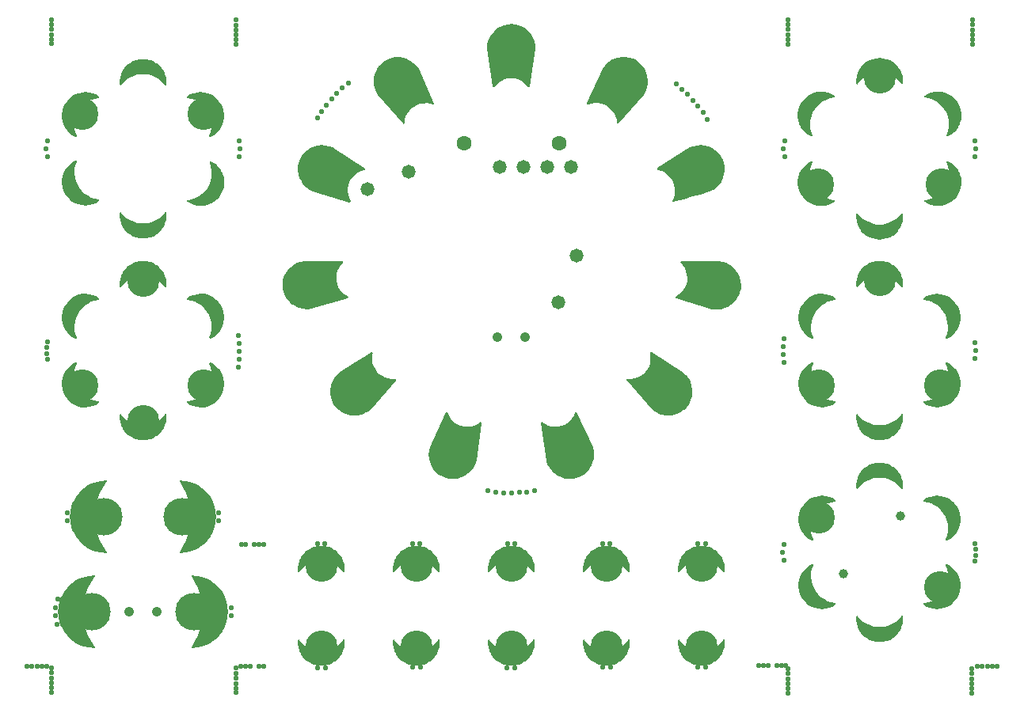
<source format=gbr>
G04 EAGLE Gerber RS-274X export*
G75*
%MOMM*%
%FSLAX34Y34*%
%LPD*%
%INSoldermask Bottom*%
%IPPOS*%
%AMOC8*
5,1,8,0,0,1.08239X$1,22.5*%
G01*
%ADD10C,0.584200*%
%ADD11C,3.419200*%
%ADD12C,1.003200*%
%ADD13C,1.053200*%
%ADD14C,4.013200*%
%ADD15C,4.267200*%
%ADD16C,1.603200*%
%ADD17C,1.473200*%

G36*
X501823Y649903D02*
X501823Y649903D01*
X501965Y649921D01*
X501967Y649922D01*
X501968Y649922D01*
X502093Y649976D01*
X502226Y650033D01*
X502228Y650034D01*
X502229Y650035D01*
X502242Y650046D01*
X502446Y650213D01*
X502464Y650238D01*
X502483Y650255D01*
X504792Y653051D01*
X507456Y655390D01*
X510458Y657274D01*
X513723Y658656D01*
X517166Y659499D01*
X520700Y659783D01*
X524234Y659499D01*
X527677Y658656D01*
X530942Y657274D01*
X533944Y655390D01*
X536608Y653051D01*
X538917Y650255D01*
X538919Y650253D01*
X538920Y650252D01*
X539024Y650157D01*
X539127Y650063D01*
X539129Y650062D01*
X539130Y650061D01*
X539260Y649997D01*
X539382Y649937D01*
X539384Y649937D01*
X539385Y649936D01*
X539526Y649911D01*
X539662Y649886D01*
X539664Y649887D01*
X539665Y649886D01*
X539802Y649901D01*
X539944Y649916D01*
X539946Y649916D01*
X539948Y649917D01*
X540076Y649969D01*
X540208Y650022D01*
X540210Y650023D01*
X540211Y650024D01*
X540319Y650109D01*
X540432Y650197D01*
X540433Y650199D01*
X540434Y650200D01*
X540515Y650313D01*
X540598Y650428D01*
X540599Y650430D01*
X540600Y650431D01*
X540606Y650448D01*
X540694Y650695D01*
X540696Y650726D01*
X540704Y650750D01*
X546704Y690750D01*
X546705Y690883D01*
X546713Y690961D01*
X546477Y694956D01*
X546459Y695048D01*
X546456Y695114D01*
X545598Y699023D01*
X545565Y699111D01*
X545551Y699175D01*
X544092Y702902D01*
X544047Y702983D01*
X544023Y703045D01*
X541999Y706498D01*
X541941Y706571D01*
X541908Y706629D01*
X539369Y709722D01*
X539300Y709786D01*
X539259Y709837D01*
X536267Y712495D01*
X536189Y712547D01*
X536140Y712592D01*
X532769Y714749D01*
X532684Y714788D01*
X532629Y714824D01*
X528962Y716428D01*
X528872Y716453D01*
X528812Y716480D01*
X524939Y717491D01*
X524846Y717502D01*
X524782Y717519D01*
X520800Y717911D01*
X520709Y717908D01*
X520657Y717908D01*
X520600Y717911D01*
X516618Y717519D01*
X516527Y717497D01*
X516461Y717491D01*
X512588Y716481D01*
X512502Y716445D01*
X512438Y716428D01*
X508771Y714825D01*
X508692Y714775D01*
X508631Y714749D01*
X505260Y712592D01*
X505189Y712531D01*
X505133Y712496D01*
X502141Y709837D01*
X502081Y709766D01*
X502031Y709722D01*
X499492Y706629D01*
X499443Y706549D01*
X499401Y706498D01*
X497377Y703045D01*
X497341Y702959D01*
X497307Y702902D01*
X495848Y699175D01*
X495827Y699084D01*
X495802Y699023D01*
X494944Y695114D01*
X494937Y695021D01*
X494922Y694956D01*
X494687Y690961D01*
X494697Y690829D01*
X494696Y690750D01*
X500696Y650750D01*
X500697Y650749D01*
X500697Y650747D01*
X500736Y650616D01*
X500777Y650478D01*
X500778Y650476D01*
X500779Y650474D01*
X500855Y650357D01*
X500931Y650239D01*
X500932Y650237D01*
X500933Y650236D01*
X501040Y650143D01*
X501144Y650051D01*
X501146Y650050D01*
X501148Y650049D01*
X501276Y649990D01*
X501402Y649931D01*
X501404Y649930D01*
X501405Y649929D01*
X501545Y649908D01*
X501683Y649886D01*
X501684Y649886D01*
X501686Y649886D01*
X501823Y649903D01*
G37*
G36*
X459177Y230944D02*
X459177Y230944D01*
X459243Y230942D01*
X463212Y231452D01*
X463302Y231477D01*
X463368Y231484D01*
X467209Y232609D01*
X467294Y232648D01*
X467358Y232666D01*
X470975Y234378D01*
X471053Y234429D01*
X471114Y234457D01*
X474419Y236714D01*
X474488Y236777D01*
X474543Y236813D01*
X477455Y239559D01*
X477513Y239632D01*
X477562Y239677D01*
X480008Y242845D01*
X480054Y242926D01*
X480095Y242978D01*
X482015Y246489D01*
X482048Y246577D01*
X482081Y246635D01*
X483428Y250403D01*
X483455Y250533D01*
X483478Y250608D01*
X488946Y290684D01*
X488946Y290686D01*
X488947Y290688D01*
X488946Y290827D01*
X488945Y290968D01*
X488944Y290970D01*
X488944Y290972D01*
X488904Y291107D01*
X488865Y291241D01*
X488864Y291243D01*
X488863Y291245D01*
X488786Y291365D01*
X488712Y291481D01*
X488711Y291482D01*
X488710Y291484D01*
X488602Y291578D01*
X488499Y291669D01*
X488497Y291670D01*
X488496Y291671D01*
X488368Y291731D01*
X488242Y291791D01*
X488240Y291791D01*
X488238Y291792D01*
X488102Y291813D01*
X487961Y291836D01*
X487959Y291836D01*
X487958Y291836D01*
X487816Y291819D01*
X487679Y291802D01*
X487677Y291802D01*
X487675Y291801D01*
X487658Y291794D01*
X487417Y291692D01*
X487393Y291672D01*
X487370Y291661D01*
X484369Y289625D01*
X481156Y288128D01*
X477745Y287162D01*
X474224Y286753D01*
X470682Y286910D01*
X467211Y287629D01*
X463899Y288893D01*
X460831Y290669D01*
X458085Y292911D01*
X455732Y295563D01*
X453832Y298555D01*
X452401Y301887D01*
X452400Y301889D01*
X452399Y301891D01*
X452325Y302011D01*
X452253Y302130D01*
X452251Y302132D01*
X452250Y302133D01*
X452147Y302228D01*
X452044Y302323D01*
X452042Y302324D01*
X452041Y302325D01*
X451916Y302387D01*
X451789Y302450D01*
X451787Y302450D01*
X451786Y302451D01*
X451646Y302476D01*
X451510Y302501D01*
X451508Y302501D01*
X451506Y302501D01*
X451364Y302487D01*
X451227Y302473D01*
X451225Y302472D01*
X451223Y302472D01*
X451090Y302418D01*
X450963Y302367D01*
X450961Y302366D01*
X450959Y302366D01*
X450847Y302278D01*
X450738Y302193D01*
X450737Y302191D01*
X450736Y302190D01*
X450725Y302175D01*
X450571Y301963D01*
X450561Y301934D01*
X450546Y301913D01*
X433561Y265205D01*
X433522Y265078D01*
X433493Y265005D01*
X432598Y261105D01*
X432590Y261011D01*
X432575Y260947D01*
X432301Y256954D01*
X432308Y256861D01*
X432303Y256795D01*
X432657Y252809D01*
X432678Y252718D01*
X432683Y252652D01*
X433657Y248770D01*
X433692Y248683D01*
X433708Y248619D01*
X435276Y244937D01*
X435325Y244857D01*
X435350Y244796D01*
X437475Y241404D01*
X437536Y241333D01*
X437570Y241277D01*
X440200Y238260D01*
X440271Y238198D01*
X440314Y238148D01*
X443383Y235580D01*
X443462Y235530D01*
X443513Y235487D01*
X446946Y233430D01*
X447032Y233394D01*
X447088Y233360D01*
X450801Y231865D01*
X450920Y231836D01*
X450992Y231809D01*
X454925Y231068D01*
X455018Y231064D01*
X455083Y231051D01*
X459084Y230934D01*
X459177Y230944D01*
G37*
G36*
X586318Y231051D02*
X586318Y231051D01*
X586410Y231067D01*
X586476Y231068D01*
X590409Y231809D01*
X590525Y231849D01*
X590600Y231865D01*
X594313Y233359D01*
X594394Y233406D01*
X594455Y233430D01*
X597889Y235487D01*
X597961Y235546D01*
X598018Y235579D01*
X601088Y238148D01*
X601150Y238217D01*
X601201Y238259D01*
X603831Y241276D01*
X603882Y241355D01*
X603926Y241404D01*
X606051Y244795D01*
X606089Y244881D01*
X606125Y244937D01*
X607694Y248619D01*
X607718Y248709D01*
X607745Y248770D01*
X608718Y252652D01*
X608728Y252744D01*
X608745Y252809D01*
X609099Y256795D01*
X609094Y256888D01*
X609100Y256954D01*
X608827Y260947D01*
X608807Y261039D01*
X608803Y261105D01*
X607908Y265005D01*
X607861Y265129D01*
X607840Y265205D01*
X590855Y301913D01*
X590854Y301915D01*
X590853Y301916D01*
X590778Y302032D01*
X590700Y302152D01*
X590699Y302153D01*
X590698Y302155D01*
X590592Y302246D01*
X590486Y302338D01*
X590484Y302339D01*
X590483Y302340D01*
X590354Y302400D01*
X590228Y302458D01*
X590226Y302458D01*
X590224Y302459D01*
X590086Y302480D01*
X589947Y302502D01*
X589945Y302502D01*
X589943Y302502D01*
X589803Y302484D01*
X589665Y302466D01*
X589663Y302465D01*
X589661Y302465D01*
X589530Y302408D01*
X589404Y302353D01*
X589403Y302352D01*
X589401Y302351D01*
X589292Y302261D01*
X589185Y302172D01*
X589184Y302171D01*
X589182Y302170D01*
X589172Y302154D01*
X589024Y301938D01*
X589014Y301909D01*
X589000Y301887D01*
X587569Y298555D01*
X585669Y295563D01*
X583316Y292911D01*
X580570Y290669D01*
X577502Y288893D01*
X574190Y287629D01*
X570719Y286910D01*
X567177Y286753D01*
X563656Y287162D01*
X560245Y288128D01*
X557032Y289625D01*
X554031Y291661D01*
X554029Y291662D01*
X554028Y291664D01*
X553901Y291725D01*
X553775Y291787D01*
X553774Y291787D01*
X553772Y291788D01*
X553633Y291812D01*
X553495Y291836D01*
X553494Y291836D01*
X553492Y291836D01*
X553355Y291821D01*
X553213Y291806D01*
X553211Y291805D01*
X553209Y291805D01*
X553082Y291753D01*
X552950Y291699D01*
X552948Y291697D01*
X552946Y291697D01*
X552838Y291611D01*
X552726Y291522D01*
X552725Y291521D01*
X552724Y291520D01*
X552643Y291405D01*
X552561Y291291D01*
X552560Y291290D01*
X552559Y291288D01*
X552513Y291156D01*
X552466Y291023D01*
X552466Y291021D01*
X552465Y291020D01*
X552464Y291002D01*
X552449Y290740D01*
X552456Y290709D01*
X552455Y290684D01*
X557923Y250608D01*
X557959Y250480D01*
X557973Y250403D01*
X559320Y246635D01*
X559364Y246552D01*
X559386Y246490D01*
X561306Y242978D01*
X561362Y242904D01*
X561393Y242845D01*
X563840Y239678D01*
X563907Y239612D01*
X563947Y239560D01*
X566858Y236814D01*
X566935Y236760D01*
X566982Y236714D01*
X570288Y234457D01*
X570372Y234416D01*
X570426Y234378D01*
X574043Y232666D01*
X574133Y232639D01*
X574192Y232610D01*
X578033Y231485D01*
X578125Y231471D01*
X578189Y231452D01*
X582158Y230942D01*
X582252Y230943D01*
X582317Y230934D01*
X586318Y231051D01*
G37*
G36*
X355676Y298854D02*
X355676Y298854D01*
X355768Y298870D01*
X355834Y298871D01*
X359769Y299602D01*
X359858Y299631D01*
X359923Y299643D01*
X363695Y300980D01*
X363778Y301024D01*
X363840Y301045D01*
X367357Y302956D01*
X367432Y303012D01*
X367490Y303043D01*
X370664Y305480D01*
X370757Y305575D01*
X370817Y305625D01*
X397123Y336350D01*
X397124Y336352D01*
X397125Y336353D01*
X397198Y336468D01*
X397276Y336590D01*
X397276Y336592D01*
X397277Y336593D01*
X397318Y336732D01*
X397356Y336863D01*
X397356Y336864D01*
X397357Y336866D01*
X397357Y337011D01*
X397358Y337147D01*
X397357Y337149D01*
X397357Y337151D01*
X397318Y337287D01*
X397281Y337420D01*
X397280Y337422D01*
X397279Y337424D01*
X397207Y337539D01*
X397130Y337662D01*
X397129Y337663D01*
X397128Y337665D01*
X397023Y337759D01*
X396919Y337852D01*
X396918Y337853D01*
X396916Y337854D01*
X396790Y337915D01*
X396664Y337977D01*
X396662Y337977D01*
X396660Y337978D01*
X396643Y337980D01*
X396384Y338025D01*
X396353Y338022D01*
X396328Y338025D01*
X392702Y337940D01*
X389190Y338422D01*
X385800Y339458D01*
X382618Y341021D01*
X379726Y343071D01*
X377199Y345556D01*
X375099Y348413D01*
X373482Y351568D01*
X372389Y354940D01*
X371847Y358443D01*
X371871Y361988D01*
X372135Y363555D01*
X372135Y363556D01*
X372305Y364571D01*
X372306Y364571D01*
X372473Y365564D01*
X372473Y365566D01*
X372473Y365568D01*
X372476Y365704D01*
X372480Y365849D01*
X372480Y365850D01*
X372480Y365852D01*
X372444Y365986D01*
X372409Y366124D01*
X372408Y366125D01*
X372407Y366127D01*
X372335Y366247D01*
X372264Y366368D01*
X372262Y366369D01*
X372261Y366371D01*
X372158Y366467D01*
X372056Y366563D01*
X372055Y366564D01*
X372053Y366565D01*
X371925Y366630D01*
X371803Y366692D01*
X371802Y366693D01*
X371800Y366694D01*
X371662Y366720D01*
X371524Y366747D01*
X371522Y366747D01*
X371521Y366747D01*
X371381Y366734D01*
X371241Y366722D01*
X371239Y366721D01*
X371237Y366721D01*
X371221Y366714D01*
X370976Y366619D01*
X370951Y366600D01*
X370928Y366590D01*
X366159Y363567D01*
X353345Y355445D01*
X336766Y344936D01*
X336664Y344850D01*
X336600Y344805D01*
X333735Y342011D01*
X333678Y341937D01*
X333630Y341891D01*
X331237Y338683D01*
X331192Y338601D01*
X331152Y338549D01*
X329291Y335006D01*
X329259Y334918D01*
X329228Y334859D01*
X327943Y331069D01*
X327926Y330977D01*
X327904Y330915D01*
X327814Y330388D01*
X327640Y329373D01*
X327640Y329372D01*
X327466Y328357D01*
X327292Y327342D01*
X327228Y326970D01*
X327225Y326877D01*
X327214Y326811D01*
X327163Y322810D01*
X327175Y322717D01*
X327174Y322651D01*
X327750Y318690D01*
X327776Y318600D01*
X327785Y318535D01*
X328973Y314713D01*
X329006Y314644D01*
X329018Y314600D01*
X329026Y314585D01*
X329032Y314565D01*
X330804Y310977D01*
X330857Y310900D01*
X330885Y310840D01*
X333197Y307572D01*
X333281Y307483D01*
X333327Y307422D01*
X336231Y304668D01*
X336307Y304614D01*
X336355Y304568D01*
X339654Y302303D01*
X339738Y302261D01*
X339792Y302223D01*
X343405Y300502D01*
X343494Y300474D01*
X343554Y300445D01*
X347392Y299310D01*
X347484Y299296D01*
X347548Y299277D01*
X351516Y298756D01*
X351609Y298757D01*
X351675Y298748D01*
X355676Y298854D01*
G37*
G36*
X347884Y526968D02*
X347884Y526968D01*
X347886Y526968D01*
X348025Y526988D01*
X348163Y527008D01*
X348165Y527009D01*
X348167Y527009D01*
X348296Y527068D01*
X348422Y527125D01*
X348424Y527126D01*
X348425Y527127D01*
X348532Y527218D01*
X348639Y527309D01*
X348640Y527311D01*
X348641Y527312D01*
X348717Y527426D01*
X348796Y527546D01*
X348796Y527548D01*
X348798Y527549D01*
X348839Y527682D01*
X348881Y527817D01*
X348881Y527819D01*
X348882Y527821D01*
X348884Y527960D01*
X348888Y528101D01*
X348887Y528103D01*
X348887Y528105D01*
X348882Y528122D01*
X348815Y528376D01*
X348799Y528403D01*
X348792Y528427D01*
X347205Y531688D01*
X346181Y535082D01*
X345712Y538596D01*
X345809Y542139D01*
X346469Y545622D01*
X347677Y548955D01*
X349400Y552053D01*
X351595Y554837D01*
X354206Y557235D01*
X357166Y559186D01*
X360399Y560640D01*
X363901Y561581D01*
X363903Y561582D01*
X363905Y561582D01*
X364034Y561637D01*
X364163Y561692D01*
X364164Y561694D01*
X364166Y561694D01*
X364273Y561782D01*
X364383Y561872D01*
X364384Y561874D01*
X364386Y561875D01*
X364466Y561991D01*
X364545Y562106D01*
X364546Y562107D01*
X364547Y562109D01*
X364591Y562241D01*
X364636Y562375D01*
X364636Y562377D01*
X364636Y562379D01*
X364642Y562518D01*
X364648Y562659D01*
X364648Y562661D01*
X364648Y562663D01*
X364615Y562797D01*
X364582Y562935D01*
X364581Y562937D01*
X364580Y562939D01*
X364511Y563060D01*
X364441Y563182D01*
X364439Y563184D01*
X364438Y563185D01*
X364425Y563198D01*
X364237Y563381D01*
X364210Y563395D01*
X364191Y563412D01*
X330281Y585460D01*
X330161Y585516D01*
X330093Y585556D01*
X326360Y586998D01*
X326269Y587019D01*
X326207Y587043D01*
X322294Y587884D01*
X322201Y587890D01*
X322137Y587905D01*
X318140Y588123D01*
X318047Y588115D01*
X317981Y588119D01*
X314000Y587709D01*
X313909Y587687D01*
X313843Y587680D01*
X309975Y586653D01*
X309889Y586616D01*
X309825Y586600D01*
X306166Y584980D01*
X306086Y584931D01*
X306025Y584904D01*
X302664Y582732D01*
X302594Y582671D01*
X302538Y582635D01*
X299558Y579964D01*
X299497Y579892D01*
X299448Y579849D01*
X296922Y576744D01*
X296874Y576664D01*
X296832Y576613D01*
X294823Y573151D01*
X294810Y573118D01*
X294793Y573093D01*
X294773Y573030D01*
X294741Y572970D01*
X293446Y569183D01*
X293428Y569091D01*
X293406Y569029D01*
X292720Y565086D01*
X292717Y564993D01*
X292705Y564928D01*
X292644Y560926D01*
X292656Y560833D01*
X292654Y560767D01*
X293219Y556805D01*
X293245Y556715D01*
X293254Y556649D01*
X294433Y552825D01*
X294472Y552740D01*
X294491Y552677D01*
X296253Y549083D01*
X296306Y549006D01*
X296335Y548946D01*
X298637Y545673D01*
X298659Y545649D01*
X298676Y545621D01*
X298715Y545585D01*
X298739Y545550D01*
X301525Y542677D01*
X301599Y542620D01*
X301645Y542572D01*
X304846Y540170D01*
X304928Y540125D01*
X304980Y540085D01*
X308518Y538213D01*
X308643Y538168D01*
X308714Y538135D01*
X347600Y527007D01*
X347602Y527006D01*
X347604Y527006D01*
X347743Y526987D01*
X347882Y526968D01*
X347884Y526968D01*
G37*
G36*
X302519Y412484D02*
X302519Y412484D01*
X302585Y412479D01*
X306573Y412815D01*
X306702Y412845D01*
X306780Y412855D01*
X345515Y424499D01*
X345517Y424499D01*
X345519Y424500D01*
X345644Y424558D01*
X345773Y424618D01*
X345775Y424619D01*
X345776Y424620D01*
X345882Y424712D01*
X345988Y424804D01*
X345989Y424805D01*
X345991Y424807D01*
X346068Y424926D01*
X346143Y425042D01*
X346144Y425044D01*
X346145Y425046D01*
X346186Y425183D01*
X346226Y425314D01*
X346226Y425316D01*
X346227Y425318D01*
X346228Y425458D01*
X346230Y425598D01*
X346230Y425600D01*
X346230Y425602D01*
X346194Y425729D01*
X346155Y425873D01*
X346154Y425874D01*
X346154Y425876D01*
X346083Y425992D01*
X346007Y426115D01*
X346006Y426117D01*
X346005Y426118D01*
X345992Y426129D01*
X345798Y426308D01*
X345770Y426321D01*
X345751Y426338D01*
X342654Y428224D01*
X339959Y430527D01*
X337665Y433231D01*
X335833Y436265D01*
X334507Y439553D01*
X333722Y443010D01*
X333499Y446548D01*
X333842Y450076D01*
X334744Y453505D01*
X336181Y456745D01*
X338116Y459716D01*
X340554Y462400D01*
X340556Y462401D01*
X340557Y462403D01*
X340635Y462519D01*
X340714Y462635D01*
X340715Y462637D01*
X340716Y462638D01*
X340759Y462771D01*
X340803Y462905D01*
X340803Y462907D01*
X340803Y462909D01*
X340808Y463049D01*
X340813Y463189D01*
X340812Y463191D01*
X340812Y463193D01*
X340778Y463328D01*
X340743Y463465D01*
X340742Y463467D01*
X340742Y463468D01*
X340673Y463585D01*
X340601Y463711D01*
X340599Y463712D01*
X340598Y463714D01*
X340500Y463807D01*
X340395Y463907D01*
X340393Y463908D01*
X340392Y463909D01*
X340267Y463974D01*
X340143Y464039D01*
X340141Y464039D01*
X340140Y464040D01*
X340122Y464043D01*
X339865Y464096D01*
X339834Y464093D01*
X339809Y464098D01*
X299362Y464331D01*
X299231Y464313D01*
X299152Y464310D01*
X295232Y463507D01*
X295144Y463476D01*
X295079Y463463D01*
X291332Y462056D01*
X291250Y462011D01*
X291188Y461989D01*
X287707Y460013D01*
X287633Y459956D01*
X287575Y459924D01*
X284447Y457428D01*
X284382Y457360D01*
X284330Y457319D01*
X281630Y454365D01*
X281578Y454288D01*
X281532Y454239D01*
X279328Y450899D01*
X279288Y450815D01*
X279251Y450760D01*
X277596Y447116D01*
X277570Y447026D01*
X277542Y446966D01*
X276477Y443108D01*
X276465Y443015D01*
X276447Y442952D01*
X275999Y438975D01*
X276002Y438881D01*
X275994Y438816D01*
X276173Y434818D01*
X276193Y434716D01*
X276192Y434695D01*
X276198Y434671D01*
X276202Y434621D01*
X277158Y430734D01*
X277193Y430648D01*
X277208Y430583D01*
X278761Y426894D01*
X278809Y426814D01*
X278834Y426753D01*
X280944Y423352D01*
X281004Y423281D01*
X281039Y423224D01*
X283655Y420195D01*
X283726Y420134D01*
X283768Y420083D01*
X286826Y417502D01*
X286905Y417452D01*
X286956Y417409D01*
X290380Y415337D01*
X290466Y415300D01*
X290522Y415265D01*
X294228Y413755D01*
X294319Y413732D01*
X294380Y413706D01*
X298277Y412794D01*
X298370Y412785D01*
X298434Y412770D01*
X302426Y412478D01*
X302519Y412484D01*
G37*
G36*
X689819Y298759D02*
X689819Y298759D01*
X689885Y298756D01*
X693853Y299277D01*
X693943Y299302D01*
X694009Y299310D01*
X697847Y300445D01*
X697932Y300484D01*
X697996Y300502D01*
X701609Y302223D01*
X701686Y302275D01*
X701747Y302303D01*
X705046Y304568D01*
X705115Y304632D01*
X705170Y304669D01*
X708074Y307422D01*
X708151Y307518D01*
X708204Y307572D01*
X710516Y310840D01*
X710558Y310923D01*
X710597Y310977D01*
X712369Y314565D01*
X712398Y314654D01*
X712428Y314713D01*
X713616Y318535D01*
X713631Y318627D01*
X713652Y318690D01*
X714228Y322651D01*
X714228Y322744D01*
X714238Y322810D01*
X714188Y326811D01*
X714173Y326904D01*
X714173Y326970D01*
X713497Y330915D01*
X713469Y331004D01*
X713458Y331069D01*
X712174Y334860D01*
X712131Y334943D01*
X712111Y335006D01*
X710249Y338549D01*
X710194Y338625D01*
X710164Y338683D01*
X707771Y341891D01*
X707705Y341958D01*
X707666Y342011D01*
X704801Y344805D01*
X704694Y344884D01*
X704635Y344936D01*
X670473Y366590D01*
X670471Y366591D01*
X670470Y366592D01*
X670345Y366648D01*
X670214Y366707D01*
X670212Y366708D01*
X670210Y366709D01*
X670073Y366728D01*
X669932Y366748D01*
X669931Y366748D01*
X669929Y366748D01*
X669791Y366729D01*
X669651Y366709D01*
X669649Y366708D01*
X669647Y366708D01*
X669519Y366650D01*
X669391Y366594D01*
X669390Y366592D01*
X669388Y366592D01*
X669278Y366499D01*
X669174Y366411D01*
X669172Y366409D01*
X669171Y366408D01*
X669091Y366288D01*
X669015Y366175D01*
X669015Y366173D01*
X669014Y366171D01*
X668970Y366033D01*
X668929Y365904D01*
X668929Y365902D01*
X668928Y365900D01*
X668928Y365881D01*
X668920Y365620D01*
X668928Y365590D01*
X668928Y365564D01*
X669530Y361988D01*
X669554Y358443D01*
X669012Y354940D01*
X667919Y351568D01*
X666302Y348413D01*
X664202Y345556D01*
X661675Y343071D01*
X658783Y341021D01*
X655601Y339458D01*
X652211Y338422D01*
X648699Y337940D01*
X645073Y338025D01*
X645071Y338025D01*
X645069Y338026D01*
X644931Y338009D01*
X644791Y337992D01*
X644789Y337992D01*
X644787Y337991D01*
X644659Y337937D01*
X644529Y337882D01*
X644527Y337881D01*
X644526Y337880D01*
X644414Y337790D01*
X644308Y337704D01*
X644306Y337702D01*
X644305Y337701D01*
X644223Y337584D01*
X644144Y337471D01*
X644144Y337469D01*
X644143Y337467D01*
X644098Y337335D01*
X644052Y337202D01*
X644052Y337200D01*
X644051Y337198D01*
X644045Y337056D01*
X644038Y336918D01*
X644039Y336916D01*
X644039Y336914D01*
X644071Y336777D01*
X644103Y336641D01*
X644104Y336640D01*
X644105Y336638D01*
X644114Y336623D01*
X644243Y336394D01*
X644265Y336372D01*
X644278Y336350D01*
X670584Y305625D01*
X670683Y305538D01*
X670737Y305480D01*
X673911Y303043D01*
X673977Y303006D01*
X673990Y302994D01*
X674010Y302984D01*
X674044Y302956D01*
X677561Y301045D01*
X677648Y301013D01*
X677706Y300981D01*
X681478Y299643D01*
X681570Y299625D01*
X681632Y299602D01*
X685567Y298871D01*
X685660Y298867D01*
X685725Y298854D01*
X689726Y298748D01*
X689819Y298759D01*
G37*
G36*
X693484Y527071D02*
X693484Y527071D01*
X693746Y527093D01*
X693775Y527104D01*
X693800Y527107D01*
X697350Y528123D01*
X700898Y529138D01*
X704445Y530153D01*
X704446Y530153D01*
X707993Y531168D01*
X711541Y532184D01*
X715089Y533199D01*
X718637Y534214D01*
X722184Y535229D01*
X725732Y536245D01*
X729280Y537260D01*
X732686Y538235D01*
X732808Y538289D01*
X732882Y538313D01*
X736419Y540185D01*
X736495Y540240D01*
X736554Y540270D01*
X739755Y542672D01*
X739822Y542738D01*
X739875Y542777D01*
X742661Y545650D01*
X742674Y545668D01*
X742690Y545682D01*
X742727Y545737D01*
X742763Y545773D01*
X745065Y549046D01*
X745108Y549130D01*
X745146Y549183D01*
X746908Y552777D01*
X746937Y552866D01*
X746967Y552925D01*
X748145Y556750D01*
X748160Y556842D01*
X748180Y556905D01*
X748746Y560867D01*
X748746Y560960D01*
X748756Y561026D01*
X748695Y565028D01*
X748680Y565120D01*
X748680Y565186D01*
X747994Y569129D01*
X747965Y569218D01*
X747954Y569283D01*
X746659Y573070D01*
X746636Y573116D01*
X746629Y573145D01*
X746597Y573199D01*
X746577Y573251D01*
X744568Y576713D01*
X744511Y576786D01*
X744478Y576844D01*
X741952Y579949D01*
X741884Y580012D01*
X741842Y580064D01*
X738862Y582736D01*
X738785Y582788D01*
X738736Y582832D01*
X735375Y585005D01*
X735290Y585044D01*
X735235Y585080D01*
X731575Y586700D01*
X731485Y586726D01*
X731425Y586753D01*
X727557Y587781D01*
X727464Y587792D01*
X727400Y587809D01*
X723419Y588219D01*
X723325Y588216D01*
X723260Y588223D01*
X719263Y588005D01*
X719172Y587987D01*
X719106Y587984D01*
X715193Y587144D01*
X715105Y587111D01*
X715040Y587098D01*
X711307Y585656D01*
X711191Y585591D01*
X711119Y585560D01*
X677209Y563512D01*
X677207Y563511D01*
X677206Y563510D01*
X677098Y563416D01*
X676995Y563326D01*
X676994Y563324D01*
X676992Y563323D01*
X676916Y563204D01*
X676840Y563087D01*
X676840Y563085D01*
X676839Y563083D01*
X676800Y562951D01*
X676759Y562814D01*
X676759Y562813D01*
X676758Y562811D01*
X676757Y562671D01*
X676755Y562530D01*
X676756Y562528D01*
X676756Y562526D01*
X676794Y562389D01*
X676831Y562256D01*
X676832Y562255D01*
X676833Y562253D01*
X676908Y562131D01*
X676980Y562014D01*
X676982Y562013D01*
X676983Y562011D01*
X677086Y561918D01*
X677190Y561823D01*
X677192Y561822D01*
X677193Y561820D01*
X677210Y561813D01*
X677445Y561697D01*
X677476Y561691D01*
X677499Y561681D01*
X681001Y560740D01*
X684234Y559286D01*
X687194Y557335D01*
X689805Y554937D01*
X692000Y552153D01*
X693723Y549055D01*
X694931Y545722D01*
X695591Y542239D01*
X695688Y538696D01*
X695219Y535182D01*
X694195Y531788D01*
X692608Y528527D01*
X692607Y528525D01*
X692606Y528524D01*
X692564Y528392D01*
X692520Y528257D01*
X692520Y528255D01*
X692520Y528253D01*
X692516Y528114D01*
X692511Y527972D01*
X692512Y527971D01*
X692512Y527969D01*
X692546Y527835D01*
X692581Y527697D01*
X692582Y527695D01*
X692583Y527693D01*
X692656Y527571D01*
X692725Y527452D01*
X692727Y527450D01*
X692728Y527449D01*
X692831Y527352D01*
X692931Y527256D01*
X692933Y527255D01*
X692935Y527254D01*
X693057Y527191D01*
X693184Y527125D01*
X693186Y527125D01*
X693187Y527124D01*
X693323Y527097D01*
X693462Y527069D01*
X693464Y527069D01*
X693466Y527069D01*
X693484Y527071D01*
G37*
G36*
X405613Y610706D02*
X405613Y610706D01*
X405753Y610724D01*
X405755Y610725D01*
X405757Y610725D01*
X405883Y610781D01*
X406014Y610838D01*
X406015Y610840D01*
X406017Y610840D01*
X406123Y610929D01*
X406232Y611020D01*
X406233Y611022D01*
X406235Y611023D01*
X406312Y611138D01*
X406392Y611256D01*
X406392Y611257D01*
X406393Y611259D01*
X406399Y611276D01*
X406480Y611526D01*
X406481Y611557D01*
X406488Y611581D01*
X406920Y615182D01*
X407898Y618589D01*
X409407Y621797D01*
X411408Y624723D01*
X413850Y627293D01*
X416670Y629441D01*
X419797Y631111D01*
X423150Y632262D01*
X426644Y632863D01*
X430189Y632899D01*
X433694Y632370D01*
X437148Y631264D01*
X437150Y631264D01*
X437151Y631263D01*
X437292Y631240D01*
X437428Y631216D01*
X437430Y631217D01*
X437432Y631216D01*
X437573Y631233D01*
X437710Y631248D01*
X437712Y631249D01*
X437714Y631249D01*
X437842Y631303D01*
X437973Y631357D01*
X437975Y631358D01*
X437976Y631359D01*
X438084Y631445D01*
X438195Y631534D01*
X438197Y631536D01*
X438198Y631537D01*
X438278Y631650D01*
X438360Y631766D01*
X438360Y631768D01*
X438361Y631769D01*
X438407Y631901D01*
X438453Y632034D01*
X438453Y632036D01*
X438454Y632038D01*
X438461Y632175D01*
X438469Y632318D01*
X438468Y632320D01*
X438469Y632322D01*
X438464Y632340D01*
X438405Y632595D01*
X438390Y632622D01*
X438384Y632647D01*
X421823Y669549D01*
X421752Y669661D01*
X421717Y669731D01*
X419360Y672965D01*
X419295Y673032D01*
X419257Y673086D01*
X416423Y675912D01*
X416348Y675968D01*
X416302Y676016D01*
X413061Y678364D01*
X412978Y678407D01*
X412925Y678447D01*
X409356Y680259D01*
X409268Y680289D01*
X409209Y680319D01*
X405401Y681551D01*
X405309Y681567D01*
X405246Y681588D01*
X401293Y682209D01*
X401199Y682210D01*
X401134Y682221D01*
X397132Y682216D01*
X397039Y682203D01*
X396973Y682203D01*
X393021Y681572D01*
X392932Y681544D01*
X392866Y681535D01*
X389061Y680293D01*
X388977Y680252D01*
X388914Y680232D01*
X385351Y678410D01*
X385250Y678340D01*
X385183Y678303D01*
X382044Y675821D01*
X381979Y675753D01*
X381927Y675713D01*
X379214Y672770D01*
X379161Y672693D01*
X379115Y672645D01*
X376896Y669314D01*
X376856Y669230D01*
X376819Y669175D01*
X375148Y665539D01*
X375121Y665449D01*
X375093Y665389D01*
X374011Y661536D01*
X373999Y661443D01*
X373981Y661380D01*
X373515Y657405D01*
X373517Y657311D01*
X373509Y657245D01*
X373671Y653247D01*
X373676Y653222D01*
X373676Y653211D01*
X373683Y653182D01*
X373688Y653155D01*
X373690Y653088D01*
X374476Y649164D01*
X374507Y649076D01*
X374519Y649011D01*
X375909Y645258D01*
X375954Y645176D01*
X375976Y645113D01*
X377936Y641624D01*
X377993Y641550D01*
X378008Y641524D01*
X378020Y641512D01*
X378058Y641452D01*
X404716Y611033D01*
X404718Y611032D01*
X404719Y611030D01*
X404829Y610936D01*
X404932Y610847D01*
X404934Y610847D01*
X404935Y610845D01*
X405067Y610786D01*
X405190Y610729D01*
X405192Y610729D01*
X405194Y610728D01*
X405334Y610707D01*
X405471Y610687D01*
X405473Y610687D01*
X405475Y610687D01*
X405613Y610706D01*
G37*
G36*
X634738Y610941D02*
X634738Y610941D01*
X634877Y610955D01*
X634878Y610955D01*
X634880Y610955D01*
X635012Y611008D01*
X635141Y611059D01*
X635143Y611060D01*
X635145Y611060D01*
X635159Y611072D01*
X635367Y611232D01*
X635385Y611257D01*
X635405Y611273D01*
X662063Y641692D01*
X662136Y641803D01*
X662185Y641864D01*
X664145Y645353D01*
X664179Y645441D01*
X664212Y645498D01*
X665601Y649251D01*
X665621Y649342D01*
X665645Y649404D01*
X666430Y653328D01*
X666434Y653387D01*
X666438Y653399D01*
X666439Y653436D01*
X666449Y653487D01*
X666611Y657485D01*
X666602Y657578D01*
X666605Y657645D01*
X666140Y661620D01*
X666116Y661710D01*
X666109Y661776D01*
X665028Y665629D01*
X664990Y665715D01*
X664973Y665779D01*
X663302Y669415D01*
X663252Y669494D01*
X663224Y669554D01*
X661005Y672885D01*
X660943Y672955D01*
X660907Y673010D01*
X658194Y675953D01*
X658122Y676012D01*
X658077Y676061D01*
X654938Y678543D01*
X654832Y678605D01*
X654770Y678650D01*
X651207Y680472D01*
X651118Y680502D01*
X651060Y680533D01*
X647255Y681775D01*
X647163Y681791D01*
X647100Y681812D01*
X643148Y682443D01*
X643055Y682445D01*
X642989Y682456D01*
X638987Y682461D01*
X638895Y682449D01*
X638828Y682449D01*
X634875Y681828D01*
X634785Y681801D01*
X634720Y681791D01*
X630912Y680560D01*
X630828Y680519D01*
X630765Y680499D01*
X627196Y678687D01*
X627119Y678633D01*
X627060Y678604D01*
X623819Y676256D01*
X623752Y676191D01*
X623698Y676153D01*
X620864Y673326D01*
X620808Y673252D01*
X620761Y673205D01*
X618404Y669971D01*
X618341Y669854D01*
X618298Y669789D01*
X601737Y632887D01*
X601737Y632885D01*
X601736Y632883D01*
X601697Y632748D01*
X601658Y632614D01*
X601658Y632612D01*
X601658Y632610D01*
X601658Y632468D01*
X601658Y632329D01*
X601659Y632328D01*
X601659Y632326D01*
X601699Y632188D01*
X601737Y632056D01*
X601738Y632055D01*
X601739Y632053D01*
X601814Y631934D01*
X601888Y631816D01*
X601890Y631814D01*
X601891Y631813D01*
X601996Y631719D01*
X602101Y631626D01*
X602102Y631626D01*
X602104Y631624D01*
X602232Y631563D01*
X602357Y631503D01*
X602359Y631503D01*
X602361Y631502D01*
X602499Y631479D01*
X602637Y631456D01*
X602639Y631456D01*
X602641Y631456D01*
X602659Y631459D01*
X602920Y631489D01*
X602948Y631501D01*
X602973Y631504D01*
X606427Y632610D01*
X609932Y633139D01*
X613477Y633103D01*
X616971Y632502D01*
X620324Y631351D01*
X623451Y629681D01*
X626271Y627533D01*
X628713Y624963D01*
X630714Y622037D01*
X632223Y618829D01*
X633201Y615422D01*
X633633Y611821D01*
X633634Y611819D01*
X633633Y611817D01*
X633670Y611682D01*
X633706Y611546D01*
X633707Y611545D01*
X633708Y611543D01*
X633780Y611423D01*
X633852Y611303D01*
X633854Y611301D01*
X633855Y611300D01*
X633958Y611204D01*
X634061Y611109D01*
X634062Y611108D01*
X634064Y611107D01*
X634187Y611045D01*
X634314Y610981D01*
X634316Y610980D01*
X634318Y610980D01*
X634453Y610955D01*
X634594Y610928D01*
X634596Y610928D01*
X634598Y610928D01*
X634738Y610941D01*
G37*
G36*
X743947Y412630D02*
X743947Y412630D01*
X744038Y412650D01*
X744104Y412654D01*
X748001Y413566D01*
X748088Y413600D01*
X748153Y413615D01*
X751859Y415126D01*
X751939Y415173D01*
X752001Y415197D01*
X755425Y417269D01*
X755498Y417328D01*
X755555Y417362D01*
X758612Y419944D01*
X758675Y420013D01*
X758726Y420056D01*
X761342Y423084D01*
X761393Y423163D01*
X761436Y423213D01*
X763547Y426613D01*
X763585Y426699D01*
X763620Y426754D01*
X765173Y430443D01*
X765196Y430534D01*
X765223Y430594D01*
X766179Y434480D01*
X766181Y434502D01*
X766182Y434503D01*
X766182Y434508D01*
X766191Y434603D01*
X766208Y434678D01*
X766387Y438676D01*
X766378Y438769D01*
X766382Y438835D01*
X765934Y442812D01*
X765911Y442902D01*
X765904Y442968D01*
X764839Y446826D01*
X764802Y446912D01*
X764785Y446976D01*
X763130Y450620D01*
X763080Y450699D01*
X763053Y450759D01*
X760849Y454100D01*
X760787Y454170D01*
X760751Y454225D01*
X758051Y457180D01*
X757979Y457239D01*
X757935Y457289D01*
X754806Y459784D01*
X754725Y459832D01*
X754674Y459873D01*
X751193Y461849D01*
X751106Y461883D01*
X751049Y461916D01*
X747302Y463323D01*
X747211Y463343D01*
X747149Y463367D01*
X743229Y464170D01*
X743096Y464179D01*
X743019Y464191D01*
X702572Y463958D01*
X702570Y463957D01*
X702568Y463958D01*
X702427Y463936D01*
X702291Y463916D01*
X702289Y463915D01*
X702287Y463915D01*
X702163Y463858D01*
X702032Y463798D01*
X702031Y463797D01*
X702029Y463796D01*
X701925Y463707D01*
X701816Y463614D01*
X701815Y463612D01*
X701814Y463611D01*
X701738Y463495D01*
X701660Y463376D01*
X701659Y463374D01*
X701658Y463373D01*
X701617Y463236D01*
X701576Y463104D01*
X701576Y463103D01*
X701575Y463101D01*
X701573Y462958D01*
X701570Y462820D01*
X701571Y462818D01*
X701571Y462816D01*
X701607Y462684D01*
X701644Y462546D01*
X701645Y462544D01*
X701645Y462542D01*
X701654Y462527D01*
X701790Y462302D01*
X701813Y462281D01*
X701827Y462260D01*
X704265Y459576D01*
X706200Y456605D01*
X707637Y453365D01*
X708539Y449936D01*
X708882Y446408D01*
X708659Y442870D01*
X707874Y439413D01*
X706548Y436125D01*
X704716Y433091D01*
X702422Y430387D01*
X699727Y428084D01*
X696630Y426198D01*
X696629Y426197D01*
X696627Y426196D01*
X696519Y426107D01*
X696410Y426018D01*
X696409Y426016D01*
X696408Y426015D01*
X696330Y425901D01*
X696249Y425783D01*
X696249Y425781D01*
X696248Y425780D01*
X696204Y425648D01*
X696159Y425514D01*
X696159Y425512D01*
X696159Y425510D01*
X696153Y425366D01*
X696148Y425230D01*
X696148Y425228D01*
X696148Y425226D01*
X696182Y425091D01*
X696216Y424953D01*
X696217Y424952D01*
X696217Y424950D01*
X696287Y424829D01*
X696357Y424707D01*
X696359Y424706D01*
X696360Y424704D01*
X696460Y424608D01*
X696562Y424509D01*
X696563Y424508D01*
X696565Y424507D01*
X696581Y424499D01*
X696813Y424376D01*
X696843Y424370D01*
X696866Y424359D01*
X735601Y412715D01*
X735733Y412695D01*
X735808Y412675D01*
X739796Y412339D01*
X739889Y412344D01*
X739955Y412338D01*
X743947Y412630D01*
G37*
G36*
X166382Y151770D02*
X166382Y151770D01*
X166415Y151767D01*
X171837Y152155D01*
X171874Y152165D01*
X171927Y152168D01*
X177239Y153324D01*
X177274Y153338D01*
X177326Y153349D01*
X178288Y153708D01*
X178289Y153708D01*
X179989Y154342D01*
X179989Y154343D01*
X181689Y154977D01*
X181690Y154977D01*
X182419Y155249D01*
X182452Y155268D01*
X182501Y155286D01*
X187272Y157892D01*
X187302Y157915D01*
X187349Y157941D01*
X191700Y161198D01*
X191726Y161226D01*
X191769Y161257D01*
X195613Y165101D01*
X195634Y165133D01*
X195672Y165170D01*
X198930Y169522D01*
X198947Y169556D01*
X198978Y169598D01*
X199464Y170487D01*
X200157Y171755D01*
X200157Y171756D01*
X200849Y173024D01*
X201542Y174292D01*
X201542Y174293D01*
X201584Y174369D01*
X201596Y174405D01*
X201621Y174451D01*
X203521Y179544D01*
X203528Y179582D01*
X203546Y179631D01*
X204702Y184943D01*
X204703Y184981D01*
X204715Y185033D01*
X205103Y190455D01*
X205099Y190493D01*
X205103Y190545D01*
X204715Y195967D01*
X204705Y196004D01*
X204702Y196057D01*
X203546Y201369D01*
X203532Y201404D01*
X203521Y201456D01*
X201621Y206549D01*
X201602Y206582D01*
X201584Y206631D01*
X198978Y211402D01*
X198955Y211432D01*
X198930Y211479D01*
X195672Y215830D01*
X195644Y215856D01*
X195613Y215899D01*
X191769Y219743D01*
X191737Y219764D01*
X191700Y219802D01*
X187349Y223060D01*
X187314Y223077D01*
X187272Y223108D01*
X182501Y225714D01*
X182465Y225726D01*
X182419Y225751D01*
X177326Y227651D01*
X177288Y227658D01*
X177239Y227676D01*
X171927Y228832D01*
X171889Y228833D01*
X171837Y228845D01*
X166415Y229233D01*
X166367Y229227D01*
X166319Y229232D01*
X166256Y229216D01*
X166192Y229209D01*
X166149Y229187D01*
X166102Y229175D01*
X166049Y229138D01*
X165991Y229109D01*
X165958Y229073D01*
X165918Y229045D01*
X165882Y228992D01*
X165838Y228945D01*
X165819Y228900D01*
X165792Y228860D01*
X165776Y228798D01*
X165751Y228738D01*
X165749Y228690D01*
X165737Y228643D01*
X165744Y228579D01*
X165742Y228514D01*
X165757Y228468D01*
X165762Y228420D01*
X165796Y228347D01*
X165811Y228301D01*
X165827Y228280D01*
X165841Y228250D01*
X169921Y222090D01*
X173237Y215530D01*
X175765Y208627D01*
X177469Y201476D01*
X178327Y194176D01*
X178327Y186824D01*
X177469Y179524D01*
X175765Y172373D01*
X173237Y165470D01*
X169921Y158910D01*
X165841Y152750D01*
X165822Y152706D01*
X165794Y152666D01*
X165778Y152603D01*
X165752Y152544D01*
X165750Y152496D01*
X165738Y152449D01*
X165744Y152384D01*
X165741Y152320D01*
X165755Y152274D01*
X165760Y152226D01*
X165789Y152168D01*
X165808Y152106D01*
X165838Y152068D01*
X165859Y152024D01*
X165906Y151980D01*
X165945Y151929D01*
X165987Y151903D01*
X166022Y151870D01*
X166081Y151845D01*
X166136Y151810D01*
X166184Y151801D01*
X166228Y151782D01*
X166308Y151776D01*
X166356Y151766D01*
X166382Y151770D01*
G37*
G36*
X179082Y50170D02*
X179082Y50170D01*
X179115Y50167D01*
X184537Y50555D01*
X184574Y50565D01*
X184627Y50568D01*
X189939Y51724D01*
X189974Y51738D01*
X190026Y51749D01*
X190988Y52108D01*
X190989Y52108D01*
X192689Y52742D01*
X192689Y52743D01*
X194389Y53377D01*
X194390Y53377D01*
X195119Y53649D01*
X195152Y53668D01*
X195201Y53686D01*
X199972Y56292D01*
X200002Y56315D01*
X200049Y56341D01*
X204400Y59598D01*
X204426Y59626D01*
X204469Y59657D01*
X208313Y63501D01*
X208334Y63533D01*
X208372Y63570D01*
X211630Y67922D01*
X211647Y67956D01*
X211678Y67998D01*
X212164Y68887D01*
X212857Y70155D01*
X212857Y70156D01*
X213549Y71424D01*
X214242Y72692D01*
X214242Y72693D01*
X214284Y72769D01*
X214296Y72805D01*
X214321Y72851D01*
X216221Y77944D01*
X216228Y77982D01*
X216246Y78031D01*
X217402Y83343D01*
X217403Y83381D01*
X217415Y83433D01*
X217803Y88855D01*
X217799Y88893D01*
X217803Y88945D01*
X217415Y94367D01*
X217405Y94404D01*
X217402Y94457D01*
X216246Y99769D01*
X216232Y99804D01*
X216221Y99856D01*
X214321Y104949D01*
X214302Y104982D01*
X214284Y105031D01*
X211678Y109802D01*
X211655Y109832D01*
X211630Y109879D01*
X208372Y114230D01*
X208344Y114256D01*
X208313Y114299D01*
X204469Y118143D01*
X204437Y118164D01*
X204400Y118202D01*
X200049Y121460D01*
X200014Y121477D01*
X199972Y121508D01*
X195201Y124114D01*
X195165Y124126D01*
X195119Y124151D01*
X190026Y126051D01*
X189988Y126058D01*
X189939Y126076D01*
X184627Y127232D01*
X184589Y127233D01*
X184537Y127245D01*
X179115Y127633D01*
X179067Y127627D01*
X179019Y127632D01*
X178956Y127616D01*
X178892Y127609D01*
X178849Y127587D01*
X178802Y127575D01*
X178749Y127538D01*
X178691Y127509D01*
X178658Y127473D01*
X178618Y127445D01*
X178582Y127392D01*
X178538Y127345D01*
X178519Y127300D01*
X178492Y127260D01*
X178476Y127198D01*
X178451Y127138D01*
X178449Y127090D01*
X178437Y127043D01*
X178444Y126979D01*
X178442Y126914D01*
X178457Y126868D01*
X178462Y126820D01*
X178496Y126747D01*
X178511Y126701D01*
X178527Y126680D01*
X178541Y126650D01*
X182621Y120490D01*
X185937Y113930D01*
X188465Y107027D01*
X190169Y99876D01*
X191027Y92576D01*
X191027Y85224D01*
X190169Y77924D01*
X188465Y70773D01*
X185937Y63870D01*
X182621Y57310D01*
X178541Y51150D01*
X178522Y51106D01*
X178494Y51066D01*
X178478Y51003D01*
X178452Y50944D01*
X178450Y50896D01*
X178438Y50849D01*
X178444Y50784D01*
X178441Y50720D01*
X178455Y50674D01*
X178460Y50626D01*
X178489Y50568D01*
X178508Y50506D01*
X178538Y50468D01*
X178559Y50424D01*
X178606Y50380D01*
X178645Y50329D01*
X178687Y50303D01*
X178722Y50270D01*
X178781Y50245D01*
X178836Y50210D01*
X178884Y50201D01*
X178928Y50182D01*
X179008Y50176D01*
X179056Y50166D01*
X179082Y50170D01*
G37*
G36*
X87633Y151773D02*
X87633Y151773D01*
X87681Y151768D01*
X87744Y151784D01*
X87808Y151791D01*
X87851Y151813D01*
X87898Y151825D01*
X87951Y151862D01*
X88009Y151891D01*
X88042Y151927D01*
X88082Y151955D01*
X88118Y152008D01*
X88162Y152055D01*
X88181Y152100D01*
X88208Y152140D01*
X88224Y152202D01*
X88249Y152262D01*
X88251Y152310D01*
X88263Y152357D01*
X88256Y152421D01*
X88258Y152486D01*
X88243Y152532D01*
X88238Y152580D01*
X88204Y152653D01*
X88189Y152699D01*
X88173Y152720D01*
X88159Y152750D01*
X84079Y158910D01*
X80763Y165470D01*
X78235Y172373D01*
X76531Y179524D01*
X75673Y186824D01*
X75673Y194176D01*
X76531Y201476D01*
X78235Y208627D01*
X80763Y215530D01*
X84079Y222090D01*
X88159Y228250D01*
X88178Y228294D01*
X88206Y228334D01*
X88222Y228397D01*
X88248Y228456D01*
X88250Y228504D01*
X88262Y228551D01*
X88256Y228616D01*
X88259Y228680D01*
X88245Y228726D01*
X88240Y228775D01*
X88211Y228832D01*
X88192Y228894D01*
X88162Y228932D01*
X88141Y228976D01*
X88094Y229020D01*
X88055Y229071D01*
X88013Y229097D01*
X87978Y229130D01*
X87919Y229156D01*
X87864Y229190D01*
X87816Y229199D01*
X87772Y229218D01*
X87692Y229224D01*
X87644Y229234D01*
X87618Y229230D01*
X87585Y229233D01*
X82163Y228845D01*
X82126Y228835D01*
X82073Y228832D01*
X76761Y227676D01*
X76726Y227662D01*
X76674Y227651D01*
X75470Y227202D01*
X73770Y226568D01*
X72069Y225933D01*
X71581Y225751D01*
X71548Y225732D01*
X71499Y225714D01*
X66728Y223108D01*
X66698Y223085D01*
X66652Y223060D01*
X62300Y219802D01*
X62274Y219774D01*
X62231Y219743D01*
X58387Y215899D01*
X58366Y215867D01*
X58328Y215830D01*
X55071Y211479D01*
X55053Y211444D01*
X55022Y211402D01*
X54833Y211057D01*
X54141Y209789D01*
X54140Y209789D01*
X53448Y208520D01*
X52755Y207252D01*
X52416Y206631D01*
X52412Y206618D01*
X52404Y206594D01*
X52379Y206549D01*
X50479Y201456D01*
X50472Y201418D01*
X50454Y201369D01*
X49298Y196057D01*
X49297Y196019D01*
X49285Y195967D01*
X48897Y190545D01*
X48901Y190507D01*
X48897Y190455D01*
X49285Y185033D01*
X49295Y184996D01*
X49298Y184943D01*
X50454Y179631D01*
X50468Y179596D01*
X50479Y179544D01*
X52379Y174451D01*
X52398Y174418D01*
X52416Y174369D01*
X55022Y169598D01*
X55045Y169568D01*
X55071Y169522D01*
X58328Y165170D01*
X58356Y165144D01*
X58387Y165101D01*
X62231Y161257D01*
X62263Y161236D01*
X62300Y161198D01*
X66652Y157941D01*
X66686Y157923D01*
X66728Y157892D01*
X71499Y155286D01*
X71535Y155274D01*
X71581Y155249D01*
X76674Y153349D01*
X76712Y153342D01*
X76761Y153324D01*
X82073Y152168D01*
X82111Y152167D01*
X82163Y152155D01*
X87585Y151767D01*
X87633Y151773D01*
G37*
G36*
X74933Y50173D02*
X74933Y50173D01*
X74981Y50168D01*
X75044Y50184D01*
X75108Y50191D01*
X75151Y50213D01*
X75198Y50225D01*
X75251Y50262D01*
X75309Y50291D01*
X75342Y50327D01*
X75382Y50355D01*
X75418Y50408D01*
X75462Y50455D01*
X75481Y50500D01*
X75508Y50540D01*
X75524Y50602D01*
X75549Y50662D01*
X75551Y50710D01*
X75563Y50757D01*
X75556Y50821D01*
X75558Y50886D01*
X75543Y50932D01*
X75538Y50980D01*
X75504Y51053D01*
X75489Y51099D01*
X75473Y51120D01*
X75459Y51150D01*
X71379Y57310D01*
X68063Y63870D01*
X65535Y70773D01*
X63831Y77924D01*
X62973Y85224D01*
X62973Y92576D01*
X63831Y99876D01*
X65535Y107027D01*
X68063Y113930D01*
X71379Y120490D01*
X75459Y126650D01*
X75478Y126694D01*
X75506Y126734D01*
X75522Y126797D01*
X75548Y126856D01*
X75550Y126904D01*
X75562Y126951D01*
X75556Y127016D01*
X75559Y127080D01*
X75545Y127126D01*
X75540Y127175D01*
X75511Y127232D01*
X75492Y127294D01*
X75462Y127332D01*
X75441Y127376D01*
X75394Y127420D01*
X75355Y127471D01*
X75313Y127497D01*
X75278Y127530D01*
X75219Y127556D01*
X75164Y127590D01*
X75116Y127599D01*
X75072Y127618D01*
X74992Y127624D01*
X74944Y127634D01*
X74918Y127630D01*
X74885Y127633D01*
X69463Y127245D01*
X69426Y127235D01*
X69373Y127232D01*
X64061Y126076D01*
X64026Y126062D01*
X63974Y126051D01*
X62770Y125602D01*
X61070Y124968D01*
X59369Y124333D01*
X58881Y124151D01*
X58848Y124132D01*
X58799Y124114D01*
X54028Y121508D01*
X53998Y121485D01*
X53952Y121460D01*
X49600Y118202D01*
X49574Y118174D01*
X49531Y118143D01*
X45687Y114299D01*
X45666Y114267D01*
X45628Y114230D01*
X42371Y109879D01*
X42353Y109844D01*
X42322Y109802D01*
X42133Y109457D01*
X41441Y108189D01*
X41440Y108189D01*
X40748Y106920D01*
X40055Y105652D01*
X39716Y105031D01*
X39712Y105018D01*
X39704Y104994D01*
X39679Y104949D01*
X37779Y99856D01*
X37772Y99818D01*
X37754Y99769D01*
X36598Y94457D01*
X36597Y94419D01*
X36585Y94367D01*
X36197Y88945D01*
X36201Y88907D01*
X36197Y88855D01*
X36585Y83433D01*
X36595Y83396D01*
X36598Y83343D01*
X37754Y78031D01*
X37768Y77996D01*
X37779Y77944D01*
X39679Y72851D01*
X39698Y72818D01*
X39716Y72769D01*
X42322Y67998D01*
X42345Y67968D01*
X42371Y67922D01*
X45628Y63570D01*
X45656Y63544D01*
X45687Y63501D01*
X49531Y59657D01*
X49563Y59636D01*
X49600Y59598D01*
X53952Y56341D01*
X53986Y56323D01*
X54028Y56292D01*
X58799Y53686D01*
X58835Y53674D01*
X58881Y53649D01*
X63974Y51749D01*
X64012Y51742D01*
X64061Y51724D01*
X69373Y50568D01*
X69411Y50567D01*
X69463Y50555D01*
X74885Y50167D01*
X74933Y50173D01*
G37*
G36*
X422782Y31267D02*
X422782Y31267D01*
X422872Y31285D01*
X422936Y31288D01*
X426485Y32049D01*
X426571Y32081D01*
X426634Y32094D01*
X430025Y33389D01*
X430105Y33433D01*
X430166Y33456D01*
X433318Y35254D01*
X433332Y35265D01*
X433347Y35272D01*
X433396Y35313D01*
X433447Y35341D01*
X436288Y37601D01*
X436350Y37667D01*
X436402Y37707D01*
X438863Y40373D01*
X438915Y40448D01*
X438960Y40496D01*
X440985Y43508D01*
X441025Y43589D01*
X441062Y43643D01*
X442603Y46929D01*
X442629Y47016D01*
X442658Y47075D01*
X443678Y50558D01*
X443691Y50648D01*
X443710Y50710D01*
X444186Y54308D01*
X444185Y54400D01*
X444195Y54464D01*
X444115Y58092D01*
X444106Y58146D01*
X444107Y58200D01*
X444083Y58285D01*
X444069Y58373D01*
X444046Y58422D01*
X444032Y58474D01*
X443985Y58549D01*
X443947Y58630D01*
X443911Y58670D01*
X443883Y58716D01*
X443817Y58776D01*
X443759Y58843D01*
X443713Y58871D01*
X443673Y58908D01*
X443594Y58947D01*
X443519Y58995D01*
X443467Y59010D01*
X443418Y59034D01*
X443331Y59050D01*
X443246Y59075D01*
X443192Y59075D01*
X443139Y59085D01*
X443050Y59075D01*
X442962Y59076D01*
X442910Y59061D01*
X442856Y59055D01*
X442774Y59022D01*
X442688Y58998D01*
X442642Y58969D01*
X442592Y58949D01*
X442537Y58904D01*
X442447Y58847D01*
X442384Y58778D01*
X442333Y58736D01*
X439578Y55561D01*
X436454Y52858D01*
X432977Y50626D01*
X429219Y48912D01*
X425255Y47749D01*
X421166Y47162D01*
X417034Y47162D01*
X412945Y47749D01*
X408981Y48912D01*
X405223Y50626D01*
X401746Y52858D01*
X398622Y55561D01*
X395867Y58736D01*
X395826Y58771D01*
X395792Y58813D01*
X395719Y58864D01*
X395652Y58922D01*
X395603Y58945D01*
X395559Y58976D01*
X395475Y59004D01*
X395394Y59042D01*
X395341Y59050D01*
X395290Y59067D01*
X395201Y59072D01*
X395113Y59085D01*
X395060Y59078D01*
X395006Y59081D01*
X394919Y59060D01*
X394831Y59049D01*
X394782Y59028D01*
X394729Y59015D01*
X394652Y58971D01*
X394570Y58936D01*
X394529Y58902D01*
X394482Y58875D01*
X394420Y58812D01*
X394351Y58755D01*
X394321Y58711D01*
X394283Y58672D01*
X394241Y58594D01*
X394190Y58521D01*
X394173Y58470D01*
X394148Y58422D01*
X394134Y58352D01*
X394101Y58251D01*
X394097Y58157D01*
X394085Y58092D01*
X394005Y54464D01*
X394016Y54373D01*
X394014Y54308D01*
X394490Y50710D01*
X394514Y50622D01*
X394522Y50558D01*
X395542Y47075D01*
X395580Y46992D01*
X395597Y46929D01*
X397138Y43643D01*
X397188Y43567D01*
X397215Y43508D01*
X399240Y40496D01*
X399301Y40428D01*
X399337Y40373D01*
X401798Y37707D01*
X401869Y37649D01*
X401912Y37601D01*
X404753Y35341D01*
X404788Y35321D01*
X404809Y35301D01*
X404851Y35280D01*
X404882Y35254D01*
X408034Y33456D01*
X408119Y33422D01*
X408175Y33389D01*
X411566Y32094D01*
X411654Y32073D01*
X411715Y32049D01*
X415264Y31288D01*
X415354Y31281D01*
X415418Y31267D01*
X419041Y31056D01*
X419108Y31062D01*
X419159Y31056D01*
X422782Y31267D01*
G37*
G36*
X130682Y272567D02*
X130682Y272567D01*
X130772Y272585D01*
X130836Y272588D01*
X134385Y273349D01*
X134471Y273381D01*
X134534Y273394D01*
X137925Y274689D01*
X138005Y274733D01*
X138066Y274756D01*
X141218Y276554D01*
X141232Y276565D01*
X141247Y276572D01*
X141296Y276613D01*
X141347Y276641D01*
X144188Y278901D01*
X144250Y278967D01*
X144302Y279007D01*
X146763Y281673D01*
X146815Y281748D01*
X146860Y281796D01*
X148885Y284808D01*
X148925Y284889D01*
X148962Y284943D01*
X150503Y288229D01*
X150529Y288316D01*
X150558Y288375D01*
X151578Y291858D01*
X151591Y291948D01*
X151610Y292010D01*
X152086Y295608D01*
X152085Y295700D01*
X152095Y295764D01*
X152015Y299392D01*
X152006Y299446D01*
X152007Y299500D01*
X151983Y299585D01*
X151969Y299673D01*
X151946Y299722D01*
X151932Y299774D01*
X151885Y299849D01*
X151847Y299930D01*
X151811Y299970D01*
X151783Y300016D01*
X151717Y300076D01*
X151659Y300143D01*
X151613Y300171D01*
X151573Y300208D01*
X151494Y300247D01*
X151419Y300295D01*
X151367Y300310D01*
X151318Y300334D01*
X151231Y300350D01*
X151146Y300375D01*
X151092Y300375D01*
X151039Y300385D01*
X150950Y300375D01*
X150862Y300376D01*
X150810Y300361D01*
X150756Y300355D01*
X150674Y300322D01*
X150588Y300298D01*
X150542Y300269D01*
X150492Y300249D01*
X150437Y300204D01*
X150347Y300147D01*
X150284Y300078D01*
X150233Y300036D01*
X147478Y296861D01*
X144354Y294158D01*
X140877Y291926D01*
X137119Y290212D01*
X133155Y289049D01*
X129066Y288462D01*
X124934Y288462D01*
X120845Y289049D01*
X116881Y290212D01*
X113123Y291926D01*
X109646Y294158D01*
X106522Y296861D01*
X103767Y300036D01*
X103726Y300071D01*
X103692Y300113D01*
X103619Y300164D01*
X103552Y300222D01*
X103503Y300245D01*
X103459Y300276D01*
X103375Y300304D01*
X103294Y300342D01*
X103241Y300350D01*
X103190Y300367D01*
X103101Y300372D01*
X103013Y300385D01*
X102960Y300378D01*
X102906Y300381D01*
X102819Y300360D01*
X102731Y300349D01*
X102682Y300328D01*
X102629Y300315D01*
X102552Y300271D01*
X102470Y300236D01*
X102429Y300202D01*
X102382Y300175D01*
X102320Y300112D01*
X102251Y300055D01*
X102221Y300011D01*
X102183Y299972D01*
X102141Y299894D01*
X102090Y299821D01*
X102073Y299770D01*
X102048Y299722D01*
X102034Y299652D01*
X102001Y299551D01*
X101997Y299457D01*
X101985Y299392D01*
X101905Y295764D01*
X101916Y295673D01*
X101914Y295608D01*
X102390Y292010D01*
X102414Y291922D01*
X102422Y291858D01*
X103442Y288375D01*
X103480Y288292D01*
X103497Y288229D01*
X105038Y284943D01*
X105088Y284867D01*
X105115Y284808D01*
X107140Y281796D01*
X107201Y281728D01*
X107237Y281673D01*
X109698Y279007D01*
X109769Y278949D01*
X109812Y278901D01*
X112653Y276641D01*
X112688Y276621D01*
X112709Y276601D01*
X112751Y276580D01*
X112782Y276554D01*
X115934Y274756D01*
X116019Y274722D01*
X116075Y274689D01*
X119466Y273394D01*
X119554Y273373D01*
X119615Y273349D01*
X123164Y272588D01*
X123254Y272581D01*
X123318Y272567D01*
X126941Y272356D01*
X127008Y272362D01*
X127059Y272356D01*
X130682Y272567D01*
G37*
G36*
X130682Y488397D02*
X130682Y488397D01*
X130772Y488415D01*
X130836Y488418D01*
X134385Y489179D01*
X134471Y489211D01*
X134534Y489224D01*
X137925Y490519D01*
X138005Y490563D01*
X138066Y490586D01*
X141218Y492384D01*
X141232Y492395D01*
X141247Y492402D01*
X141296Y492443D01*
X141347Y492471D01*
X144188Y494731D01*
X144250Y494797D01*
X144302Y494837D01*
X146763Y497503D01*
X146815Y497578D01*
X146860Y497626D01*
X148885Y500638D01*
X148925Y500719D01*
X148962Y500773D01*
X150503Y504059D01*
X150529Y504146D01*
X150558Y504205D01*
X151578Y507688D01*
X151591Y507778D01*
X151610Y507840D01*
X152086Y511438D01*
X152085Y511530D01*
X152095Y511594D01*
X152015Y515222D01*
X152006Y515276D01*
X152007Y515330D01*
X151983Y515415D01*
X151969Y515503D01*
X151946Y515552D01*
X151932Y515604D01*
X151885Y515679D01*
X151847Y515760D01*
X151811Y515800D01*
X151783Y515846D01*
X151717Y515906D01*
X151659Y515973D01*
X151613Y516001D01*
X151573Y516038D01*
X151494Y516077D01*
X151419Y516125D01*
X151367Y516140D01*
X151318Y516164D01*
X151231Y516180D01*
X151146Y516205D01*
X151092Y516205D01*
X151039Y516215D01*
X150950Y516205D01*
X150862Y516206D01*
X150810Y516191D01*
X150756Y516185D01*
X150674Y516152D01*
X150588Y516128D01*
X150542Y516099D01*
X150492Y516079D01*
X150437Y516034D01*
X150347Y515977D01*
X150284Y515908D01*
X150233Y515866D01*
X147478Y512691D01*
X144354Y509988D01*
X140877Y507756D01*
X137119Y506042D01*
X133155Y504879D01*
X129066Y504292D01*
X124934Y504292D01*
X120845Y504879D01*
X116881Y506042D01*
X113123Y507756D01*
X109646Y509988D01*
X106522Y512691D01*
X103767Y515866D01*
X103726Y515901D01*
X103692Y515943D01*
X103619Y515994D01*
X103552Y516052D01*
X103503Y516075D01*
X103459Y516106D01*
X103375Y516134D01*
X103294Y516172D01*
X103241Y516180D01*
X103190Y516197D01*
X103101Y516202D01*
X103013Y516215D01*
X102960Y516208D01*
X102906Y516211D01*
X102819Y516190D01*
X102731Y516179D01*
X102682Y516158D01*
X102629Y516145D01*
X102552Y516101D01*
X102470Y516066D01*
X102429Y516032D01*
X102382Y516005D01*
X102320Y515942D01*
X102251Y515885D01*
X102221Y515841D01*
X102183Y515802D01*
X102141Y515724D01*
X102090Y515651D01*
X102073Y515600D01*
X102048Y515552D01*
X102034Y515482D01*
X102001Y515381D01*
X101997Y515287D01*
X101985Y515222D01*
X101905Y511594D01*
X101916Y511503D01*
X101914Y511438D01*
X102390Y507840D01*
X102414Y507752D01*
X102422Y507688D01*
X103442Y504205D01*
X103480Y504122D01*
X103497Y504059D01*
X105038Y500773D01*
X105088Y500697D01*
X105115Y500638D01*
X107140Y497626D01*
X107201Y497558D01*
X107237Y497503D01*
X109698Y494837D01*
X109769Y494779D01*
X109812Y494731D01*
X112653Y492471D01*
X112688Y492451D01*
X112709Y492431D01*
X112751Y492410D01*
X112782Y492384D01*
X115934Y490586D01*
X116019Y490552D01*
X116075Y490519D01*
X119466Y489224D01*
X119554Y489203D01*
X119615Y489179D01*
X123164Y488418D01*
X123254Y488411D01*
X123318Y488397D01*
X126941Y488186D01*
X127008Y488192D01*
X127059Y488186D01*
X130682Y488397D01*
G37*
G36*
X918082Y272597D02*
X918082Y272597D01*
X918172Y272615D01*
X918236Y272618D01*
X921785Y273379D01*
X921871Y273411D01*
X921934Y273424D01*
X925325Y274719D01*
X925405Y274763D01*
X925466Y274786D01*
X928618Y276584D01*
X928632Y276595D01*
X928647Y276602D01*
X928696Y276643D01*
X928747Y276671D01*
X931588Y278931D01*
X931650Y278997D01*
X931702Y279037D01*
X934163Y281703D01*
X934215Y281778D01*
X934260Y281826D01*
X936285Y284838D01*
X936325Y284919D01*
X936362Y284973D01*
X937903Y288259D01*
X937929Y288346D01*
X937958Y288405D01*
X938978Y291888D01*
X938991Y291978D01*
X939010Y292040D01*
X939486Y295638D01*
X939485Y295730D01*
X939495Y295794D01*
X939415Y299422D01*
X939406Y299476D01*
X939407Y299530D01*
X939383Y299615D01*
X939369Y299703D01*
X939346Y299752D01*
X939332Y299804D01*
X939285Y299879D01*
X939247Y299960D01*
X939211Y300000D01*
X939183Y300046D01*
X939117Y300106D01*
X939059Y300173D01*
X939013Y300201D01*
X938973Y300238D01*
X938894Y300277D01*
X938819Y300325D01*
X938767Y300340D01*
X938718Y300364D01*
X938631Y300380D01*
X938546Y300405D01*
X938492Y300405D01*
X938439Y300415D01*
X938350Y300405D01*
X938262Y300406D01*
X938210Y300391D01*
X938156Y300385D01*
X938074Y300352D01*
X937988Y300328D01*
X937942Y300299D01*
X937892Y300279D01*
X937837Y300234D01*
X937747Y300177D01*
X937684Y300108D01*
X937633Y300066D01*
X934878Y296891D01*
X931754Y294188D01*
X928277Y291956D01*
X924519Y290242D01*
X920555Y289079D01*
X916466Y288492D01*
X912334Y288492D01*
X908245Y289079D01*
X904281Y290242D01*
X900523Y291956D01*
X897046Y294188D01*
X893922Y296891D01*
X891167Y300066D01*
X891126Y300101D01*
X891092Y300143D01*
X891019Y300194D01*
X890952Y300252D01*
X890903Y300275D01*
X890859Y300306D01*
X890775Y300334D01*
X890694Y300372D01*
X890641Y300380D01*
X890590Y300397D01*
X890501Y300402D01*
X890413Y300415D01*
X890360Y300408D01*
X890306Y300411D01*
X890219Y300390D01*
X890131Y300379D01*
X890082Y300358D01*
X890029Y300345D01*
X889952Y300301D01*
X889870Y300266D01*
X889829Y300232D01*
X889782Y300205D01*
X889720Y300142D01*
X889651Y300085D01*
X889621Y300041D01*
X889583Y300002D01*
X889541Y299924D01*
X889490Y299851D01*
X889473Y299800D01*
X889448Y299752D01*
X889434Y299682D01*
X889401Y299581D01*
X889397Y299487D01*
X889385Y299422D01*
X889305Y295794D01*
X889316Y295703D01*
X889314Y295638D01*
X889790Y292040D01*
X889814Y291952D01*
X889822Y291888D01*
X890842Y288405D01*
X890880Y288322D01*
X890897Y288259D01*
X892438Y284973D01*
X892488Y284897D01*
X892515Y284838D01*
X894540Y281826D01*
X894601Y281758D01*
X894637Y281703D01*
X897098Y279037D01*
X897169Y278979D01*
X897212Y278931D01*
X900053Y276671D01*
X900088Y276651D01*
X900109Y276631D01*
X900151Y276610D01*
X900182Y276584D01*
X903334Y274786D01*
X903419Y274752D01*
X903475Y274719D01*
X906866Y273424D01*
X906954Y273403D01*
X907015Y273379D01*
X910564Y272618D01*
X910654Y272611D01*
X910718Y272597D01*
X914341Y272386D01*
X914408Y272392D01*
X914459Y272386D01*
X918082Y272597D01*
G37*
G36*
X918082Y487397D02*
X918082Y487397D01*
X918172Y487415D01*
X918236Y487418D01*
X921785Y488179D01*
X921871Y488211D01*
X921934Y488224D01*
X925325Y489519D01*
X925405Y489563D01*
X925466Y489586D01*
X928618Y491384D01*
X928632Y491395D01*
X928647Y491402D01*
X928696Y491443D01*
X928747Y491471D01*
X931588Y493731D01*
X931650Y493797D01*
X931702Y493837D01*
X934163Y496503D01*
X934215Y496578D01*
X934260Y496626D01*
X936285Y499638D01*
X936325Y499719D01*
X936362Y499773D01*
X937903Y503059D01*
X937929Y503146D01*
X937958Y503205D01*
X938978Y506688D01*
X938991Y506778D01*
X939010Y506840D01*
X939486Y510438D01*
X939485Y510530D01*
X939495Y510594D01*
X939415Y514222D01*
X939406Y514276D01*
X939407Y514330D01*
X939383Y514415D01*
X939369Y514503D01*
X939346Y514552D01*
X939332Y514604D01*
X939285Y514679D01*
X939247Y514760D01*
X939211Y514800D01*
X939183Y514846D01*
X939117Y514906D01*
X939059Y514973D01*
X939013Y515001D01*
X938973Y515038D01*
X938894Y515077D01*
X938819Y515125D01*
X938767Y515140D01*
X938718Y515164D01*
X938631Y515180D01*
X938546Y515205D01*
X938492Y515205D01*
X938439Y515215D01*
X938350Y515205D01*
X938262Y515206D01*
X938210Y515191D01*
X938156Y515185D01*
X938074Y515152D01*
X937988Y515128D01*
X937942Y515099D01*
X937892Y515079D01*
X937837Y515034D01*
X937747Y514977D01*
X937684Y514908D01*
X937633Y514866D01*
X934878Y511691D01*
X931754Y508988D01*
X928277Y506756D01*
X924519Y505042D01*
X920555Y503879D01*
X916466Y503292D01*
X912334Y503292D01*
X908245Y503879D01*
X904281Y505042D01*
X900523Y506756D01*
X897046Y508988D01*
X893922Y511691D01*
X891167Y514866D01*
X891126Y514901D01*
X891092Y514943D01*
X891019Y514994D01*
X890952Y515052D01*
X890903Y515075D01*
X890859Y515106D01*
X890775Y515134D01*
X890694Y515172D01*
X890641Y515180D01*
X890590Y515197D01*
X890501Y515202D01*
X890413Y515215D01*
X890360Y515208D01*
X890306Y515211D01*
X890219Y515190D01*
X890131Y515179D01*
X890082Y515158D01*
X890029Y515145D01*
X889952Y515101D01*
X889870Y515066D01*
X889829Y515032D01*
X889782Y515005D01*
X889720Y514942D01*
X889651Y514885D01*
X889621Y514841D01*
X889583Y514802D01*
X889541Y514724D01*
X889490Y514651D01*
X889473Y514600D01*
X889448Y514552D01*
X889434Y514482D01*
X889401Y514381D01*
X889397Y514287D01*
X889385Y514222D01*
X889305Y510594D01*
X889316Y510503D01*
X889314Y510438D01*
X889790Y506840D01*
X889814Y506752D01*
X889822Y506688D01*
X890842Y503205D01*
X890880Y503122D01*
X890897Y503059D01*
X892438Y499773D01*
X892488Y499697D01*
X892515Y499638D01*
X894540Y496626D01*
X894601Y496558D01*
X894637Y496503D01*
X897098Y493837D01*
X897169Y493779D01*
X897212Y493731D01*
X900053Y491471D01*
X900088Y491451D01*
X900109Y491431D01*
X900151Y491410D01*
X900182Y491384D01*
X903334Y489586D01*
X903419Y489552D01*
X903475Y489519D01*
X906866Y488224D01*
X906954Y488203D01*
X907015Y488179D01*
X910564Y487418D01*
X910654Y487411D01*
X910718Y487397D01*
X914341Y487186D01*
X914408Y487192D01*
X914459Y487186D01*
X918082Y487397D01*
G37*
G36*
X918082Y56597D02*
X918082Y56597D01*
X918172Y56615D01*
X918236Y56618D01*
X921785Y57379D01*
X921871Y57411D01*
X921934Y57424D01*
X925325Y58719D01*
X925405Y58763D01*
X925466Y58786D01*
X928618Y60584D01*
X928632Y60595D01*
X928647Y60602D01*
X928696Y60643D01*
X928747Y60671D01*
X931588Y62931D01*
X931650Y62997D01*
X931702Y63037D01*
X934163Y65703D01*
X934215Y65778D01*
X934260Y65826D01*
X936285Y68838D01*
X936325Y68919D01*
X936362Y68973D01*
X937903Y72259D01*
X937929Y72346D01*
X937958Y72405D01*
X938978Y75888D01*
X938991Y75978D01*
X939010Y76040D01*
X939486Y79638D01*
X939485Y79730D01*
X939495Y79794D01*
X939415Y83422D01*
X939406Y83476D01*
X939407Y83530D01*
X939383Y83615D01*
X939369Y83703D01*
X939346Y83752D01*
X939332Y83804D01*
X939285Y83879D01*
X939247Y83960D01*
X939211Y84000D01*
X939183Y84046D01*
X939117Y84106D01*
X939059Y84173D01*
X939013Y84201D01*
X938973Y84238D01*
X938894Y84277D01*
X938819Y84325D01*
X938767Y84340D01*
X938718Y84364D01*
X938631Y84380D01*
X938546Y84405D01*
X938492Y84405D01*
X938439Y84415D01*
X938350Y84405D01*
X938262Y84406D01*
X938210Y84391D01*
X938156Y84385D01*
X938074Y84352D01*
X937988Y84328D01*
X937942Y84299D01*
X937892Y84279D01*
X937837Y84234D01*
X937747Y84177D01*
X937684Y84108D01*
X937633Y84066D01*
X934878Y80891D01*
X931754Y78188D01*
X928277Y75956D01*
X924519Y74242D01*
X920555Y73079D01*
X916466Y72492D01*
X912334Y72492D01*
X908245Y73079D01*
X904281Y74242D01*
X900523Y75956D01*
X897046Y78188D01*
X893922Y80891D01*
X891167Y84066D01*
X891126Y84101D01*
X891092Y84143D01*
X891019Y84194D01*
X890952Y84252D01*
X890903Y84275D01*
X890859Y84306D01*
X890775Y84334D01*
X890694Y84372D01*
X890641Y84380D01*
X890590Y84397D01*
X890501Y84402D01*
X890413Y84415D01*
X890360Y84408D01*
X890306Y84411D01*
X890219Y84390D01*
X890131Y84379D01*
X890082Y84358D01*
X890029Y84345D01*
X889952Y84301D01*
X889870Y84266D01*
X889829Y84232D01*
X889782Y84205D01*
X889720Y84142D01*
X889651Y84085D01*
X889621Y84041D01*
X889583Y84002D01*
X889541Y83924D01*
X889490Y83851D01*
X889473Y83800D01*
X889448Y83752D01*
X889434Y83682D01*
X889401Y83581D01*
X889397Y83487D01*
X889385Y83422D01*
X889305Y79794D01*
X889316Y79703D01*
X889314Y79638D01*
X889790Y76040D01*
X889814Y75952D01*
X889822Y75888D01*
X890842Y72405D01*
X890880Y72322D01*
X890897Y72259D01*
X892438Y68973D01*
X892488Y68897D01*
X892515Y68838D01*
X894540Y65826D01*
X894601Y65758D01*
X894637Y65703D01*
X897098Y63037D01*
X897169Y62979D01*
X897212Y62931D01*
X900053Y60671D01*
X900088Y60651D01*
X900109Y60631D01*
X900151Y60610D01*
X900182Y60584D01*
X903334Y58786D01*
X903419Y58752D01*
X903475Y58719D01*
X906866Y57424D01*
X906954Y57403D01*
X907015Y57379D01*
X910564Y56618D01*
X910654Y56611D01*
X910718Y56597D01*
X914341Y56386D01*
X914408Y56392D01*
X914459Y56386D01*
X918082Y56597D01*
G37*
G36*
X625982Y31267D02*
X625982Y31267D01*
X626072Y31285D01*
X626136Y31288D01*
X629685Y32049D01*
X629771Y32081D01*
X629834Y32094D01*
X633225Y33389D01*
X633305Y33433D01*
X633366Y33456D01*
X636518Y35254D01*
X636532Y35265D01*
X636547Y35272D01*
X636596Y35313D01*
X636647Y35341D01*
X639488Y37601D01*
X639550Y37667D01*
X639602Y37707D01*
X642063Y40373D01*
X642115Y40448D01*
X642160Y40496D01*
X644185Y43508D01*
X644225Y43589D01*
X644262Y43643D01*
X645803Y46929D01*
X645829Y47016D01*
X645858Y47075D01*
X646878Y50558D01*
X646891Y50648D01*
X646910Y50710D01*
X647386Y54308D01*
X647385Y54400D01*
X647395Y54464D01*
X647315Y58092D01*
X647306Y58146D01*
X647307Y58200D01*
X647283Y58285D01*
X647269Y58373D01*
X647246Y58422D01*
X647232Y58474D01*
X647185Y58549D01*
X647147Y58630D01*
X647111Y58670D01*
X647083Y58716D01*
X647017Y58776D01*
X646959Y58843D01*
X646913Y58871D01*
X646873Y58908D01*
X646794Y58947D01*
X646719Y58995D01*
X646667Y59010D01*
X646618Y59034D01*
X646531Y59050D01*
X646446Y59075D01*
X646392Y59075D01*
X646339Y59085D01*
X646250Y59075D01*
X646162Y59076D01*
X646110Y59061D01*
X646056Y59055D01*
X645974Y59022D01*
X645888Y58998D01*
X645842Y58969D01*
X645792Y58949D01*
X645737Y58904D01*
X645647Y58847D01*
X645584Y58778D01*
X645533Y58736D01*
X642778Y55561D01*
X639654Y52858D01*
X636177Y50626D01*
X632419Y48912D01*
X628455Y47749D01*
X624366Y47162D01*
X620234Y47162D01*
X616145Y47749D01*
X612181Y48912D01*
X608423Y50626D01*
X604946Y52858D01*
X601822Y55561D01*
X599067Y58736D01*
X599026Y58771D01*
X598992Y58813D01*
X598919Y58864D01*
X598852Y58922D01*
X598803Y58945D01*
X598759Y58976D01*
X598675Y59004D01*
X598594Y59042D01*
X598541Y59050D01*
X598490Y59067D01*
X598401Y59072D01*
X598313Y59085D01*
X598260Y59078D01*
X598206Y59081D01*
X598119Y59060D01*
X598031Y59049D01*
X597982Y59028D01*
X597929Y59015D01*
X597852Y58971D01*
X597770Y58936D01*
X597729Y58902D01*
X597682Y58875D01*
X597620Y58812D01*
X597551Y58755D01*
X597521Y58711D01*
X597483Y58672D01*
X597441Y58594D01*
X597390Y58521D01*
X597373Y58470D01*
X597348Y58422D01*
X597334Y58352D01*
X597301Y58251D01*
X597297Y58157D01*
X597285Y58092D01*
X597205Y54464D01*
X597216Y54373D01*
X597214Y54308D01*
X597690Y50710D01*
X597714Y50622D01*
X597722Y50558D01*
X598742Y47075D01*
X598780Y46992D01*
X598797Y46929D01*
X600338Y43643D01*
X600388Y43567D01*
X600415Y43508D01*
X602440Y40496D01*
X602501Y40428D01*
X602537Y40373D01*
X604998Y37707D01*
X605069Y37649D01*
X605112Y37601D01*
X607953Y35341D01*
X607988Y35321D01*
X608009Y35301D01*
X608051Y35280D01*
X608082Y35254D01*
X611234Y33456D01*
X611319Y33422D01*
X611375Y33389D01*
X614766Y32094D01*
X614854Y32073D01*
X614915Y32049D01*
X618464Y31288D01*
X618554Y31281D01*
X618618Y31267D01*
X622241Y31056D01*
X622308Y31062D01*
X622359Y31056D01*
X625982Y31267D01*
G37*
G36*
X524382Y31267D02*
X524382Y31267D01*
X524472Y31285D01*
X524536Y31288D01*
X528085Y32049D01*
X528171Y32081D01*
X528234Y32094D01*
X531625Y33389D01*
X531705Y33433D01*
X531766Y33456D01*
X534918Y35254D01*
X534932Y35265D01*
X534947Y35272D01*
X534996Y35313D01*
X535047Y35341D01*
X537888Y37601D01*
X537950Y37667D01*
X538002Y37707D01*
X540463Y40373D01*
X540515Y40448D01*
X540560Y40496D01*
X542585Y43508D01*
X542625Y43589D01*
X542662Y43643D01*
X544203Y46929D01*
X544229Y47016D01*
X544258Y47075D01*
X545278Y50558D01*
X545291Y50648D01*
X545310Y50710D01*
X545786Y54308D01*
X545785Y54400D01*
X545795Y54464D01*
X545715Y58092D01*
X545706Y58146D01*
X545707Y58200D01*
X545683Y58285D01*
X545669Y58373D01*
X545646Y58422D01*
X545632Y58474D01*
X545585Y58549D01*
X545547Y58630D01*
X545511Y58670D01*
X545483Y58716D01*
X545417Y58776D01*
X545359Y58843D01*
X545313Y58871D01*
X545273Y58908D01*
X545194Y58947D01*
X545119Y58995D01*
X545067Y59010D01*
X545018Y59034D01*
X544931Y59050D01*
X544846Y59075D01*
X544792Y59075D01*
X544739Y59085D01*
X544650Y59075D01*
X544562Y59076D01*
X544510Y59061D01*
X544456Y59055D01*
X544374Y59022D01*
X544288Y58998D01*
X544242Y58969D01*
X544192Y58949D01*
X544137Y58904D01*
X544047Y58847D01*
X543984Y58778D01*
X543933Y58736D01*
X541178Y55561D01*
X538054Y52858D01*
X534577Y50626D01*
X530819Y48912D01*
X526855Y47749D01*
X522766Y47162D01*
X518634Y47162D01*
X514545Y47749D01*
X510581Y48912D01*
X506823Y50626D01*
X503346Y52858D01*
X500222Y55561D01*
X497467Y58736D01*
X497426Y58771D01*
X497392Y58813D01*
X497319Y58864D01*
X497252Y58922D01*
X497203Y58945D01*
X497159Y58976D01*
X497075Y59004D01*
X496994Y59042D01*
X496941Y59050D01*
X496890Y59067D01*
X496801Y59072D01*
X496713Y59085D01*
X496660Y59078D01*
X496606Y59081D01*
X496519Y59060D01*
X496431Y59049D01*
X496382Y59028D01*
X496329Y59015D01*
X496252Y58971D01*
X496170Y58936D01*
X496129Y58902D01*
X496082Y58875D01*
X496020Y58812D01*
X495951Y58755D01*
X495921Y58711D01*
X495883Y58672D01*
X495841Y58594D01*
X495790Y58521D01*
X495773Y58470D01*
X495748Y58422D01*
X495734Y58352D01*
X495701Y58251D01*
X495697Y58157D01*
X495685Y58092D01*
X495605Y54464D01*
X495616Y54373D01*
X495614Y54308D01*
X496090Y50710D01*
X496114Y50622D01*
X496122Y50558D01*
X497142Y47075D01*
X497180Y46992D01*
X497197Y46929D01*
X498738Y43643D01*
X498788Y43567D01*
X498815Y43508D01*
X500840Y40496D01*
X500901Y40428D01*
X500937Y40373D01*
X503398Y37707D01*
X503469Y37649D01*
X503512Y37601D01*
X506353Y35341D01*
X506388Y35321D01*
X506409Y35301D01*
X506451Y35280D01*
X506482Y35254D01*
X509634Y33456D01*
X509719Y33422D01*
X509775Y33389D01*
X513166Y32094D01*
X513254Y32073D01*
X513315Y32049D01*
X516864Y31288D01*
X516954Y31281D01*
X517018Y31267D01*
X520641Y31056D01*
X520708Y31062D01*
X520759Y31056D01*
X524382Y31267D01*
G37*
G36*
X321182Y31267D02*
X321182Y31267D01*
X321272Y31285D01*
X321336Y31288D01*
X324885Y32049D01*
X324971Y32081D01*
X325034Y32094D01*
X328425Y33389D01*
X328505Y33433D01*
X328566Y33456D01*
X331718Y35254D01*
X331732Y35265D01*
X331747Y35272D01*
X331796Y35313D01*
X331847Y35341D01*
X334688Y37601D01*
X334750Y37667D01*
X334802Y37707D01*
X337263Y40373D01*
X337315Y40448D01*
X337360Y40496D01*
X339385Y43508D01*
X339425Y43589D01*
X339462Y43643D01*
X341003Y46929D01*
X341029Y47016D01*
X341058Y47075D01*
X342078Y50558D01*
X342091Y50648D01*
X342110Y50710D01*
X342586Y54308D01*
X342585Y54400D01*
X342595Y54464D01*
X342515Y58092D01*
X342506Y58146D01*
X342507Y58200D01*
X342483Y58285D01*
X342469Y58373D01*
X342446Y58422D01*
X342432Y58474D01*
X342385Y58549D01*
X342347Y58630D01*
X342311Y58670D01*
X342283Y58716D01*
X342217Y58776D01*
X342159Y58843D01*
X342113Y58871D01*
X342073Y58908D01*
X341994Y58947D01*
X341919Y58995D01*
X341867Y59010D01*
X341818Y59034D01*
X341731Y59050D01*
X341646Y59075D01*
X341592Y59075D01*
X341539Y59085D01*
X341450Y59075D01*
X341362Y59076D01*
X341310Y59061D01*
X341256Y59055D01*
X341174Y59022D01*
X341088Y58998D01*
X341042Y58969D01*
X340992Y58949D01*
X340937Y58904D01*
X340847Y58847D01*
X340784Y58778D01*
X340733Y58736D01*
X337978Y55561D01*
X334854Y52858D01*
X331377Y50626D01*
X327619Y48912D01*
X323655Y47749D01*
X319566Y47162D01*
X315434Y47162D01*
X311345Y47749D01*
X307381Y48912D01*
X303623Y50626D01*
X300146Y52858D01*
X297022Y55561D01*
X294267Y58736D01*
X294226Y58771D01*
X294192Y58813D01*
X294119Y58864D01*
X294052Y58922D01*
X294003Y58945D01*
X293959Y58976D01*
X293875Y59004D01*
X293794Y59042D01*
X293741Y59050D01*
X293690Y59067D01*
X293601Y59072D01*
X293513Y59085D01*
X293460Y59078D01*
X293406Y59081D01*
X293319Y59060D01*
X293231Y59049D01*
X293182Y59028D01*
X293129Y59015D01*
X293052Y58971D01*
X292970Y58936D01*
X292929Y58902D01*
X292882Y58875D01*
X292820Y58812D01*
X292751Y58755D01*
X292721Y58711D01*
X292683Y58672D01*
X292641Y58594D01*
X292590Y58521D01*
X292573Y58470D01*
X292548Y58422D01*
X292534Y58352D01*
X292501Y58251D01*
X292497Y58157D01*
X292485Y58092D01*
X292405Y54464D01*
X292416Y54373D01*
X292414Y54308D01*
X292890Y50710D01*
X292914Y50622D01*
X292922Y50558D01*
X293942Y47075D01*
X293980Y46992D01*
X293997Y46929D01*
X295538Y43643D01*
X295588Y43567D01*
X295615Y43508D01*
X297640Y40496D01*
X297701Y40428D01*
X297737Y40373D01*
X300198Y37707D01*
X300269Y37649D01*
X300312Y37601D01*
X303153Y35341D01*
X303188Y35321D01*
X303209Y35301D01*
X303251Y35280D01*
X303282Y35254D01*
X306434Y33456D01*
X306519Y33422D01*
X306575Y33389D01*
X309966Y32094D01*
X310054Y32073D01*
X310115Y32049D01*
X313664Y31288D01*
X313754Y31281D01*
X313818Y31267D01*
X317441Y31056D01*
X317508Y31062D01*
X317559Y31056D01*
X321182Y31267D01*
G37*
G36*
X727582Y31267D02*
X727582Y31267D01*
X727672Y31285D01*
X727736Y31288D01*
X731285Y32049D01*
X731371Y32081D01*
X731434Y32094D01*
X734825Y33389D01*
X734905Y33433D01*
X734966Y33456D01*
X738118Y35254D01*
X738132Y35265D01*
X738147Y35272D01*
X738196Y35313D01*
X738247Y35341D01*
X741088Y37601D01*
X741150Y37667D01*
X741202Y37707D01*
X743663Y40373D01*
X743715Y40448D01*
X743760Y40496D01*
X745785Y43508D01*
X745825Y43589D01*
X745862Y43643D01*
X747403Y46929D01*
X747429Y47016D01*
X747458Y47075D01*
X748478Y50558D01*
X748491Y50648D01*
X748510Y50710D01*
X748986Y54308D01*
X748985Y54400D01*
X748995Y54464D01*
X748915Y58092D01*
X748906Y58146D01*
X748907Y58200D01*
X748883Y58285D01*
X748869Y58373D01*
X748846Y58422D01*
X748832Y58474D01*
X748785Y58549D01*
X748747Y58630D01*
X748711Y58670D01*
X748683Y58716D01*
X748617Y58776D01*
X748559Y58843D01*
X748513Y58871D01*
X748473Y58908D01*
X748394Y58947D01*
X748319Y58995D01*
X748267Y59010D01*
X748218Y59034D01*
X748131Y59050D01*
X748046Y59075D01*
X747992Y59075D01*
X747939Y59085D01*
X747850Y59075D01*
X747762Y59076D01*
X747710Y59061D01*
X747656Y59055D01*
X747574Y59022D01*
X747488Y58998D01*
X747442Y58969D01*
X747392Y58949D01*
X747337Y58904D01*
X747247Y58847D01*
X747184Y58778D01*
X747133Y58736D01*
X744378Y55561D01*
X741254Y52858D01*
X737777Y50626D01*
X734019Y48912D01*
X730055Y47749D01*
X725966Y47162D01*
X721834Y47162D01*
X717745Y47749D01*
X713781Y48912D01*
X710023Y50626D01*
X706546Y52858D01*
X703422Y55561D01*
X700667Y58736D01*
X700626Y58771D01*
X700592Y58813D01*
X700519Y58864D01*
X700452Y58922D01*
X700403Y58945D01*
X700359Y58976D01*
X700275Y59004D01*
X700194Y59042D01*
X700141Y59050D01*
X700090Y59067D01*
X700001Y59072D01*
X699913Y59085D01*
X699860Y59078D01*
X699806Y59081D01*
X699719Y59060D01*
X699631Y59049D01*
X699582Y59028D01*
X699529Y59015D01*
X699452Y58971D01*
X699370Y58936D01*
X699329Y58902D01*
X699282Y58875D01*
X699220Y58812D01*
X699151Y58755D01*
X699121Y58711D01*
X699083Y58672D01*
X699041Y58594D01*
X698990Y58521D01*
X698973Y58470D01*
X698948Y58422D01*
X698934Y58352D01*
X698901Y58251D01*
X698897Y58157D01*
X698885Y58092D01*
X698805Y54464D01*
X698816Y54373D01*
X698814Y54308D01*
X699290Y50710D01*
X699314Y50622D01*
X699322Y50558D01*
X700342Y47075D01*
X700380Y46992D01*
X700397Y46929D01*
X701938Y43643D01*
X701988Y43567D01*
X702015Y43508D01*
X704040Y40496D01*
X704101Y40428D01*
X704137Y40373D01*
X706598Y37707D01*
X706669Y37649D01*
X706712Y37601D01*
X709553Y35341D01*
X709588Y35321D01*
X709609Y35301D01*
X709651Y35280D01*
X709682Y35254D01*
X712834Y33456D01*
X712919Y33422D01*
X712975Y33389D01*
X716366Y32094D01*
X716454Y32073D01*
X716515Y32049D01*
X720064Y31288D01*
X720154Y31281D01*
X720218Y31267D01*
X723841Y31056D01*
X723908Y31062D01*
X723959Y31056D01*
X727582Y31267D01*
G37*
G36*
X938440Y653192D02*
X938440Y653192D01*
X938494Y653189D01*
X938581Y653210D01*
X938669Y653221D01*
X938718Y653242D01*
X938771Y653255D01*
X938848Y653299D01*
X938930Y653334D01*
X938971Y653368D01*
X939018Y653395D01*
X939080Y653458D01*
X939149Y653515D01*
X939180Y653559D01*
X939217Y653598D01*
X939260Y653676D01*
X939310Y653749D01*
X939327Y653800D01*
X939352Y653848D01*
X939366Y653918D01*
X939399Y654019D01*
X939403Y654113D01*
X939415Y654178D01*
X939495Y657806D01*
X939484Y657897D01*
X939486Y657962D01*
X939010Y661560D01*
X938986Y661648D01*
X938978Y661712D01*
X937958Y665195D01*
X937920Y665278D01*
X937903Y665341D01*
X936362Y668627D01*
X936312Y668703D01*
X936285Y668762D01*
X934260Y671774D01*
X934199Y671842D01*
X934163Y671897D01*
X931702Y674564D01*
X931631Y674621D01*
X931588Y674669D01*
X928747Y676929D01*
X928668Y676975D01*
X928618Y677016D01*
X925466Y678814D01*
X925381Y678848D01*
X925325Y678881D01*
X921934Y680176D01*
X921846Y680197D01*
X921785Y680221D01*
X918236Y680982D01*
X918146Y680989D01*
X918082Y681003D01*
X914459Y681214D01*
X914392Y681208D01*
X914341Y681214D01*
X910718Y681003D01*
X910629Y680985D01*
X910564Y680982D01*
X907015Y680221D01*
X906929Y680189D01*
X906866Y680176D01*
X903475Y678881D01*
X903396Y678837D01*
X903334Y678814D01*
X900182Y677016D01*
X900110Y676960D01*
X900053Y676929D01*
X897212Y674669D01*
X897150Y674603D01*
X897098Y674564D01*
X894637Y671897D01*
X894585Y671822D01*
X894540Y671774D01*
X892515Y668762D01*
X892475Y668681D01*
X892438Y668627D01*
X890897Y665341D01*
X890871Y665254D01*
X890842Y665195D01*
X889822Y661712D01*
X889809Y661622D01*
X889790Y661560D01*
X889314Y657962D01*
X889315Y657871D01*
X889305Y657806D01*
X889385Y654178D01*
X889394Y654124D01*
X889393Y654070D01*
X889417Y653985D01*
X889431Y653897D01*
X889454Y653848D01*
X889468Y653796D01*
X889515Y653721D01*
X889553Y653640D01*
X889589Y653600D01*
X889617Y653554D01*
X889683Y653494D01*
X889741Y653427D01*
X889787Y653399D01*
X889827Y653362D01*
X889906Y653323D01*
X889981Y653275D01*
X890033Y653260D01*
X890082Y653236D01*
X890169Y653220D01*
X890254Y653195D01*
X890308Y653195D01*
X890361Y653186D01*
X890450Y653195D01*
X890538Y653194D01*
X890590Y653209D01*
X890644Y653215D01*
X890727Y653248D01*
X890812Y653272D01*
X890858Y653301D01*
X890908Y653321D01*
X890963Y653366D01*
X891053Y653423D01*
X891116Y653492D01*
X891167Y653535D01*
X893922Y656709D01*
X897046Y659412D01*
X900523Y661644D01*
X904281Y663358D01*
X908245Y664521D01*
X912334Y665108D01*
X916466Y665108D01*
X920555Y664521D01*
X924519Y663358D01*
X928277Y661644D01*
X931754Y659412D01*
X934878Y656709D01*
X937633Y653535D01*
X937674Y653499D01*
X937708Y653457D01*
X937781Y653406D01*
X937848Y653348D01*
X937897Y653325D01*
X937941Y653294D01*
X938025Y653266D01*
X938106Y653228D01*
X938159Y653220D01*
X938210Y653203D01*
X938299Y653198D01*
X938387Y653185D01*
X938440Y653192D01*
G37*
G36*
X151040Y652192D02*
X151040Y652192D01*
X151094Y652189D01*
X151181Y652210D01*
X151269Y652221D01*
X151318Y652242D01*
X151371Y652255D01*
X151448Y652299D01*
X151530Y652334D01*
X151571Y652368D01*
X151618Y652395D01*
X151680Y652458D01*
X151749Y652515D01*
X151780Y652559D01*
X151817Y652598D01*
X151860Y652676D01*
X151910Y652749D01*
X151927Y652800D01*
X151952Y652848D01*
X151966Y652918D01*
X151999Y653019D01*
X152003Y653113D01*
X152015Y653178D01*
X152095Y656806D01*
X152084Y656897D01*
X152086Y656962D01*
X151610Y660560D01*
X151586Y660648D01*
X151578Y660712D01*
X150558Y664195D01*
X150520Y664278D01*
X150503Y664341D01*
X148962Y667627D01*
X148912Y667703D01*
X148885Y667762D01*
X146860Y670774D01*
X146799Y670842D01*
X146763Y670897D01*
X144302Y673564D01*
X144231Y673621D01*
X144188Y673669D01*
X141347Y675929D01*
X141268Y675975D01*
X141218Y676016D01*
X138066Y677814D01*
X137981Y677848D01*
X137925Y677881D01*
X134534Y679176D01*
X134446Y679197D01*
X134385Y679221D01*
X130836Y679982D01*
X130746Y679989D01*
X130682Y680003D01*
X127059Y680214D01*
X126992Y680208D01*
X126941Y680214D01*
X123318Y680003D01*
X123229Y679985D01*
X123164Y679982D01*
X119615Y679221D01*
X119529Y679189D01*
X119466Y679176D01*
X116075Y677881D01*
X115996Y677837D01*
X115934Y677814D01*
X112782Y676016D01*
X112710Y675960D01*
X112653Y675929D01*
X109812Y673669D01*
X109750Y673603D01*
X109698Y673564D01*
X107237Y670897D01*
X107185Y670822D01*
X107140Y670774D01*
X105115Y667762D01*
X105075Y667681D01*
X105038Y667627D01*
X103497Y664341D01*
X103471Y664254D01*
X103442Y664195D01*
X102422Y660712D01*
X102409Y660622D01*
X102390Y660560D01*
X101914Y656962D01*
X101915Y656871D01*
X101905Y656806D01*
X101985Y653178D01*
X101994Y653124D01*
X101993Y653070D01*
X102017Y652985D01*
X102031Y652897D01*
X102054Y652848D01*
X102068Y652796D01*
X102115Y652721D01*
X102153Y652640D01*
X102189Y652600D01*
X102217Y652554D01*
X102283Y652494D01*
X102341Y652427D01*
X102387Y652399D01*
X102427Y652362D01*
X102506Y652323D01*
X102581Y652275D01*
X102633Y652260D01*
X102682Y652236D01*
X102769Y652220D01*
X102854Y652195D01*
X102908Y652195D01*
X102961Y652186D01*
X103050Y652195D01*
X103138Y652194D01*
X103190Y652209D01*
X103244Y652215D01*
X103327Y652248D01*
X103412Y652272D01*
X103458Y652301D01*
X103508Y652321D01*
X103563Y652366D01*
X103653Y652423D01*
X103716Y652492D01*
X103767Y652535D01*
X106522Y655709D01*
X109646Y658412D01*
X113123Y660644D01*
X116881Y662358D01*
X120845Y663521D01*
X124934Y664108D01*
X129066Y664108D01*
X133155Y663521D01*
X137119Y662358D01*
X140877Y660644D01*
X144354Y658412D01*
X147478Y655709D01*
X150233Y652535D01*
X150274Y652499D01*
X150308Y652457D01*
X150381Y652406D01*
X150448Y652348D01*
X150497Y652325D01*
X150541Y652294D01*
X150625Y652266D01*
X150706Y652228D01*
X150759Y652220D01*
X150810Y652203D01*
X150899Y652198D01*
X150987Y652185D01*
X151040Y652192D01*
G37*
G36*
X544740Y131422D02*
X544740Y131422D01*
X544794Y131419D01*
X544881Y131440D01*
X544969Y131451D01*
X545018Y131472D01*
X545071Y131485D01*
X545148Y131529D01*
X545230Y131564D01*
X545271Y131598D01*
X545318Y131625D01*
X545380Y131688D01*
X545449Y131745D01*
X545480Y131789D01*
X545517Y131828D01*
X545560Y131906D01*
X545610Y131979D01*
X545627Y132030D01*
X545652Y132078D01*
X545666Y132148D01*
X545699Y132249D01*
X545703Y132343D01*
X545715Y132408D01*
X545795Y136036D01*
X545784Y136127D01*
X545786Y136192D01*
X545310Y139790D01*
X545286Y139878D01*
X545278Y139942D01*
X544258Y143425D01*
X544220Y143508D01*
X544203Y143571D01*
X542662Y146857D01*
X542612Y146933D01*
X542585Y146992D01*
X540560Y150004D01*
X540499Y150072D01*
X540463Y150127D01*
X538002Y152794D01*
X537931Y152851D01*
X537888Y152899D01*
X535047Y155159D01*
X534968Y155205D01*
X534918Y155246D01*
X531766Y157044D01*
X531681Y157078D01*
X531625Y157111D01*
X528234Y158406D01*
X528146Y158427D01*
X528085Y158451D01*
X524536Y159212D01*
X524446Y159219D01*
X524382Y159233D01*
X520759Y159444D01*
X520692Y159438D01*
X520641Y159444D01*
X517018Y159233D01*
X516929Y159215D01*
X516864Y159212D01*
X513315Y158451D01*
X513229Y158419D01*
X513166Y158406D01*
X509775Y157111D01*
X509696Y157067D01*
X509634Y157044D01*
X506482Y155246D01*
X506410Y155190D01*
X506353Y155159D01*
X503512Y152899D01*
X503450Y152833D01*
X503398Y152794D01*
X500937Y150127D01*
X500885Y150052D01*
X500840Y150004D01*
X498815Y146992D01*
X498775Y146911D01*
X498738Y146857D01*
X497197Y143571D01*
X497171Y143484D01*
X497142Y143425D01*
X496122Y139942D01*
X496109Y139852D01*
X496090Y139790D01*
X495614Y136192D01*
X495615Y136101D01*
X495605Y136036D01*
X495685Y132408D01*
X495694Y132354D01*
X495693Y132300D01*
X495717Y132215D01*
X495731Y132127D01*
X495754Y132078D01*
X495768Y132026D01*
X495815Y131951D01*
X495853Y131870D01*
X495889Y131830D01*
X495917Y131784D01*
X495983Y131724D01*
X496041Y131657D01*
X496087Y131629D01*
X496127Y131592D01*
X496206Y131553D01*
X496281Y131505D01*
X496333Y131490D01*
X496382Y131466D01*
X496469Y131450D01*
X496554Y131425D01*
X496608Y131425D01*
X496661Y131416D01*
X496750Y131425D01*
X496838Y131424D01*
X496890Y131439D01*
X496944Y131445D01*
X497027Y131478D01*
X497112Y131502D01*
X497158Y131531D01*
X497208Y131551D01*
X497263Y131596D01*
X497353Y131653D01*
X497416Y131722D01*
X497467Y131765D01*
X500222Y134939D01*
X503346Y137642D01*
X506823Y139874D01*
X510581Y141588D01*
X514545Y142751D01*
X518634Y143338D01*
X522766Y143338D01*
X526855Y142751D01*
X530819Y141588D01*
X534577Y139874D01*
X538054Y137642D01*
X541178Y134939D01*
X543933Y131765D01*
X543974Y131729D01*
X544008Y131687D01*
X544081Y131636D01*
X544148Y131578D01*
X544197Y131555D01*
X544241Y131524D01*
X544325Y131496D01*
X544406Y131458D01*
X544459Y131450D01*
X544510Y131433D01*
X544599Y131428D01*
X544687Y131415D01*
X544740Y131422D01*
G37*
G36*
X938440Y220392D02*
X938440Y220392D01*
X938494Y220389D01*
X938581Y220410D01*
X938669Y220421D01*
X938718Y220442D01*
X938771Y220455D01*
X938848Y220499D01*
X938930Y220534D01*
X938971Y220568D01*
X939018Y220595D01*
X939080Y220658D01*
X939149Y220715D01*
X939180Y220759D01*
X939217Y220798D01*
X939260Y220876D01*
X939310Y220949D01*
X939327Y221000D01*
X939352Y221048D01*
X939366Y221118D01*
X939399Y221219D01*
X939403Y221313D01*
X939415Y221378D01*
X939495Y225006D01*
X939484Y225097D01*
X939486Y225162D01*
X939010Y228760D01*
X938986Y228848D01*
X938978Y228912D01*
X937958Y232395D01*
X937920Y232478D01*
X937903Y232541D01*
X936362Y235827D01*
X936312Y235903D01*
X936285Y235962D01*
X934260Y238974D01*
X934199Y239042D01*
X934163Y239097D01*
X931702Y241764D01*
X931631Y241821D01*
X931588Y241869D01*
X928747Y244129D01*
X928668Y244175D01*
X928618Y244216D01*
X925466Y246014D01*
X925381Y246048D01*
X925325Y246081D01*
X921934Y247376D01*
X921846Y247397D01*
X921785Y247421D01*
X918236Y248182D01*
X918146Y248189D01*
X918082Y248203D01*
X914459Y248414D01*
X914392Y248408D01*
X914341Y248414D01*
X910718Y248203D01*
X910629Y248185D01*
X910564Y248182D01*
X907015Y247421D01*
X906929Y247389D01*
X906866Y247376D01*
X903475Y246081D01*
X903396Y246037D01*
X903334Y246014D01*
X900182Y244216D01*
X900110Y244160D01*
X900053Y244129D01*
X897212Y241869D01*
X897150Y241803D01*
X897098Y241764D01*
X894637Y239097D01*
X894585Y239022D01*
X894540Y238974D01*
X892515Y235962D01*
X892475Y235881D01*
X892438Y235827D01*
X890897Y232541D01*
X890871Y232454D01*
X890842Y232395D01*
X889822Y228912D01*
X889809Y228822D01*
X889790Y228760D01*
X889314Y225162D01*
X889315Y225071D01*
X889305Y225006D01*
X889385Y221378D01*
X889394Y221324D01*
X889393Y221270D01*
X889417Y221185D01*
X889431Y221097D01*
X889454Y221048D01*
X889468Y220996D01*
X889515Y220921D01*
X889553Y220840D01*
X889589Y220800D01*
X889617Y220754D01*
X889683Y220694D01*
X889741Y220627D01*
X889787Y220599D01*
X889827Y220562D01*
X889906Y220523D01*
X889981Y220475D01*
X890033Y220460D01*
X890082Y220436D01*
X890169Y220420D01*
X890254Y220395D01*
X890308Y220395D01*
X890361Y220386D01*
X890450Y220395D01*
X890538Y220394D01*
X890590Y220409D01*
X890644Y220415D01*
X890727Y220448D01*
X890812Y220472D01*
X890858Y220501D01*
X890908Y220521D01*
X890963Y220566D01*
X891053Y220623D01*
X891116Y220692D01*
X891167Y220735D01*
X893922Y223909D01*
X897046Y226612D01*
X900523Y228844D01*
X904281Y230558D01*
X908245Y231721D01*
X912334Y232308D01*
X916466Y232308D01*
X920555Y231721D01*
X924519Y230558D01*
X928277Y228844D01*
X931754Y226612D01*
X934878Y223909D01*
X937633Y220735D01*
X937674Y220699D01*
X937708Y220657D01*
X937781Y220606D01*
X937848Y220548D01*
X937897Y220525D01*
X937941Y220494D01*
X938025Y220466D01*
X938106Y220428D01*
X938159Y220420D01*
X938210Y220403D01*
X938299Y220398D01*
X938387Y220385D01*
X938440Y220392D01*
G37*
G36*
X938440Y436292D02*
X938440Y436292D01*
X938494Y436289D01*
X938581Y436310D01*
X938669Y436321D01*
X938718Y436342D01*
X938771Y436355D01*
X938848Y436399D01*
X938930Y436434D01*
X938971Y436468D01*
X939018Y436495D01*
X939080Y436558D01*
X939149Y436615D01*
X939180Y436659D01*
X939217Y436698D01*
X939260Y436776D01*
X939310Y436849D01*
X939327Y436900D01*
X939352Y436948D01*
X939366Y437018D01*
X939399Y437119D01*
X939403Y437213D01*
X939415Y437278D01*
X939495Y440906D01*
X939484Y440997D01*
X939486Y441062D01*
X939010Y444660D01*
X938986Y444748D01*
X938978Y444812D01*
X937958Y448295D01*
X937920Y448378D01*
X937903Y448441D01*
X936362Y451727D01*
X936312Y451803D01*
X936285Y451862D01*
X934260Y454874D01*
X934199Y454942D01*
X934163Y454997D01*
X931702Y457664D01*
X931631Y457721D01*
X931588Y457769D01*
X928747Y460029D01*
X928668Y460075D01*
X928618Y460116D01*
X925466Y461914D01*
X925381Y461948D01*
X925325Y461981D01*
X921934Y463276D01*
X921846Y463297D01*
X921785Y463321D01*
X918236Y464082D01*
X918146Y464089D01*
X918082Y464103D01*
X914459Y464314D01*
X914392Y464308D01*
X914341Y464314D01*
X910718Y464103D01*
X910629Y464085D01*
X910564Y464082D01*
X907015Y463321D01*
X906929Y463289D01*
X906866Y463276D01*
X903475Y461981D01*
X903396Y461937D01*
X903334Y461914D01*
X900182Y460116D01*
X900110Y460060D01*
X900053Y460029D01*
X897212Y457769D01*
X897150Y457703D01*
X897098Y457664D01*
X894637Y454997D01*
X894585Y454922D01*
X894540Y454874D01*
X892515Y451862D01*
X892475Y451781D01*
X892438Y451727D01*
X890897Y448441D01*
X890871Y448354D01*
X890842Y448295D01*
X889822Y444812D01*
X889809Y444722D01*
X889790Y444660D01*
X889314Y441062D01*
X889315Y440971D01*
X889305Y440906D01*
X889385Y437278D01*
X889394Y437224D01*
X889393Y437170D01*
X889417Y437085D01*
X889431Y436997D01*
X889454Y436948D01*
X889468Y436896D01*
X889515Y436821D01*
X889553Y436740D01*
X889589Y436700D01*
X889617Y436654D01*
X889683Y436594D01*
X889741Y436527D01*
X889787Y436499D01*
X889827Y436462D01*
X889906Y436423D01*
X889981Y436375D01*
X890033Y436360D01*
X890082Y436336D01*
X890169Y436320D01*
X890254Y436295D01*
X890308Y436295D01*
X890361Y436286D01*
X890450Y436295D01*
X890538Y436294D01*
X890590Y436309D01*
X890644Y436315D01*
X890727Y436348D01*
X890812Y436372D01*
X890858Y436401D01*
X890908Y436421D01*
X890963Y436466D01*
X891053Y436523D01*
X891116Y436592D01*
X891167Y436635D01*
X893922Y439809D01*
X897046Y442512D01*
X900523Y444744D01*
X904281Y446458D01*
X908245Y447621D01*
X912334Y448208D01*
X916466Y448208D01*
X920555Y447621D01*
X924519Y446458D01*
X928277Y444744D01*
X931754Y442512D01*
X934878Y439809D01*
X937633Y436635D01*
X937674Y436599D01*
X937708Y436557D01*
X937781Y436506D01*
X937848Y436448D01*
X937897Y436425D01*
X937941Y436394D01*
X938025Y436366D01*
X938106Y436328D01*
X938159Y436320D01*
X938210Y436303D01*
X938299Y436298D01*
X938387Y436285D01*
X938440Y436292D01*
G37*
G36*
X151040Y436222D02*
X151040Y436222D01*
X151094Y436219D01*
X151181Y436240D01*
X151269Y436251D01*
X151318Y436272D01*
X151371Y436285D01*
X151448Y436329D01*
X151530Y436364D01*
X151571Y436398D01*
X151618Y436425D01*
X151680Y436488D01*
X151749Y436545D01*
X151780Y436589D01*
X151817Y436628D01*
X151860Y436706D01*
X151910Y436779D01*
X151927Y436830D01*
X151952Y436878D01*
X151966Y436948D01*
X151999Y437049D01*
X152003Y437143D01*
X152015Y437208D01*
X152095Y440836D01*
X152084Y440927D01*
X152086Y440992D01*
X151610Y444590D01*
X151586Y444678D01*
X151578Y444742D01*
X150558Y448225D01*
X150520Y448308D01*
X150503Y448371D01*
X148962Y451657D01*
X148912Y451733D01*
X148885Y451792D01*
X146860Y454804D01*
X146799Y454872D01*
X146763Y454927D01*
X144302Y457594D01*
X144231Y457651D01*
X144188Y457699D01*
X141347Y459959D01*
X141268Y460005D01*
X141218Y460046D01*
X138066Y461844D01*
X137981Y461878D01*
X137925Y461911D01*
X134534Y463206D01*
X134446Y463227D01*
X134385Y463251D01*
X130836Y464012D01*
X130746Y464019D01*
X130682Y464033D01*
X127059Y464244D01*
X126992Y464238D01*
X126941Y464244D01*
X123318Y464033D01*
X123229Y464015D01*
X123164Y464012D01*
X119615Y463251D01*
X119529Y463219D01*
X119466Y463206D01*
X116075Y461911D01*
X115996Y461867D01*
X115934Y461844D01*
X112782Y460046D01*
X112710Y459990D01*
X112653Y459959D01*
X109812Y457699D01*
X109750Y457633D01*
X109698Y457594D01*
X107237Y454927D01*
X107185Y454852D01*
X107140Y454804D01*
X105115Y451792D01*
X105075Y451711D01*
X105038Y451657D01*
X103497Y448371D01*
X103471Y448284D01*
X103442Y448225D01*
X102422Y444742D01*
X102409Y444652D01*
X102390Y444590D01*
X101914Y440992D01*
X101915Y440901D01*
X101905Y440836D01*
X101985Y437208D01*
X101994Y437154D01*
X101993Y437100D01*
X102017Y437015D01*
X102031Y436927D01*
X102054Y436878D01*
X102068Y436826D01*
X102115Y436751D01*
X102153Y436670D01*
X102189Y436630D01*
X102217Y436584D01*
X102283Y436524D01*
X102341Y436457D01*
X102387Y436429D01*
X102427Y436392D01*
X102506Y436353D01*
X102581Y436305D01*
X102633Y436290D01*
X102682Y436266D01*
X102769Y436250D01*
X102854Y436225D01*
X102908Y436225D01*
X102961Y436216D01*
X103050Y436225D01*
X103138Y436224D01*
X103190Y436239D01*
X103244Y436245D01*
X103327Y436278D01*
X103412Y436302D01*
X103458Y436331D01*
X103508Y436351D01*
X103563Y436396D01*
X103653Y436453D01*
X103716Y436522D01*
X103767Y436565D01*
X106522Y439739D01*
X109646Y442442D01*
X113123Y444674D01*
X116881Y446388D01*
X120845Y447551D01*
X124934Y448138D01*
X129066Y448138D01*
X133155Y447551D01*
X137119Y446388D01*
X140877Y444674D01*
X144354Y442442D01*
X147478Y439739D01*
X150233Y436565D01*
X150274Y436529D01*
X150308Y436487D01*
X150381Y436436D01*
X150448Y436378D01*
X150497Y436355D01*
X150541Y436324D01*
X150625Y436296D01*
X150706Y436258D01*
X150759Y436250D01*
X150810Y436233D01*
X150899Y436228D01*
X150987Y436215D01*
X151040Y436222D01*
G37*
G36*
X646340Y131422D02*
X646340Y131422D01*
X646394Y131419D01*
X646481Y131440D01*
X646569Y131451D01*
X646618Y131472D01*
X646671Y131485D01*
X646748Y131529D01*
X646830Y131564D01*
X646871Y131598D01*
X646918Y131625D01*
X646980Y131688D01*
X647049Y131745D01*
X647080Y131789D01*
X647117Y131828D01*
X647160Y131906D01*
X647210Y131979D01*
X647227Y132030D01*
X647252Y132078D01*
X647266Y132148D01*
X647299Y132249D01*
X647303Y132343D01*
X647315Y132408D01*
X647395Y136036D01*
X647384Y136127D01*
X647386Y136192D01*
X646910Y139790D01*
X646886Y139878D01*
X646878Y139942D01*
X645858Y143425D01*
X645820Y143508D01*
X645803Y143571D01*
X644262Y146857D01*
X644212Y146933D01*
X644185Y146992D01*
X642160Y150004D01*
X642099Y150072D01*
X642063Y150127D01*
X639602Y152794D01*
X639531Y152851D01*
X639488Y152899D01*
X636647Y155159D01*
X636568Y155205D01*
X636518Y155246D01*
X633366Y157044D01*
X633281Y157078D01*
X633225Y157111D01*
X629834Y158406D01*
X629746Y158427D01*
X629685Y158451D01*
X626136Y159212D01*
X626046Y159219D01*
X625982Y159233D01*
X622359Y159444D01*
X622292Y159438D01*
X622241Y159444D01*
X618618Y159233D01*
X618529Y159215D01*
X618464Y159212D01*
X614915Y158451D01*
X614829Y158419D01*
X614766Y158406D01*
X611375Y157111D01*
X611296Y157067D01*
X611234Y157044D01*
X608082Y155246D01*
X608010Y155190D01*
X607953Y155159D01*
X605112Y152899D01*
X605050Y152833D01*
X604998Y152794D01*
X602537Y150127D01*
X602485Y150052D01*
X602440Y150004D01*
X600415Y146992D01*
X600375Y146911D01*
X600338Y146857D01*
X598797Y143571D01*
X598771Y143484D01*
X598742Y143425D01*
X597722Y139942D01*
X597709Y139852D01*
X597690Y139790D01*
X597214Y136192D01*
X597215Y136101D01*
X597205Y136036D01*
X597285Y132408D01*
X597294Y132354D01*
X597293Y132300D01*
X597317Y132215D01*
X597331Y132127D01*
X597354Y132078D01*
X597368Y132026D01*
X597415Y131951D01*
X597453Y131870D01*
X597489Y131830D01*
X597517Y131784D01*
X597583Y131724D01*
X597641Y131657D01*
X597687Y131629D01*
X597727Y131592D01*
X597806Y131553D01*
X597881Y131505D01*
X597933Y131490D01*
X597982Y131466D01*
X598069Y131450D01*
X598154Y131425D01*
X598208Y131425D01*
X598261Y131416D01*
X598350Y131425D01*
X598438Y131424D01*
X598490Y131439D01*
X598544Y131445D01*
X598627Y131478D01*
X598712Y131502D01*
X598758Y131531D01*
X598808Y131551D01*
X598863Y131596D01*
X598953Y131653D01*
X599016Y131722D01*
X599067Y131765D01*
X601822Y134939D01*
X604946Y137642D01*
X608423Y139874D01*
X612181Y141588D01*
X616145Y142751D01*
X620234Y143338D01*
X624366Y143338D01*
X628455Y142751D01*
X632419Y141588D01*
X636177Y139874D01*
X639654Y137642D01*
X642778Y134939D01*
X645533Y131765D01*
X645574Y131729D01*
X645608Y131687D01*
X645681Y131636D01*
X645748Y131578D01*
X645797Y131555D01*
X645841Y131524D01*
X645925Y131496D01*
X646006Y131458D01*
X646059Y131450D01*
X646110Y131433D01*
X646199Y131428D01*
X646287Y131415D01*
X646340Y131422D01*
G37*
G36*
X747940Y131422D02*
X747940Y131422D01*
X747994Y131419D01*
X748081Y131440D01*
X748169Y131451D01*
X748218Y131472D01*
X748271Y131485D01*
X748348Y131529D01*
X748430Y131564D01*
X748471Y131598D01*
X748518Y131625D01*
X748580Y131688D01*
X748649Y131745D01*
X748680Y131789D01*
X748717Y131828D01*
X748760Y131906D01*
X748810Y131979D01*
X748827Y132030D01*
X748852Y132078D01*
X748866Y132148D01*
X748899Y132249D01*
X748903Y132343D01*
X748915Y132408D01*
X748995Y136036D01*
X748984Y136127D01*
X748986Y136192D01*
X748510Y139790D01*
X748486Y139878D01*
X748478Y139942D01*
X747458Y143425D01*
X747420Y143508D01*
X747403Y143571D01*
X745862Y146857D01*
X745812Y146933D01*
X745785Y146992D01*
X743760Y150004D01*
X743699Y150072D01*
X743663Y150127D01*
X741202Y152794D01*
X741131Y152851D01*
X741088Y152899D01*
X738247Y155159D01*
X738168Y155205D01*
X738118Y155246D01*
X734966Y157044D01*
X734881Y157078D01*
X734825Y157111D01*
X731434Y158406D01*
X731346Y158427D01*
X731285Y158451D01*
X727736Y159212D01*
X727646Y159219D01*
X727582Y159233D01*
X723959Y159444D01*
X723892Y159438D01*
X723841Y159444D01*
X720218Y159233D01*
X720129Y159215D01*
X720064Y159212D01*
X716515Y158451D01*
X716429Y158419D01*
X716366Y158406D01*
X712975Y157111D01*
X712896Y157067D01*
X712834Y157044D01*
X709682Y155246D01*
X709610Y155190D01*
X709553Y155159D01*
X706712Y152899D01*
X706650Y152833D01*
X706598Y152794D01*
X704137Y150127D01*
X704085Y150052D01*
X704040Y150004D01*
X702015Y146992D01*
X701975Y146911D01*
X701938Y146857D01*
X700397Y143571D01*
X700371Y143484D01*
X700342Y143425D01*
X699322Y139942D01*
X699309Y139852D01*
X699290Y139790D01*
X698814Y136192D01*
X698815Y136101D01*
X698805Y136036D01*
X698885Y132408D01*
X698894Y132354D01*
X698893Y132300D01*
X698917Y132215D01*
X698931Y132127D01*
X698954Y132078D01*
X698968Y132026D01*
X699015Y131951D01*
X699053Y131870D01*
X699089Y131830D01*
X699117Y131784D01*
X699183Y131724D01*
X699241Y131657D01*
X699287Y131629D01*
X699327Y131592D01*
X699406Y131553D01*
X699481Y131505D01*
X699533Y131490D01*
X699582Y131466D01*
X699669Y131450D01*
X699754Y131425D01*
X699808Y131425D01*
X699861Y131416D01*
X699950Y131425D01*
X700038Y131424D01*
X700090Y131439D01*
X700144Y131445D01*
X700227Y131478D01*
X700312Y131502D01*
X700358Y131531D01*
X700408Y131551D01*
X700463Y131596D01*
X700553Y131653D01*
X700616Y131722D01*
X700667Y131765D01*
X703422Y134939D01*
X706546Y137642D01*
X710023Y139874D01*
X713781Y141588D01*
X717745Y142751D01*
X721834Y143338D01*
X725966Y143338D01*
X730055Y142751D01*
X734019Y141588D01*
X737777Y139874D01*
X741254Y137642D01*
X744378Y134939D01*
X747133Y131765D01*
X747174Y131729D01*
X747208Y131687D01*
X747281Y131636D01*
X747348Y131578D01*
X747397Y131555D01*
X747441Y131524D01*
X747525Y131496D01*
X747606Y131458D01*
X747659Y131450D01*
X747710Y131433D01*
X747799Y131428D01*
X747887Y131415D01*
X747940Y131422D01*
G37*
G36*
X443140Y131422D02*
X443140Y131422D01*
X443194Y131419D01*
X443281Y131440D01*
X443369Y131451D01*
X443418Y131472D01*
X443471Y131485D01*
X443548Y131529D01*
X443630Y131564D01*
X443671Y131598D01*
X443718Y131625D01*
X443780Y131688D01*
X443849Y131745D01*
X443880Y131789D01*
X443917Y131828D01*
X443960Y131906D01*
X444010Y131979D01*
X444027Y132030D01*
X444052Y132078D01*
X444066Y132148D01*
X444099Y132249D01*
X444103Y132343D01*
X444115Y132408D01*
X444195Y136036D01*
X444184Y136127D01*
X444186Y136192D01*
X443710Y139790D01*
X443686Y139878D01*
X443678Y139942D01*
X442658Y143425D01*
X442620Y143508D01*
X442603Y143571D01*
X441062Y146857D01*
X441012Y146933D01*
X440985Y146992D01*
X438960Y150004D01*
X438899Y150072D01*
X438863Y150127D01*
X436402Y152794D01*
X436331Y152851D01*
X436288Y152899D01*
X433447Y155159D01*
X433368Y155205D01*
X433318Y155246D01*
X430166Y157044D01*
X430081Y157078D01*
X430025Y157111D01*
X426634Y158406D01*
X426546Y158427D01*
X426485Y158451D01*
X422936Y159212D01*
X422846Y159219D01*
X422782Y159233D01*
X419159Y159444D01*
X419092Y159438D01*
X419041Y159444D01*
X415418Y159233D01*
X415329Y159215D01*
X415264Y159212D01*
X411715Y158451D01*
X411629Y158419D01*
X411566Y158406D01*
X408175Y157111D01*
X408096Y157067D01*
X408034Y157044D01*
X404882Y155246D01*
X404810Y155190D01*
X404753Y155159D01*
X401912Y152899D01*
X401850Y152833D01*
X401798Y152794D01*
X399337Y150127D01*
X399285Y150052D01*
X399240Y150004D01*
X397215Y146992D01*
X397175Y146911D01*
X397138Y146857D01*
X395597Y143571D01*
X395571Y143484D01*
X395542Y143425D01*
X394522Y139942D01*
X394509Y139852D01*
X394490Y139790D01*
X394014Y136192D01*
X394015Y136101D01*
X394005Y136036D01*
X394085Y132408D01*
X394094Y132354D01*
X394093Y132300D01*
X394117Y132215D01*
X394131Y132127D01*
X394154Y132078D01*
X394168Y132026D01*
X394215Y131951D01*
X394253Y131870D01*
X394289Y131830D01*
X394317Y131784D01*
X394383Y131724D01*
X394441Y131657D01*
X394487Y131629D01*
X394527Y131592D01*
X394606Y131553D01*
X394681Y131505D01*
X394733Y131490D01*
X394782Y131466D01*
X394869Y131450D01*
X394954Y131425D01*
X395008Y131425D01*
X395061Y131416D01*
X395150Y131425D01*
X395238Y131424D01*
X395290Y131439D01*
X395344Y131445D01*
X395427Y131478D01*
X395512Y131502D01*
X395558Y131531D01*
X395608Y131551D01*
X395663Y131596D01*
X395753Y131653D01*
X395816Y131722D01*
X395867Y131765D01*
X398622Y134939D01*
X401746Y137642D01*
X405223Y139874D01*
X408981Y141588D01*
X412945Y142751D01*
X417034Y143338D01*
X421166Y143338D01*
X425255Y142751D01*
X429219Y141588D01*
X432977Y139874D01*
X436454Y137642D01*
X439578Y134939D01*
X442333Y131765D01*
X442374Y131729D01*
X442408Y131687D01*
X442481Y131636D01*
X442548Y131578D01*
X442597Y131555D01*
X442641Y131524D01*
X442725Y131496D01*
X442806Y131458D01*
X442859Y131450D01*
X442910Y131433D01*
X442999Y131428D01*
X443087Y131415D01*
X443140Y131422D01*
G37*
G36*
X341540Y131422D02*
X341540Y131422D01*
X341594Y131419D01*
X341681Y131440D01*
X341769Y131451D01*
X341818Y131472D01*
X341871Y131485D01*
X341948Y131529D01*
X342030Y131564D01*
X342071Y131598D01*
X342118Y131625D01*
X342180Y131688D01*
X342249Y131745D01*
X342280Y131789D01*
X342317Y131828D01*
X342360Y131906D01*
X342410Y131979D01*
X342427Y132030D01*
X342452Y132078D01*
X342466Y132148D01*
X342499Y132249D01*
X342503Y132343D01*
X342515Y132408D01*
X342595Y136036D01*
X342584Y136127D01*
X342586Y136192D01*
X342110Y139790D01*
X342086Y139878D01*
X342078Y139942D01*
X341058Y143425D01*
X341020Y143508D01*
X341003Y143571D01*
X339462Y146857D01*
X339412Y146933D01*
X339385Y146992D01*
X337360Y150004D01*
X337299Y150072D01*
X337263Y150127D01*
X334802Y152794D01*
X334731Y152851D01*
X334688Y152899D01*
X331847Y155159D01*
X331768Y155205D01*
X331718Y155246D01*
X328566Y157044D01*
X328481Y157078D01*
X328425Y157111D01*
X325034Y158406D01*
X324946Y158427D01*
X324885Y158451D01*
X321336Y159212D01*
X321246Y159219D01*
X321182Y159233D01*
X317559Y159444D01*
X317492Y159438D01*
X317441Y159444D01*
X313818Y159233D01*
X313729Y159215D01*
X313664Y159212D01*
X310115Y158451D01*
X310029Y158419D01*
X309966Y158406D01*
X306575Y157111D01*
X306496Y157067D01*
X306434Y157044D01*
X303282Y155246D01*
X303210Y155190D01*
X303153Y155159D01*
X300312Y152899D01*
X300250Y152833D01*
X300198Y152794D01*
X297737Y150127D01*
X297685Y150052D01*
X297640Y150004D01*
X295615Y146992D01*
X295575Y146911D01*
X295538Y146857D01*
X293997Y143571D01*
X293971Y143484D01*
X293942Y143425D01*
X292922Y139942D01*
X292909Y139852D01*
X292890Y139790D01*
X292414Y136192D01*
X292415Y136101D01*
X292405Y136036D01*
X292485Y132408D01*
X292494Y132354D01*
X292493Y132300D01*
X292517Y132215D01*
X292531Y132127D01*
X292554Y132078D01*
X292568Y132026D01*
X292615Y131951D01*
X292653Y131870D01*
X292689Y131830D01*
X292717Y131784D01*
X292783Y131724D01*
X292841Y131657D01*
X292887Y131629D01*
X292927Y131592D01*
X293006Y131553D01*
X293081Y131505D01*
X293133Y131490D01*
X293182Y131466D01*
X293269Y131450D01*
X293354Y131425D01*
X293408Y131425D01*
X293461Y131416D01*
X293550Y131425D01*
X293638Y131424D01*
X293690Y131439D01*
X293744Y131445D01*
X293827Y131478D01*
X293912Y131502D01*
X293958Y131531D01*
X294008Y131551D01*
X294063Y131596D01*
X294153Y131653D01*
X294216Y131722D01*
X294267Y131765D01*
X297022Y134939D01*
X300146Y137642D01*
X303623Y139874D01*
X307381Y141588D01*
X311345Y142751D01*
X315434Y143338D01*
X319566Y143338D01*
X323655Y142751D01*
X327619Y141588D01*
X331377Y139874D01*
X334854Y137642D01*
X337978Y134939D01*
X340733Y131765D01*
X340774Y131729D01*
X340808Y131687D01*
X340881Y131636D01*
X340948Y131578D01*
X340997Y131555D01*
X341041Y131524D01*
X341125Y131496D01*
X341206Y131458D01*
X341259Y131450D01*
X341310Y131433D01*
X341399Y131428D01*
X341487Y131415D01*
X341540Y131422D01*
G37*
G36*
X198945Y381105D02*
X198945Y381105D01*
X198999Y381107D01*
X199067Y381130D01*
X199171Y381152D01*
X199253Y381195D01*
X199316Y381217D01*
X202498Y382962D01*
X202571Y383017D01*
X202629Y383048D01*
X205507Y385259D01*
X205571Y385324D01*
X205623Y385363D01*
X208129Y387988D01*
X208182Y388062D01*
X208227Y388109D01*
X210303Y391086D01*
X210344Y391167D01*
X210382Y391220D01*
X211978Y394480D01*
X212006Y394567D01*
X212035Y394625D01*
X213114Y398090D01*
X213125Y398157D01*
X213133Y398184D01*
X213134Y398195D01*
X213149Y398242D01*
X213685Y401831D01*
X213686Y401922D01*
X213696Y401987D01*
X213677Y405616D01*
X213664Y405706D01*
X213665Y405771D01*
X213091Y409355D01*
X213064Y409442D01*
X213055Y409507D01*
X211940Y412961D01*
X211900Y413043D01*
X211881Y413105D01*
X210252Y416348D01*
X210214Y416403D01*
X210193Y416450D01*
X208199Y419482D01*
X208139Y419551D01*
X208104Y419606D01*
X205670Y422298D01*
X205600Y422356D01*
X205557Y422405D01*
X202740Y424694D01*
X202662Y424741D01*
X202612Y424782D01*
X199478Y426613D01*
X199394Y426648D01*
X199338Y426681D01*
X195961Y428012D01*
X195873Y428033D01*
X195812Y428057D01*
X192272Y428856D01*
X192181Y428863D01*
X192118Y428878D01*
X188497Y429126D01*
X188406Y429120D01*
X188341Y429125D01*
X184725Y428816D01*
X184636Y428796D01*
X184571Y428791D01*
X181045Y427933D01*
X180960Y427900D01*
X180897Y427885D01*
X177542Y426498D01*
X177464Y426452D01*
X177404Y426428D01*
X174301Y424544D01*
X174259Y424510D01*
X174212Y424484D01*
X174150Y424421D01*
X174081Y424364D01*
X174050Y424320D01*
X174012Y424281D01*
X173970Y424204D01*
X173920Y424130D01*
X173902Y424079D01*
X173877Y424032D01*
X173858Y423945D01*
X173829Y423861D01*
X173827Y423807D01*
X173816Y423754D01*
X173821Y423665D01*
X173818Y423577D01*
X173830Y423524D01*
X173834Y423470D01*
X173864Y423387D01*
X173885Y423301D01*
X173912Y423254D01*
X173930Y423203D01*
X173982Y423131D01*
X174026Y423054D01*
X174065Y423016D01*
X174096Y422972D01*
X174166Y422918D01*
X174230Y422856D01*
X174278Y422831D01*
X174320Y422797D01*
X174387Y422772D01*
X174481Y422722D01*
X174573Y422703D01*
X174635Y422680D01*
X178762Y421881D01*
X182665Y420527D01*
X186336Y418632D01*
X189700Y416234D01*
X192689Y413383D01*
X195242Y410135D01*
X197308Y406557D01*
X198844Y402722D01*
X199819Y398708D01*
X200213Y394596D01*
X200019Y390469D01*
X199240Y386412D01*
X197868Y382439D01*
X197858Y382386D01*
X197839Y382335D01*
X197831Y382247D01*
X197814Y382160D01*
X197819Y382106D01*
X197814Y382052D01*
X197831Y381965D01*
X197839Y381876D01*
X197859Y381826D01*
X197869Y381773D01*
X197910Y381694D01*
X197942Y381611D01*
X197975Y381568D01*
X197999Y381520D01*
X198061Y381456D01*
X198114Y381385D01*
X198158Y381353D01*
X198195Y381314D01*
X198271Y381269D01*
X198342Y381216D01*
X198393Y381197D01*
X198440Y381169D01*
X198526Y381147D01*
X198609Y381116D01*
X198663Y381112D01*
X198715Y381098D01*
X198804Y381101D01*
X198892Y381094D01*
X198945Y381105D01*
G37*
G36*
X986221Y381013D02*
X986221Y381013D01*
X986275Y381015D01*
X986343Y381038D01*
X986447Y381060D01*
X986529Y381103D01*
X986592Y381125D01*
X989774Y382870D01*
X989847Y382925D01*
X989905Y382956D01*
X992783Y385167D01*
X992847Y385232D01*
X992899Y385271D01*
X995405Y387896D01*
X995458Y387970D01*
X995503Y388017D01*
X997579Y390994D01*
X997620Y391075D01*
X997658Y391128D01*
X999254Y394388D01*
X999282Y394475D01*
X999311Y394533D01*
X1000390Y397998D01*
X1000401Y398065D01*
X1000409Y398092D01*
X1000410Y398103D01*
X1000425Y398150D01*
X1000961Y401739D01*
X1000962Y401830D01*
X1000972Y401895D01*
X1000953Y405524D01*
X1000940Y405614D01*
X1000941Y405679D01*
X1000367Y409263D01*
X1000340Y409350D01*
X1000331Y409415D01*
X999216Y412869D01*
X999176Y412951D01*
X999157Y413013D01*
X997528Y416256D01*
X997490Y416311D01*
X997469Y416358D01*
X995475Y419390D01*
X995415Y419459D01*
X995380Y419514D01*
X992946Y422206D01*
X992876Y422264D01*
X992833Y422313D01*
X990016Y424602D01*
X989938Y424649D01*
X989888Y424690D01*
X986754Y426521D01*
X986670Y426556D01*
X986614Y426589D01*
X983237Y427920D01*
X983149Y427941D01*
X983088Y427965D01*
X979548Y428764D01*
X979457Y428771D01*
X979394Y428786D01*
X975773Y429034D01*
X975682Y429028D01*
X975617Y429033D01*
X972001Y428724D01*
X971912Y428704D01*
X971847Y428699D01*
X968321Y427841D01*
X968236Y427808D01*
X968173Y427793D01*
X964818Y426406D01*
X964740Y426360D01*
X964680Y426336D01*
X961577Y424452D01*
X961535Y424418D01*
X961488Y424392D01*
X961426Y424329D01*
X961357Y424272D01*
X961326Y424228D01*
X961288Y424189D01*
X961246Y424112D01*
X961196Y424038D01*
X961178Y423987D01*
X961153Y423940D01*
X961134Y423853D01*
X961105Y423769D01*
X961103Y423715D01*
X961092Y423662D01*
X961097Y423573D01*
X961094Y423485D01*
X961106Y423432D01*
X961110Y423378D01*
X961140Y423295D01*
X961161Y423209D01*
X961188Y423162D01*
X961206Y423111D01*
X961258Y423039D01*
X961302Y422962D01*
X961341Y422924D01*
X961372Y422880D01*
X961442Y422826D01*
X961506Y422764D01*
X961554Y422739D01*
X961596Y422705D01*
X961663Y422680D01*
X961757Y422630D01*
X961849Y422611D01*
X961911Y422588D01*
X966038Y421789D01*
X969941Y420435D01*
X973612Y418540D01*
X976976Y416142D01*
X979965Y413291D01*
X982518Y410043D01*
X984584Y406465D01*
X986120Y402630D01*
X987095Y398616D01*
X987489Y394504D01*
X987295Y390377D01*
X986516Y386320D01*
X985144Y382347D01*
X985134Y382294D01*
X985115Y382243D01*
X985107Y382155D01*
X985090Y382068D01*
X985095Y382014D01*
X985090Y381960D01*
X985107Y381873D01*
X985115Y381784D01*
X985135Y381734D01*
X985145Y381681D01*
X985186Y381602D01*
X985218Y381519D01*
X985251Y381476D01*
X985275Y381428D01*
X985337Y381364D01*
X985390Y381293D01*
X985434Y381261D01*
X985471Y381222D01*
X985547Y381177D01*
X985618Y381124D01*
X985669Y381105D01*
X985716Y381077D01*
X985802Y381055D01*
X985885Y381024D01*
X985939Y381020D01*
X985991Y381006D01*
X986080Y381009D01*
X986168Y381002D01*
X986221Y381013D01*
G37*
G36*
X987321Y597413D02*
X987321Y597413D01*
X987375Y597415D01*
X987443Y597438D01*
X987547Y597460D01*
X987629Y597503D01*
X987692Y597525D01*
X990874Y599270D01*
X990947Y599325D01*
X991005Y599356D01*
X993883Y601567D01*
X993947Y601632D01*
X993999Y601671D01*
X996505Y604296D01*
X996558Y604370D01*
X996603Y604417D01*
X998679Y607394D01*
X998720Y607475D01*
X998758Y607528D01*
X1000354Y610788D01*
X1000382Y610875D01*
X1000411Y610933D01*
X1001490Y614398D01*
X1001501Y614465D01*
X1001509Y614492D01*
X1001510Y614503D01*
X1001525Y614550D01*
X1002061Y618139D01*
X1002062Y618230D01*
X1002072Y618295D01*
X1002053Y621924D01*
X1002040Y622014D01*
X1002041Y622079D01*
X1001467Y625663D01*
X1001440Y625750D01*
X1001431Y625815D01*
X1000316Y629269D01*
X1000276Y629351D01*
X1000257Y629413D01*
X998628Y632656D01*
X998590Y632711D01*
X998569Y632758D01*
X996575Y635790D01*
X996515Y635859D01*
X996480Y635914D01*
X994046Y638606D01*
X993976Y638664D01*
X993933Y638713D01*
X991116Y641002D01*
X991038Y641049D01*
X990988Y641090D01*
X987854Y642921D01*
X987770Y642956D01*
X987714Y642989D01*
X984337Y644320D01*
X984249Y644341D01*
X984188Y644365D01*
X980648Y645164D01*
X980557Y645171D01*
X980494Y645186D01*
X976873Y645434D01*
X976782Y645428D01*
X976717Y645433D01*
X973101Y645124D01*
X973012Y645104D01*
X972947Y645099D01*
X969421Y644241D01*
X969336Y644208D01*
X969273Y644193D01*
X965918Y642806D01*
X965840Y642760D01*
X965780Y642736D01*
X962677Y640852D01*
X962635Y640818D01*
X962588Y640792D01*
X962526Y640729D01*
X962457Y640672D01*
X962426Y640628D01*
X962388Y640589D01*
X962346Y640512D01*
X962296Y640438D01*
X962278Y640387D01*
X962253Y640340D01*
X962234Y640253D01*
X962205Y640169D01*
X962203Y640115D01*
X962192Y640062D01*
X962197Y639973D01*
X962194Y639885D01*
X962206Y639832D01*
X962210Y639778D01*
X962240Y639695D01*
X962261Y639609D01*
X962288Y639562D01*
X962306Y639511D01*
X962358Y639439D01*
X962402Y639362D01*
X962441Y639324D01*
X962472Y639280D01*
X962542Y639226D01*
X962606Y639164D01*
X962654Y639139D01*
X962696Y639105D01*
X962763Y639080D01*
X962857Y639030D01*
X962949Y639011D01*
X963011Y638988D01*
X967138Y638189D01*
X971041Y636835D01*
X974712Y634940D01*
X978076Y632542D01*
X981065Y629691D01*
X983618Y626443D01*
X985684Y622865D01*
X987220Y619030D01*
X988195Y615016D01*
X988589Y610904D01*
X988395Y606777D01*
X987616Y602720D01*
X986244Y598747D01*
X986234Y598694D01*
X986215Y598643D01*
X986207Y598555D01*
X986190Y598468D01*
X986195Y598414D01*
X986190Y598360D01*
X986207Y598273D01*
X986215Y598184D01*
X986235Y598134D01*
X986245Y598081D01*
X986286Y598002D01*
X986318Y597919D01*
X986351Y597876D01*
X986375Y597828D01*
X986437Y597764D01*
X986490Y597693D01*
X986534Y597661D01*
X986571Y597622D01*
X986647Y597577D01*
X986718Y597524D01*
X986769Y597505D01*
X986816Y597477D01*
X986902Y597455D01*
X986985Y597424D01*
X987039Y597420D01*
X987091Y597406D01*
X987180Y597409D01*
X987268Y597402D01*
X987321Y597413D01*
G37*
G36*
X986321Y165113D02*
X986321Y165113D01*
X986375Y165115D01*
X986443Y165138D01*
X986547Y165160D01*
X986629Y165203D01*
X986692Y165225D01*
X989874Y166970D01*
X989947Y167025D01*
X990005Y167056D01*
X992883Y169267D01*
X992947Y169332D01*
X992999Y169371D01*
X995505Y171996D01*
X995558Y172070D01*
X995603Y172117D01*
X997679Y175094D01*
X997720Y175175D01*
X997758Y175228D01*
X999354Y178488D01*
X999382Y178575D01*
X999411Y178633D01*
X1000490Y182098D01*
X1000501Y182165D01*
X1000509Y182192D01*
X1000510Y182203D01*
X1000525Y182250D01*
X1001061Y185839D01*
X1001062Y185930D01*
X1001072Y185995D01*
X1001053Y189624D01*
X1001040Y189714D01*
X1001041Y189779D01*
X1000467Y193363D01*
X1000440Y193450D01*
X1000431Y193515D01*
X999316Y196969D01*
X999276Y197051D01*
X999257Y197113D01*
X997628Y200356D01*
X997590Y200411D01*
X997569Y200458D01*
X995575Y203490D01*
X995515Y203559D01*
X995480Y203614D01*
X993046Y206306D01*
X992976Y206364D01*
X992933Y206413D01*
X990116Y208702D01*
X990038Y208749D01*
X989988Y208790D01*
X986854Y210621D01*
X986770Y210656D01*
X986714Y210689D01*
X983337Y212020D01*
X983249Y212041D01*
X983188Y212065D01*
X979648Y212864D01*
X979557Y212871D01*
X979494Y212886D01*
X975873Y213134D01*
X975782Y213128D01*
X975717Y213133D01*
X972101Y212824D01*
X972012Y212804D01*
X971947Y212799D01*
X968421Y211941D01*
X968336Y211908D01*
X968273Y211893D01*
X964918Y210506D01*
X964840Y210460D01*
X964780Y210436D01*
X961677Y208552D01*
X961635Y208518D01*
X961588Y208492D01*
X961526Y208429D01*
X961457Y208372D01*
X961426Y208328D01*
X961388Y208289D01*
X961346Y208212D01*
X961296Y208138D01*
X961278Y208087D01*
X961253Y208040D01*
X961234Y207953D01*
X961205Y207869D01*
X961203Y207815D01*
X961192Y207762D01*
X961197Y207673D01*
X961194Y207585D01*
X961206Y207532D01*
X961210Y207478D01*
X961240Y207395D01*
X961261Y207309D01*
X961288Y207262D01*
X961306Y207211D01*
X961358Y207139D01*
X961402Y207062D01*
X961441Y207024D01*
X961472Y206980D01*
X961542Y206926D01*
X961606Y206864D01*
X961654Y206839D01*
X961696Y206805D01*
X961763Y206780D01*
X961857Y206730D01*
X961949Y206711D01*
X962011Y206688D01*
X966138Y205889D01*
X970041Y204535D01*
X973712Y202640D01*
X977076Y200242D01*
X980065Y197391D01*
X982618Y194143D01*
X984684Y190565D01*
X986220Y186730D01*
X987195Y182716D01*
X987589Y178604D01*
X987395Y174477D01*
X986616Y170420D01*
X985244Y166447D01*
X985234Y166394D01*
X985215Y166343D01*
X985207Y166255D01*
X985190Y166168D01*
X985195Y166114D01*
X985190Y166060D01*
X985207Y165973D01*
X985215Y165884D01*
X985235Y165834D01*
X985245Y165781D01*
X985286Y165702D01*
X985318Y165619D01*
X985351Y165576D01*
X985375Y165528D01*
X985437Y165464D01*
X985490Y165393D01*
X985534Y165361D01*
X985571Y165322D01*
X985647Y165277D01*
X985718Y165224D01*
X985769Y165205D01*
X985816Y165177D01*
X985902Y165155D01*
X985985Y165124D01*
X986039Y165120D01*
X986091Y165106D01*
X986180Y165109D01*
X986268Y165102D01*
X986321Y165113D01*
G37*
G36*
X198908Y596912D02*
X198908Y596912D01*
X198962Y596914D01*
X199030Y596937D01*
X199134Y596959D01*
X199216Y597002D01*
X199279Y597024D01*
X202461Y598769D01*
X202534Y598824D01*
X202592Y598855D01*
X205470Y601066D01*
X205534Y601131D01*
X205586Y601170D01*
X208092Y603795D01*
X208145Y603869D01*
X208190Y603916D01*
X210266Y606893D01*
X210307Y606974D01*
X210345Y607027D01*
X211941Y610287D01*
X211969Y610374D01*
X211998Y610432D01*
X213077Y613897D01*
X213088Y613964D01*
X213096Y613991D01*
X213097Y614002D01*
X213112Y614049D01*
X213648Y617638D01*
X213649Y617729D01*
X213659Y617794D01*
X213640Y621423D01*
X213627Y621513D01*
X213628Y621578D01*
X213054Y625162D01*
X213027Y625249D01*
X213018Y625314D01*
X211903Y628768D01*
X211863Y628850D01*
X211844Y628912D01*
X210215Y632155D01*
X210177Y632210D01*
X210156Y632257D01*
X208162Y635289D01*
X208102Y635358D01*
X208067Y635413D01*
X205633Y638105D01*
X205563Y638163D01*
X205520Y638212D01*
X202703Y640501D01*
X202625Y640548D01*
X202575Y640589D01*
X199441Y642420D01*
X199357Y642455D01*
X199301Y642488D01*
X195924Y643819D01*
X195836Y643840D01*
X195775Y643864D01*
X192235Y644663D01*
X192144Y644670D01*
X192081Y644685D01*
X188460Y644933D01*
X188369Y644927D01*
X188304Y644932D01*
X184688Y644623D01*
X184599Y644603D01*
X184534Y644598D01*
X181008Y643740D01*
X180923Y643707D01*
X180860Y643692D01*
X177505Y642305D01*
X177427Y642259D01*
X177367Y642235D01*
X174264Y640351D01*
X174222Y640317D01*
X174175Y640291D01*
X174113Y640228D01*
X174044Y640171D01*
X174013Y640127D01*
X173975Y640088D01*
X173933Y640011D01*
X173883Y639937D01*
X173865Y639886D01*
X173840Y639839D01*
X173821Y639752D01*
X173792Y639668D01*
X173790Y639614D01*
X173779Y639561D01*
X173784Y639472D01*
X173781Y639384D01*
X173793Y639331D01*
X173797Y639277D01*
X173827Y639194D01*
X173848Y639108D01*
X173875Y639061D01*
X173893Y639010D01*
X173945Y638938D01*
X173989Y638861D01*
X174028Y638823D01*
X174059Y638779D01*
X174129Y638725D01*
X174193Y638663D01*
X174241Y638638D01*
X174283Y638604D01*
X174350Y638579D01*
X174444Y638529D01*
X174536Y638510D01*
X174598Y638487D01*
X178725Y637688D01*
X182628Y636334D01*
X186299Y634439D01*
X189663Y632041D01*
X192652Y629190D01*
X195205Y625942D01*
X197271Y622364D01*
X198807Y618529D01*
X199782Y614515D01*
X200176Y610403D01*
X199982Y606276D01*
X199203Y602219D01*
X197831Y598246D01*
X197821Y598193D01*
X197802Y598142D01*
X197794Y598054D01*
X197777Y597967D01*
X197782Y597913D01*
X197777Y597859D01*
X197794Y597772D01*
X197802Y597683D01*
X197822Y597633D01*
X197832Y597580D01*
X197873Y597501D01*
X197905Y597418D01*
X197938Y597375D01*
X197962Y597327D01*
X198024Y597263D01*
X198077Y597192D01*
X198121Y597160D01*
X198158Y597121D01*
X198234Y597076D01*
X198305Y597023D01*
X198356Y597004D01*
X198403Y596976D01*
X198489Y596954D01*
X198572Y596923D01*
X198626Y596919D01*
X198678Y596905D01*
X198767Y596908D01*
X198855Y596901D01*
X198908Y596912D01*
G37*
G36*
X841710Y597413D02*
X841710Y597413D01*
X841764Y597414D01*
X841849Y597441D01*
X841936Y597459D01*
X841984Y597484D01*
X842035Y597500D01*
X842109Y597549D01*
X842188Y597590D01*
X842227Y597628D01*
X842272Y597658D01*
X842329Y597725D01*
X842393Y597787D01*
X842421Y597833D01*
X842455Y597875D01*
X842492Y597956D01*
X842536Y598032D01*
X842550Y598085D01*
X842572Y598134D01*
X842584Y598222D01*
X842606Y598308D01*
X842604Y598362D01*
X842611Y598416D01*
X842600Y598486D01*
X842596Y598592D01*
X842567Y598681D01*
X842556Y598747D01*
X841184Y602720D01*
X840405Y606777D01*
X840211Y610904D01*
X840605Y615016D01*
X841580Y619030D01*
X843116Y622865D01*
X845182Y626443D01*
X847735Y629691D01*
X850724Y632542D01*
X854088Y634940D01*
X857759Y636835D01*
X861662Y638189D01*
X865789Y638988D01*
X865840Y639005D01*
X865893Y639014D01*
X865974Y639052D01*
X866058Y639080D01*
X866102Y639111D01*
X866151Y639134D01*
X866218Y639193D01*
X866290Y639244D01*
X866324Y639286D01*
X866365Y639322D01*
X866413Y639396D01*
X866469Y639465D01*
X866489Y639515D01*
X866519Y639561D01*
X866544Y639646D01*
X866578Y639728D01*
X866585Y639781D01*
X866600Y639833D01*
X866601Y639922D01*
X866611Y640010D01*
X866602Y640063D01*
X866603Y640117D01*
X866579Y640203D01*
X866564Y640291D01*
X866541Y640339D01*
X866526Y640391D01*
X866480Y640467D01*
X866441Y640547D01*
X866405Y640587D01*
X866377Y640633D01*
X866323Y640680D01*
X866252Y640759D01*
X866173Y640809D01*
X866123Y640852D01*
X863020Y642736D01*
X862937Y642772D01*
X862882Y642806D01*
X859527Y644193D01*
X859439Y644216D01*
X859379Y644241D01*
X855853Y645099D01*
X855762Y645108D01*
X855699Y645124D01*
X852083Y645433D01*
X851992Y645428D01*
X851927Y645434D01*
X848306Y645186D01*
X848217Y645168D01*
X848152Y645164D01*
X844612Y644365D01*
X844526Y644333D01*
X844463Y644320D01*
X841086Y642989D01*
X841007Y642944D01*
X840946Y642921D01*
X837812Y641090D01*
X837741Y641034D01*
X837684Y641002D01*
X834867Y638713D01*
X834805Y638646D01*
X834754Y638606D01*
X832320Y635914D01*
X832269Y635838D01*
X832225Y635790D01*
X830231Y632758D01*
X830203Y632697D01*
X830172Y632656D01*
X828543Y629413D01*
X828514Y629326D01*
X828484Y629269D01*
X827369Y625815D01*
X827354Y625725D01*
X827333Y625663D01*
X826759Y622079D01*
X826758Y621988D01*
X826747Y621924D01*
X826728Y618295D01*
X826740Y618204D01*
X826739Y618139D01*
X827275Y614550D01*
X827301Y614463D01*
X827310Y614398D01*
X828389Y610933D01*
X828428Y610850D01*
X828446Y610788D01*
X830042Y607528D01*
X830093Y607453D01*
X830121Y607394D01*
X832197Y604417D01*
X832259Y604350D01*
X832295Y604296D01*
X834801Y601671D01*
X834873Y601614D01*
X834917Y601567D01*
X837795Y599356D01*
X837875Y599311D01*
X837926Y599270D01*
X841108Y597525D01*
X841158Y597506D01*
X841205Y597479D01*
X841291Y597456D01*
X841374Y597425D01*
X841428Y597420D01*
X841480Y597407D01*
X841569Y597409D01*
X841657Y597402D01*
X841710Y597413D01*
G37*
G36*
X55286Y381105D02*
X55286Y381105D01*
X55340Y381106D01*
X55425Y381133D01*
X55512Y381151D01*
X55560Y381176D01*
X55611Y381192D01*
X55685Y381241D01*
X55764Y381282D01*
X55803Y381320D01*
X55848Y381350D01*
X55905Y381417D01*
X55969Y381479D01*
X55997Y381525D01*
X56031Y381567D01*
X56068Y381648D01*
X56112Y381724D01*
X56126Y381777D01*
X56148Y381826D01*
X56160Y381914D01*
X56182Y382000D01*
X56180Y382054D01*
X56187Y382108D01*
X56176Y382178D01*
X56172Y382284D01*
X56143Y382373D01*
X56132Y382439D01*
X54760Y386412D01*
X53981Y390469D01*
X53787Y394596D01*
X54181Y398708D01*
X55156Y402722D01*
X56692Y406557D01*
X58758Y410135D01*
X61311Y413383D01*
X64300Y416234D01*
X67664Y418632D01*
X71335Y420527D01*
X75238Y421881D01*
X79365Y422680D01*
X79416Y422697D01*
X79469Y422706D01*
X79550Y422744D01*
X79634Y422772D01*
X79678Y422803D01*
X79727Y422826D01*
X79794Y422885D01*
X79866Y422936D01*
X79900Y422978D01*
X79941Y423014D01*
X79989Y423088D01*
X80045Y423157D01*
X80065Y423207D01*
X80095Y423253D01*
X80120Y423338D01*
X80154Y423420D01*
X80161Y423473D01*
X80176Y423525D01*
X80177Y423614D01*
X80187Y423702D01*
X80178Y423755D01*
X80179Y423809D01*
X80155Y423895D01*
X80140Y423983D01*
X80117Y424031D01*
X80102Y424083D01*
X80056Y424159D01*
X80017Y424239D01*
X79981Y424279D01*
X79953Y424325D01*
X79899Y424372D01*
X79828Y424451D01*
X79749Y424501D01*
X79699Y424544D01*
X76596Y426428D01*
X76513Y426464D01*
X76458Y426498D01*
X73103Y427885D01*
X73015Y427908D01*
X72955Y427933D01*
X69429Y428791D01*
X69338Y428800D01*
X69275Y428816D01*
X65659Y429125D01*
X65568Y429120D01*
X65503Y429126D01*
X61882Y428878D01*
X61793Y428860D01*
X61728Y428856D01*
X58188Y428057D01*
X58102Y428025D01*
X58039Y428012D01*
X54662Y426681D01*
X54583Y426636D01*
X54522Y426613D01*
X51388Y424782D01*
X51317Y424726D01*
X51260Y424694D01*
X48443Y422405D01*
X48381Y422338D01*
X48330Y422298D01*
X45896Y419606D01*
X45845Y419530D01*
X45801Y419482D01*
X43807Y416450D01*
X43779Y416389D01*
X43748Y416348D01*
X42119Y413105D01*
X42090Y413018D01*
X42060Y412961D01*
X40945Y409507D01*
X40930Y409417D01*
X40909Y409355D01*
X40335Y405771D01*
X40334Y405680D01*
X40323Y405616D01*
X40304Y401987D01*
X40316Y401896D01*
X40315Y401831D01*
X40851Y398242D01*
X40877Y398155D01*
X40886Y398090D01*
X41965Y394625D01*
X42004Y394542D01*
X42022Y394480D01*
X43618Y391220D01*
X43669Y391145D01*
X43697Y391086D01*
X45773Y388109D01*
X45835Y388042D01*
X45871Y387988D01*
X48377Y385363D01*
X48449Y385306D01*
X48493Y385259D01*
X51371Y383048D01*
X51451Y383003D01*
X51502Y382962D01*
X54684Y381217D01*
X54734Y381198D01*
X54781Y381171D01*
X54867Y381148D01*
X54950Y381117D01*
X55004Y381112D01*
X55056Y381099D01*
X55145Y381101D01*
X55233Y381094D01*
X55286Y381105D01*
G37*
G36*
X842710Y381113D02*
X842710Y381113D01*
X842764Y381114D01*
X842849Y381141D01*
X842936Y381159D01*
X842984Y381184D01*
X843035Y381200D01*
X843109Y381249D01*
X843188Y381290D01*
X843227Y381328D01*
X843272Y381358D01*
X843329Y381425D01*
X843393Y381487D01*
X843421Y381533D01*
X843455Y381575D01*
X843492Y381656D01*
X843536Y381732D01*
X843550Y381785D01*
X843572Y381834D01*
X843584Y381922D01*
X843606Y382008D01*
X843604Y382062D01*
X843611Y382116D01*
X843600Y382186D01*
X843596Y382292D01*
X843567Y382381D01*
X843556Y382447D01*
X842184Y386420D01*
X841405Y390477D01*
X841211Y394604D01*
X841605Y398716D01*
X842580Y402730D01*
X844116Y406565D01*
X846182Y410143D01*
X848735Y413391D01*
X851724Y416242D01*
X855088Y418640D01*
X858759Y420535D01*
X862662Y421889D01*
X866789Y422688D01*
X866840Y422705D01*
X866893Y422714D01*
X866974Y422752D01*
X867058Y422780D01*
X867102Y422811D01*
X867151Y422834D01*
X867218Y422893D01*
X867290Y422944D01*
X867324Y422986D01*
X867365Y423022D01*
X867413Y423096D01*
X867469Y423165D01*
X867489Y423215D01*
X867519Y423261D01*
X867544Y423346D01*
X867578Y423428D01*
X867585Y423481D01*
X867600Y423533D01*
X867601Y423622D01*
X867611Y423710D01*
X867602Y423763D01*
X867603Y423817D01*
X867579Y423903D01*
X867564Y423991D01*
X867541Y424039D01*
X867526Y424091D01*
X867480Y424167D01*
X867441Y424247D01*
X867405Y424287D01*
X867377Y424333D01*
X867323Y424380D01*
X867252Y424459D01*
X867173Y424509D01*
X867123Y424552D01*
X864020Y426436D01*
X863937Y426472D01*
X863882Y426506D01*
X860527Y427893D01*
X860439Y427916D01*
X860379Y427941D01*
X856853Y428799D01*
X856762Y428808D01*
X856699Y428824D01*
X853083Y429133D01*
X852992Y429128D01*
X852927Y429134D01*
X849306Y428886D01*
X849217Y428868D01*
X849152Y428864D01*
X845612Y428065D01*
X845526Y428033D01*
X845463Y428020D01*
X842086Y426689D01*
X842007Y426644D01*
X841946Y426621D01*
X838812Y424790D01*
X838741Y424734D01*
X838684Y424702D01*
X835867Y422413D01*
X835805Y422346D01*
X835754Y422306D01*
X833320Y419614D01*
X833269Y419538D01*
X833225Y419490D01*
X831231Y416458D01*
X831203Y416397D01*
X831172Y416356D01*
X829543Y413113D01*
X829514Y413026D01*
X829484Y412969D01*
X828369Y409515D01*
X828354Y409425D01*
X828333Y409363D01*
X827759Y405779D01*
X827758Y405688D01*
X827747Y405624D01*
X827728Y401995D01*
X827740Y401904D01*
X827739Y401839D01*
X828275Y398250D01*
X828301Y398163D01*
X828310Y398098D01*
X829389Y394633D01*
X829428Y394550D01*
X829446Y394488D01*
X831042Y391228D01*
X831093Y391153D01*
X831121Y391094D01*
X833197Y388117D01*
X833259Y388050D01*
X833295Y387996D01*
X835801Y385371D01*
X835873Y385314D01*
X835917Y385267D01*
X838795Y383056D01*
X838875Y383011D01*
X838926Y382970D01*
X842108Y381225D01*
X842158Y381206D01*
X842205Y381179D01*
X842291Y381156D01*
X842374Y381125D01*
X842428Y381120D01*
X842480Y381107D01*
X842569Y381109D01*
X842657Y381102D01*
X842710Y381113D01*
G37*
G36*
X55310Y596913D02*
X55310Y596913D01*
X55364Y596914D01*
X55449Y596941D01*
X55536Y596959D01*
X55584Y596984D01*
X55635Y597000D01*
X55709Y597049D01*
X55788Y597090D01*
X55827Y597128D01*
X55872Y597158D01*
X55929Y597225D01*
X55993Y597287D01*
X56021Y597333D01*
X56055Y597375D01*
X56092Y597456D01*
X56136Y597532D01*
X56150Y597585D01*
X56172Y597634D01*
X56184Y597722D01*
X56206Y597808D01*
X56204Y597862D01*
X56211Y597916D01*
X56200Y597986D01*
X56196Y598092D01*
X56167Y598181D01*
X56156Y598247D01*
X54784Y602220D01*
X54005Y606277D01*
X53811Y610404D01*
X54205Y614516D01*
X55180Y618530D01*
X56716Y622365D01*
X58782Y625943D01*
X61335Y629191D01*
X64324Y632042D01*
X67688Y634440D01*
X71359Y636335D01*
X75262Y637689D01*
X79389Y638488D01*
X79440Y638505D01*
X79493Y638514D01*
X79574Y638552D01*
X79658Y638580D01*
X79702Y638611D01*
X79751Y638634D01*
X79818Y638693D01*
X79890Y638744D01*
X79924Y638786D01*
X79965Y638822D01*
X80013Y638896D01*
X80069Y638965D01*
X80089Y639015D01*
X80119Y639061D01*
X80144Y639146D01*
X80178Y639228D01*
X80185Y639281D01*
X80200Y639333D01*
X80201Y639422D01*
X80211Y639510D01*
X80202Y639563D01*
X80203Y639617D01*
X80179Y639703D01*
X80164Y639791D01*
X80141Y639839D01*
X80126Y639891D01*
X80080Y639967D01*
X80041Y640047D01*
X80005Y640087D01*
X79977Y640133D01*
X79923Y640180D01*
X79852Y640259D01*
X79773Y640309D01*
X79723Y640352D01*
X76620Y642236D01*
X76537Y642272D01*
X76482Y642306D01*
X73127Y643693D01*
X73039Y643716D01*
X72979Y643741D01*
X69453Y644599D01*
X69362Y644608D01*
X69299Y644624D01*
X65683Y644933D01*
X65592Y644928D01*
X65527Y644934D01*
X61906Y644686D01*
X61817Y644668D01*
X61752Y644664D01*
X58212Y643865D01*
X58126Y643833D01*
X58063Y643820D01*
X54686Y642489D01*
X54607Y642444D01*
X54546Y642421D01*
X51412Y640590D01*
X51341Y640534D01*
X51284Y640502D01*
X48467Y638213D01*
X48405Y638146D01*
X48354Y638106D01*
X45920Y635414D01*
X45869Y635338D01*
X45825Y635290D01*
X43831Y632258D01*
X43803Y632197D01*
X43772Y632156D01*
X42143Y628913D01*
X42114Y628826D01*
X42084Y628769D01*
X40969Y625315D01*
X40954Y625225D01*
X40933Y625163D01*
X40359Y621579D01*
X40358Y621488D01*
X40347Y621424D01*
X40328Y617795D01*
X40340Y617704D01*
X40339Y617639D01*
X40875Y614050D01*
X40901Y613963D01*
X40910Y613898D01*
X41989Y610433D01*
X42028Y610350D01*
X42046Y610288D01*
X43642Y607028D01*
X43693Y606953D01*
X43721Y606894D01*
X45797Y603917D01*
X45859Y603850D01*
X45895Y603796D01*
X48401Y601171D01*
X48473Y601114D01*
X48517Y601067D01*
X51395Y598856D01*
X51475Y598811D01*
X51526Y598770D01*
X54708Y597025D01*
X54758Y597006D01*
X54805Y596979D01*
X54891Y596956D01*
X54974Y596925D01*
X55028Y596920D01*
X55080Y596907D01*
X55169Y596909D01*
X55257Y596902D01*
X55310Y596913D01*
G37*
G36*
X842710Y165113D02*
X842710Y165113D01*
X842764Y165114D01*
X842849Y165141D01*
X842936Y165159D01*
X842984Y165184D01*
X843035Y165200D01*
X843109Y165249D01*
X843188Y165290D01*
X843227Y165328D01*
X843272Y165358D01*
X843329Y165425D01*
X843393Y165487D01*
X843421Y165533D01*
X843455Y165575D01*
X843492Y165656D01*
X843536Y165732D01*
X843550Y165785D01*
X843572Y165834D01*
X843584Y165922D01*
X843606Y166008D01*
X843604Y166062D01*
X843611Y166116D01*
X843600Y166186D01*
X843596Y166292D01*
X843567Y166381D01*
X843556Y166447D01*
X842184Y170420D01*
X841405Y174477D01*
X841211Y178604D01*
X841605Y182716D01*
X842580Y186730D01*
X844116Y190565D01*
X846182Y194143D01*
X848735Y197391D01*
X851724Y200242D01*
X855088Y202640D01*
X858759Y204535D01*
X862662Y205889D01*
X866789Y206688D01*
X866840Y206705D01*
X866893Y206714D01*
X866974Y206752D01*
X867058Y206780D01*
X867102Y206811D01*
X867151Y206834D01*
X867218Y206893D01*
X867290Y206944D01*
X867324Y206986D01*
X867365Y207022D01*
X867413Y207096D01*
X867469Y207165D01*
X867489Y207215D01*
X867519Y207261D01*
X867544Y207346D01*
X867578Y207428D01*
X867585Y207481D01*
X867600Y207533D01*
X867601Y207622D01*
X867611Y207710D01*
X867602Y207763D01*
X867603Y207817D01*
X867579Y207903D01*
X867564Y207991D01*
X867541Y208039D01*
X867526Y208091D01*
X867480Y208167D01*
X867441Y208247D01*
X867405Y208287D01*
X867377Y208333D01*
X867323Y208380D01*
X867252Y208459D01*
X867173Y208509D01*
X867123Y208552D01*
X864020Y210436D01*
X863937Y210472D01*
X863882Y210506D01*
X860527Y211893D01*
X860439Y211916D01*
X860379Y211941D01*
X856853Y212799D01*
X856762Y212808D01*
X856699Y212824D01*
X853083Y213133D01*
X852992Y213128D01*
X852927Y213134D01*
X849306Y212886D01*
X849217Y212868D01*
X849152Y212864D01*
X845612Y212065D01*
X845526Y212033D01*
X845463Y212020D01*
X842086Y210689D01*
X842007Y210644D01*
X841946Y210621D01*
X838812Y208790D01*
X838741Y208734D01*
X838684Y208702D01*
X835867Y206413D01*
X835805Y206346D01*
X835754Y206306D01*
X833320Y203614D01*
X833269Y203538D01*
X833225Y203490D01*
X831231Y200458D01*
X831203Y200397D01*
X831172Y200356D01*
X829543Y197113D01*
X829514Y197026D01*
X829484Y196969D01*
X828369Y193515D01*
X828354Y193425D01*
X828333Y193363D01*
X827759Y189779D01*
X827758Y189688D01*
X827747Y189624D01*
X827728Y185995D01*
X827740Y185904D01*
X827739Y185839D01*
X828275Y182250D01*
X828301Y182163D01*
X828310Y182098D01*
X829389Y178633D01*
X829428Y178550D01*
X829446Y178488D01*
X831042Y175228D01*
X831093Y175153D01*
X831121Y175094D01*
X833197Y172117D01*
X833259Y172050D01*
X833295Y171996D01*
X835801Y169371D01*
X835873Y169314D01*
X835917Y169267D01*
X838795Y167056D01*
X838875Y167011D01*
X838926Y166970D01*
X842108Y165225D01*
X842158Y165206D01*
X842205Y165179D01*
X842291Y165156D01*
X842374Y165125D01*
X842428Y165120D01*
X842480Y165107D01*
X842569Y165109D01*
X842657Y165102D01*
X842710Y165113D01*
G37*
G36*
X65594Y307480D02*
X65594Y307480D01*
X65659Y307475D01*
X69275Y307784D01*
X69364Y307804D01*
X69429Y307809D01*
X72955Y308667D01*
X73040Y308700D01*
X73103Y308715D01*
X76458Y310102D01*
X76536Y310148D01*
X76596Y310172D01*
X79699Y312056D01*
X79741Y312090D01*
X79788Y312116D01*
X79850Y312179D01*
X79919Y312236D01*
X79950Y312280D01*
X79988Y312319D01*
X80030Y312396D01*
X80080Y312470D01*
X80098Y312521D01*
X80123Y312568D01*
X80142Y312655D01*
X80171Y312739D01*
X80173Y312793D01*
X80184Y312846D01*
X80179Y312935D01*
X80182Y313023D01*
X80170Y313076D01*
X80166Y313130D01*
X80136Y313213D01*
X80115Y313299D01*
X80088Y313346D01*
X80070Y313397D01*
X80018Y313469D01*
X79974Y313546D01*
X79935Y313584D01*
X79904Y313628D01*
X79834Y313682D01*
X79770Y313744D01*
X79722Y313769D01*
X79680Y313803D01*
X79613Y313828D01*
X79519Y313878D01*
X79427Y313897D01*
X79365Y313920D01*
X75238Y314719D01*
X71335Y316073D01*
X67664Y317968D01*
X64300Y320366D01*
X61311Y323217D01*
X58758Y326465D01*
X56692Y330043D01*
X55156Y333878D01*
X54181Y337892D01*
X53787Y342004D01*
X53981Y346131D01*
X54760Y350188D01*
X56132Y354161D01*
X56142Y354214D01*
X56161Y354265D01*
X56169Y354353D01*
X56186Y354440D01*
X56181Y354494D01*
X56186Y354548D01*
X56169Y354635D01*
X56161Y354724D01*
X56141Y354774D01*
X56131Y354827D01*
X56090Y354906D01*
X56058Y354989D01*
X56025Y355032D01*
X56001Y355080D01*
X55939Y355144D01*
X55886Y355215D01*
X55842Y355247D01*
X55805Y355286D01*
X55729Y355331D01*
X55658Y355384D01*
X55607Y355403D01*
X55560Y355431D01*
X55474Y355453D01*
X55391Y355484D01*
X55337Y355488D01*
X55285Y355502D01*
X55196Y355499D01*
X55108Y355506D01*
X55055Y355495D01*
X55001Y355493D01*
X54933Y355470D01*
X54829Y355448D01*
X54747Y355405D01*
X54684Y355383D01*
X51502Y353638D01*
X51429Y353583D01*
X51371Y353552D01*
X48493Y351341D01*
X48429Y351276D01*
X48377Y351237D01*
X45871Y348612D01*
X45818Y348538D01*
X45773Y348491D01*
X43697Y345514D01*
X43656Y345433D01*
X43618Y345380D01*
X42022Y342120D01*
X41994Y342033D01*
X41965Y341975D01*
X40886Y338510D01*
X40871Y338420D01*
X40851Y338358D01*
X40315Y334769D01*
X40314Y334678D01*
X40304Y334613D01*
X40323Y330984D01*
X40336Y330894D01*
X40335Y330829D01*
X40909Y327245D01*
X40936Y327158D01*
X40945Y327093D01*
X42060Y323639D01*
X42100Y323557D01*
X42119Y323495D01*
X43748Y320252D01*
X43786Y320197D01*
X43807Y320150D01*
X45801Y317118D01*
X45861Y317049D01*
X45896Y316994D01*
X48330Y314302D01*
X48400Y314244D01*
X48443Y314195D01*
X51260Y311906D01*
X51338Y311859D01*
X51388Y311818D01*
X54522Y309987D01*
X54606Y309952D01*
X54662Y309919D01*
X58039Y308588D01*
X58127Y308567D01*
X58188Y308543D01*
X61728Y307744D01*
X61819Y307737D01*
X61882Y307722D01*
X65503Y307474D01*
X65594Y307480D01*
G37*
G36*
X852018Y522972D02*
X852018Y522972D01*
X852083Y522967D01*
X855699Y523276D01*
X855788Y523296D01*
X855853Y523301D01*
X859379Y524159D01*
X859464Y524192D01*
X859527Y524207D01*
X862882Y525594D01*
X862960Y525640D01*
X863020Y525664D01*
X866123Y527548D01*
X866165Y527582D01*
X866212Y527608D01*
X866274Y527671D01*
X866343Y527728D01*
X866374Y527772D01*
X866412Y527811D01*
X866454Y527888D01*
X866504Y527962D01*
X866522Y528013D01*
X866547Y528060D01*
X866566Y528147D01*
X866595Y528231D01*
X866597Y528285D01*
X866608Y528338D01*
X866603Y528427D01*
X866606Y528515D01*
X866594Y528568D01*
X866590Y528622D01*
X866560Y528705D01*
X866539Y528791D01*
X866512Y528838D01*
X866494Y528889D01*
X866442Y528961D01*
X866398Y529038D01*
X866359Y529076D01*
X866328Y529120D01*
X866258Y529174D01*
X866194Y529236D01*
X866146Y529261D01*
X866104Y529295D01*
X866037Y529320D01*
X865943Y529370D01*
X865851Y529389D01*
X865789Y529412D01*
X861662Y530211D01*
X857759Y531565D01*
X854088Y533460D01*
X850724Y535858D01*
X847735Y538709D01*
X845182Y541957D01*
X843116Y545535D01*
X841580Y549370D01*
X840605Y553384D01*
X840211Y557496D01*
X840405Y561623D01*
X841184Y565680D01*
X842556Y569653D01*
X842566Y569706D01*
X842585Y569757D01*
X842593Y569845D01*
X842610Y569932D01*
X842605Y569986D01*
X842610Y570040D01*
X842593Y570127D01*
X842585Y570216D01*
X842565Y570266D01*
X842555Y570319D01*
X842514Y570398D01*
X842482Y570481D01*
X842449Y570524D01*
X842425Y570572D01*
X842363Y570636D01*
X842310Y570707D01*
X842266Y570739D01*
X842229Y570778D01*
X842153Y570823D01*
X842082Y570876D01*
X842031Y570895D01*
X841984Y570923D01*
X841898Y570945D01*
X841815Y570976D01*
X841761Y570980D01*
X841709Y570994D01*
X841620Y570991D01*
X841532Y570998D01*
X841479Y570987D01*
X841425Y570985D01*
X841357Y570962D01*
X841253Y570940D01*
X841171Y570897D01*
X841108Y570875D01*
X837926Y569130D01*
X837853Y569075D01*
X837795Y569044D01*
X834917Y566833D01*
X834853Y566768D01*
X834801Y566729D01*
X832295Y564104D01*
X832242Y564030D01*
X832197Y563983D01*
X830121Y561006D01*
X830080Y560925D01*
X830042Y560872D01*
X828446Y557612D01*
X828418Y557525D01*
X828389Y557467D01*
X827310Y554002D01*
X827295Y553912D01*
X827275Y553850D01*
X826739Y550261D01*
X826738Y550170D01*
X826728Y550105D01*
X826747Y546476D01*
X826760Y546386D01*
X826759Y546321D01*
X827333Y542737D01*
X827360Y542650D01*
X827369Y542585D01*
X828484Y539131D01*
X828524Y539049D01*
X828543Y538987D01*
X830172Y535744D01*
X830210Y535689D01*
X830231Y535642D01*
X832225Y532610D01*
X832285Y532541D01*
X832320Y532486D01*
X834754Y529794D01*
X834824Y529736D01*
X834867Y529687D01*
X837684Y527398D01*
X837762Y527351D01*
X837812Y527310D01*
X840946Y525479D01*
X841030Y525444D01*
X841086Y525411D01*
X844463Y524080D01*
X844551Y524059D01*
X844612Y524035D01*
X848152Y523236D01*
X848243Y523229D01*
X848306Y523214D01*
X851927Y522966D01*
X852018Y522972D01*
G37*
G36*
X853018Y91672D02*
X853018Y91672D01*
X853083Y91667D01*
X856699Y91976D01*
X856788Y91996D01*
X856853Y92001D01*
X860379Y92859D01*
X860464Y92892D01*
X860527Y92907D01*
X863882Y94294D01*
X863960Y94340D01*
X864020Y94364D01*
X867123Y96248D01*
X867165Y96282D01*
X867212Y96308D01*
X867274Y96371D01*
X867343Y96428D01*
X867374Y96472D01*
X867412Y96511D01*
X867454Y96588D01*
X867504Y96662D01*
X867522Y96713D01*
X867547Y96760D01*
X867566Y96847D01*
X867595Y96931D01*
X867597Y96985D01*
X867608Y97038D01*
X867603Y97127D01*
X867606Y97215D01*
X867594Y97268D01*
X867590Y97322D01*
X867560Y97405D01*
X867539Y97491D01*
X867512Y97538D01*
X867494Y97589D01*
X867442Y97661D01*
X867398Y97738D01*
X867359Y97776D01*
X867328Y97820D01*
X867258Y97874D01*
X867194Y97936D01*
X867146Y97961D01*
X867104Y97995D01*
X867037Y98020D01*
X866943Y98070D01*
X866851Y98089D01*
X866789Y98112D01*
X862662Y98911D01*
X858759Y100265D01*
X855088Y102160D01*
X851724Y104558D01*
X848735Y107409D01*
X846182Y110657D01*
X844116Y114235D01*
X842580Y118070D01*
X841605Y122084D01*
X841211Y126196D01*
X841405Y130323D01*
X842184Y134380D01*
X843556Y138353D01*
X843566Y138406D01*
X843585Y138457D01*
X843593Y138545D01*
X843610Y138632D01*
X843605Y138686D01*
X843610Y138740D01*
X843593Y138827D01*
X843585Y138916D01*
X843565Y138966D01*
X843555Y139019D01*
X843514Y139098D01*
X843482Y139181D01*
X843449Y139224D01*
X843425Y139272D01*
X843363Y139336D01*
X843310Y139407D01*
X843266Y139439D01*
X843229Y139478D01*
X843153Y139523D01*
X843082Y139576D01*
X843031Y139595D01*
X842984Y139623D01*
X842898Y139645D01*
X842815Y139676D01*
X842761Y139680D01*
X842709Y139694D01*
X842620Y139691D01*
X842532Y139698D01*
X842479Y139687D01*
X842425Y139685D01*
X842357Y139662D01*
X842253Y139640D01*
X842171Y139597D01*
X842108Y139575D01*
X838926Y137830D01*
X838853Y137775D01*
X838795Y137744D01*
X835917Y135533D01*
X835853Y135468D01*
X835801Y135429D01*
X833295Y132804D01*
X833242Y132730D01*
X833197Y132683D01*
X831121Y129706D01*
X831080Y129625D01*
X831042Y129572D01*
X829446Y126312D01*
X829418Y126225D01*
X829389Y126167D01*
X828310Y122702D01*
X828295Y122612D01*
X828275Y122550D01*
X827739Y118961D01*
X827738Y118870D01*
X827728Y118805D01*
X827747Y115176D01*
X827760Y115086D01*
X827759Y115021D01*
X828333Y111437D01*
X828360Y111350D01*
X828369Y111285D01*
X829484Y107831D01*
X829524Y107749D01*
X829543Y107687D01*
X831172Y104444D01*
X831210Y104389D01*
X831231Y104342D01*
X833225Y101310D01*
X833285Y101241D01*
X833320Y101186D01*
X835754Y98494D01*
X835824Y98436D01*
X835867Y98387D01*
X838684Y96098D01*
X838762Y96051D01*
X838812Y96010D01*
X841946Y94179D01*
X842030Y94144D01*
X842086Y94111D01*
X845463Y92780D01*
X845551Y92759D01*
X845612Y92735D01*
X849152Y91936D01*
X849243Y91929D01*
X849306Y91914D01*
X852927Y91666D01*
X853018Y91672D01*
G37*
G36*
X65618Y523472D02*
X65618Y523472D01*
X65683Y523467D01*
X69299Y523776D01*
X69388Y523796D01*
X69453Y523801D01*
X72979Y524659D01*
X73064Y524692D01*
X73127Y524707D01*
X76482Y526094D01*
X76560Y526140D01*
X76620Y526164D01*
X79723Y528048D01*
X79765Y528082D01*
X79812Y528108D01*
X79874Y528171D01*
X79943Y528228D01*
X79974Y528272D01*
X80012Y528311D01*
X80054Y528388D01*
X80104Y528462D01*
X80122Y528513D01*
X80147Y528560D01*
X80166Y528647D01*
X80195Y528731D01*
X80197Y528785D01*
X80208Y528838D01*
X80203Y528927D01*
X80206Y529015D01*
X80194Y529068D01*
X80190Y529122D01*
X80160Y529205D01*
X80139Y529291D01*
X80112Y529338D01*
X80094Y529389D01*
X80042Y529461D01*
X79998Y529538D01*
X79959Y529576D01*
X79928Y529620D01*
X79858Y529674D01*
X79794Y529736D01*
X79746Y529761D01*
X79704Y529795D01*
X79637Y529820D01*
X79543Y529870D01*
X79451Y529889D01*
X79389Y529912D01*
X75262Y530711D01*
X71359Y532065D01*
X67688Y533960D01*
X64324Y536358D01*
X61335Y539209D01*
X58782Y542457D01*
X56716Y546035D01*
X55180Y549870D01*
X54205Y553884D01*
X53811Y557996D01*
X54005Y562123D01*
X54784Y566180D01*
X56156Y570153D01*
X56166Y570206D01*
X56185Y570257D01*
X56193Y570345D01*
X56210Y570432D01*
X56205Y570486D01*
X56210Y570540D01*
X56193Y570627D01*
X56185Y570716D01*
X56165Y570766D01*
X56155Y570819D01*
X56114Y570898D01*
X56082Y570981D01*
X56049Y571024D01*
X56025Y571072D01*
X55963Y571136D01*
X55910Y571207D01*
X55866Y571239D01*
X55829Y571278D01*
X55753Y571323D01*
X55682Y571376D01*
X55631Y571395D01*
X55584Y571423D01*
X55498Y571445D01*
X55415Y571476D01*
X55361Y571480D01*
X55309Y571494D01*
X55220Y571491D01*
X55132Y571498D01*
X55079Y571487D01*
X55025Y571485D01*
X54957Y571462D01*
X54853Y571440D01*
X54771Y571397D01*
X54708Y571375D01*
X51526Y569630D01*
X51453Y569575D01*
X51395Y569544D01*
X48517Y567333D01*
X48453Y567268D01*
X48401Y567229D01*
X45895Y564604D01*
X45842Y564530D01*
X45797Y564483D01*
X43721Y561506D01*
X43680Y561425D01*
X43642Y561372D01*
X42046Y558112D01*
X42018Y558025D01*
X41989Y557967D01*
X40910Y554502D01*
X40895Y554412D01*
X40875Y554350D01*
X40339Y550761D01*
X40338Y550670D01*
X40328Y550605D01*
X40347Y546976D01*
X40360Y546886D01*
X40359Y546821D01*
X40933Y543237D01*
X40960Y543150D01*
X40969Y543085D01*
X42084Y539631D01*
X42124Y539549D01*
X42143Y539487D01*
X43772Y536244D01*
X43810Y536189D01*
X43831Y536142D01*
X45825Y533110D01*
X45885Y533041D01*
X45920Y532986D01*
X48354Y530294D01*
X48424Y530236D01*
X48467Y530187D01*
X51284Y527898D01*
X51362Y527851D01*
X51412Y527810D01*
X54546Y525979D01*
X54630Y525944D01*
X54686Y525911D01*
X58063Y524580D01*
X58151Y524559D01*
X58212Y524535D01*
X61752Y523736D01*
X61843Y523729D01*
X61906Y523714D01*
X65527Y523466D01*
X65618Y523472D01*
G37*
G36*
X853118Y307572D02*
X853118Y307572D01*
X853183Y307567D01*
X856799Y307876D01*
X856888Y307896D01*
X856953Y307901D01*
X860479Y308759D01*
X860564Y308792D01*
X860627Y308807D01*
X863982Y310194D01*
X864060Y310240D01*
X864120Y310264D01*
X867223Y312148D01*
X867265Y312182D01*
X867312Y312208D01*
X867374Y312271D01*
X867443Y312328D01*
X867474Y312372D01*
X867512Y312411D01*
X867554Y312488D01*
X867604Y312562D01*
X867622Y312613D01*
X867647Y312660D01*
X867666Y312747D01*
X867695Y312831D01*
X867697Y312885D01*
X867708Y312938D01*
X867703Y313027D01*
X867706Y313115D01*
X867694Y313168D01*
X867690Y313222D01*
X867660Y313305D01*
X867639Y313391D01*
X867612Y313438D01*
X867594Y313489D01*
X867542Y313561D01*
X867498Y313638D01*
X867459Y313676D01*
X867428Y313720D01*
X867358Y313774D01*
X867294Y313836D01*
X867246Y313861D01*
X867204Y313895D01*
X867137Y313920D01*
X867043Y313970D01*
X866951Y313989D01*
X866889Y314012D01*
X862762Y314811D01*
X858859Y316165D01*
X855188Y318060D01*
X851824Y320458D01*
X848835Y323309D01*
X846282Y326557D01*
X844216Y330135D01*
X842680Y333970D01*
X841705Y337984D01*
X841311Y342096D01*
X841505Y346223D01*
X842284Y350280D01*
X843656Y354253D01*
X843666Y354306D01*
X843685Y354357D01*
X843693Y354445D01*
X843710Y354532D01*
X843705Y354586D01*
X843710Y354640D01*
X843693Y354727D01*
X843685Y354816D01*
X843665Y354866D01*
X843655Y354919D01*
X843614Y354998D01*
X843582Y355081D01*
X843549Y355124D01*
X843525Y355172D01*
X843463Y355236D01*
X843410Y355307D01*
X843366Y355339D01*
X843329Y355378D01*
X843253Y355423D01*
X843182Y355476D01*
X843131Y355495D01*
X843084Y355523D01*
X842998Y355545D01*
X842915Y355576D01*
X842861Y355580D01*
X842809Y355594D01*
X842720Y355591D01*
X842632Y355598D01*
X842579Y355587D01*
X842525Y355585D01*
X842457Y355562D01*
X842353Y355540D01*
X842271Y355497D01*
X842208Y355475D01*
X839026Y353730D01*
X838953Y353675D01*
X838895Y353644D01*
X836017Y351433D01*
X835953Y351368D01*
X835901Y351329D01*
X833395Y348704D01*
X833342Y348630D01*
X833297Y348583D01*
X831221Y345606D01*
X831180Y345525D01*
X831142Y345472D01*
X829546Y342212D01*
X829518Y342125D01*
X829489Y342067D01*
X828410Y338602D01*
X828395Y338512D01*
X828375Y338450D01*
X827839Y334861D01*
X827838Y334770D01*
X827828Y334705D01*
X827847Y331076D01*
X827860Y330986D01*
X827859Y330921D01*
X828433Y327337D01*
X828460Y327250D01*
X828469Y327185D01*
X829584Y323731D01*
X829624Y323649D01*
X829643Y323587D01*
X831272Y320344D01*
X831310Y320289D01*
X831331Y320242D01*
X833325Y317210D01*
X833385Y317141D01*
X833420Y317086D01*
X835854Y314394D01*
X835924Y314336D01*
X835967Y314287D01*
X838784Y311998D01*
X838862Y311951D01*
X838912Y311910D01*
X842046Y310079D01*
X842130Y310044D01*
X842186Y310011D01*
X845563Y308680D01*
X845651Y308659D01*
X845712Y308635D01*
X849252Y307836D01*
X849343Y307829D01*
X849406Y307814D01*
X853027Y307566D01*
X853118Y307572D01*
G37*
G36*
X192118Y307722D02*
X192118Y307722D01*
X192207Y307740D01*
X192272Y307744D01*
X195812Y308543D01*
X195898Y308575D01*
X195961Y308588D01*
X199338Y309919D01*
X199417Y309964D01*
X199478Y309987D01*
X202612Y311818D01*
X202683Y311874D01*
X202740Y311906D01*
X205557Y314195D01*
X205619Y314262D01*
X205670Y314302D01*
X208104Y316994D01*
X208155Y317070D01*
X208199Y317118D01*
X210193Y320150D01*
X210221Y320210D01*
X210223Y320213D01*
X210252Y320252D01*
X211881Y323495D01*
X211910Y323582D01*
X211940Y323639D01*
X213055Y327093D01*
X213070Y327183D01*
X213091Y327245D01*
X213665Y330829D01*
X213666Y330920D01*
X213677Y330984D01*
X213696Y334613D01*
X213684Y334704D01*
X213685Y334769D01*
X213149Y338358D01*
X213123Y338445D01*
X213114Y338510D01*
X212035Y341975D01*
X211996Y342058D01*
X211978Y342120D01*
X210382Y345380D01*
X210331Y345455D01*
X210303Y345514D01*
X208227Y348491D01*
X208165Y348558D01*
X208129Y348612D01*
X205623Y351237D01*
X205551Y351294D01*
X205507Y351341D01*
X202629Y353552D01*
X202549Y353597D01*
X202498Y353638D01*
X199316Y355383D01*
X199266Y355402D01*
X199219Y355429D01*
X199133Y355452D01*
X199050Y355483D01*
X198996Y355488D01*
X198944Y355501D01*
X198855Y355499D01*
X198767Y355506D01*
X198714Y355495D01*
X198660Y355494D01*
X198575Y355467D01*
X198488Y355449D01*
X198440Y355424D01*
X198389Y355408D01*
X198315Y355359D01*
X198236Y355318D01*
X198197Y355280D01*
X198152Y355250D01*
X198095Y355183D01*
X198031Y355121D01*
X198003Y355075D01*
X197969Y355033D01*
X197932Y354952D01*
X197888Y354876D01*
X197874Y354823D01*
X197852Y354774D01*
X197840Y354686D01*
X197818Y354600D01*
X197820Y354546D01*
X197813Y354492D01*
X197824Y354422D01*
X197828Y354316D01*
X197857Y354227D01*
X197868Y354161D01*
X199240Y350188D01*
X200019Y346131D01*
X200213Y342004D01*
X199819Y337892D01*
X198844Y333878D01*
X197308Y330043D01*
X195242Y326465D01*
X192689Y323217D01*
X189700Y320366D01*
X186336Y317968D01*
X182665Y316073D01*
X178762Y314719D01*
X174635Y313920D01*
X174584Y313903D01*
X174531Y313894D01*
X174450Y313856D01*
X174366Y313828D01*
X174322Y313797D01*
X174273Y313774D01*
X174206Y313715D01*
X174134Y313664D01*
X174100Y313622D01*
X174059Y313586D01*
X174011Y313512D01*
X173955Y313443D01*
X173935Y313393D01*
X173905Y313347D01*
X173880Y313262D01*
X173846Y313180D01*
X173839Y313127D01*
X173824Y313075D01*
X173823Y312986D01*
X173813Y312898D01*
X173822Y312845D01*
X173821Y312791D01*
X173845Y312705D01*
X173860Y312617D01*
X173883Y312569D01*
X173898Y312517D01*
X173944Y312441D01*
X173983Y312361D01*
X174019Y312321D01*
X174047Y312275D01*
X174101Y312228D01*
X174172Y312149D01*
X174251Y312099D01*
X174301Y312056D01*
X177404Y310172D01*
X177487Y310136D01*
X177542Y310102D01*
X180897Y308715D01*
X180985Y308692D01*
X181045Y308667D01*
X184571Y307809D01*
X184662Y307800D01*
X184725Y307784D01*
X188341Y307475D01*
X188432Y307480D01*
X188497Y307474D01*
X192118Y307722D01*
G37*
G36*
X979394Y91914D02*
X979394Y91914D01*
X979483Y91932D01*
X979548Y91936D01*
X983088Y92735D01*
X983174Y92767D01*
X983237Y92780D01*
X986614Y94111D01*
X986693Y94156D01*
X986754Y94179D01*
X989888Y96010D01*
X989959Y96066D01*
X990016Y96098D01*
X992833Y98387D01*
X992895Y98454D01*
X992946Y98494D01*
X995380Y101186D01*
X995431Y101262D01*
X995475Y101310D01*
X997469Y104342D01*
X997497Y104402D01*
X997499Y104405D01*
X997528Y104444D01*
X999157Y107687D01*
X999186Y107774D01*
X999216Y107831D01*
X1000331Y111285D01*
X1000346Y111375D01*
X1000367Y111437D01*
X1000941Y115021D01*
X1000942Y115112D01*
X1000953Y115176D01*
X1000972Y118805D01*
X1000960Y118896D01*
X1000961Y118961D01*
X1000425Y122550D01*
X1000399Y122637D01*
X1000390Y122702D01*
X999311Y126167D01*
X999272Y126250D01*
X999254Y126312D01*
X997658Y129572D01*
X997607Y129647D01*
X997579Y129706D01*
X995503Y132683D01*
X995441Y132750D01*
X995405Y132804D01*
X992899Y135429D01*
X992827Y135486D01*
X992783Y135533D01*
X989905Y137744D01*
X989825Y137789D01*
X989774Y137830D01*
X986592Y139575D01*
X986542Y139594D01*
X986495Y139621D01*
X986409Y139644D01*
X986326Y139675D01*
X986272Y139680D01*
X986220Y139693D01*
X986131Y139691D01*
X986043Y139698D01*
X985990Y139687D01*
X985936Y139686D01*
X985851Y139659D01*
X985764Y139641D01*
X985716Y139616D01*
X985665Y139600D01*
X985591Y139551D01*
X985512Y139510D01*
X985473Y139472D01*
X985428Y139442D01*
X985371Y139375D01*
X985307Y139313D01*
X985279Y139267D01*
X985245Y139225D01*
X985208Y139144D01*
X985164Y139068D01*
X985150Y139015D01*
X985128Y138966D01*
X985116Y138878D01*
X985094Y138792D01*
X985096Y138738D01*
X985089Y138684D01*
X985100Y138614D01*
X985104Y138508D01*
X985133Y138419D01*
X985144Y138353D01*
X986516Y134380D01*
X987295Y130323D01*
X987489Y126196D01*
X987095Y122084D01*
X986120Y118070D01*
X984584Y114235D01*
X982518Y110657D01*
X979965Y107409D01*
X976976Y104558D01*
X973612Y102160D01*
X969941Y100265D01*
X966038Y98911D01*
X961911Y98112D01*
X961860Y98095D01*
X961807Y98086D01*
X961726Y98048D01*
X961642Y98020D01*
X961598Y97989D01*
X961549Y97966D01*
X961482Y97907D01*
X961410Y97856D01*
X961376Y97814D01*
X961335Y97778D01*
X961287Y97704D01*
X961231Y97635D01*
X961211Y97585D01*
X961181Y97539D01*
X961156Y97454D01*
X961122Y97372D01*
X961115Y97319D01*
X961100Y97267D01*
X961099Y97178D01*
X961089Y97090D01*
X961098Y97037D01*
X961097Y96983D01*
X961121Y96897D01*
X961136Y96809D01*
X961159Y96761D01*
X961174Y96709D01*
X961220Y96633D01*
X961259Y96553D01*
X961295Y96513D01*
X961323Y96467D01*
X961377Y96420D01*
X961448Y96341D01*
X961527Y96291D01*
X961577Y96248D01*
X964680Y94364D01*
X964763Y94328D01*
X964818Y94294D01*
X968173Y92907D01*
X968261Y92884D01*
X968321Y92859D01*
X971847Y92001D01*
X971938Y91992D01*
X972001Y91976D01*
X975617Y91667D01*
X975708Y91672D01*
X975773Y91666D01*
X979394Y91914D01*
G37*
G36*
X979494Y307814D02*
X979494Y307814D01*
X979583Y307832D01*
X979648Y307836D01*
X983188Y308635D01*
X983274Y308667D01*
X983337Y308680D01*
X986714Y310011D01*
X986793Y310056D01*
X986854Y310079D01*
X989988Y311910D01*
X990059Y311966D01*
X990116Y311998D01*
X992933Y314287D01*
X992995Y314354D01*
X993046Y314394D01*
X995480Y317086D01*
X995531Y317162D01*
X995575Y317210D01*
X997569Y320242D01*
X997597Y320302D01*
X997599Y320305D01*
X997628Y320344D01*
X999257Y323587D01*
X999286Y323674D01*
X999316Y323731D01*
X1000431Y327185D01*
X1000446Y327275D01*
X1000467Y327337D01*
X1001041Y330921D01*
X1001042Y331012D01*
X1001053Y331076D01*
X1001072Y334705D01*
X1001060Y334796D01*
X1001061Y334861D01*
X1000525Y338450D01*
X1000499Y338537D01*
X1000490Y338602D01*
X999411Y342067D01*
X999372Y342150D01*
X999354Y342212D01*
X997758Y345472D01*
X997707Y345547D01*
X997679Y345606D01*
X995603Y348583D01*
X995541Y348650D01*
X995505Y348704D01*
X992999Y351329D01*
X992927Y351386D01*
X992883Y351433D01*
X990005Y353644D01*
X989925Y353689D01*
X989874Y353730D01*
X986692Y355475D01*
X986642Y355494D01*
X986595Y355521D01*
X986509Y355544D01*
X986426Y355575D01*
X986372Y355580D01*
X986320Y355593D01*
X986231Y355591D01*
X986143Y355598D01*
X986090Y355587D01*
X986036Y355586D01*
X985951Y355559D01*
X985864Y355541D01*
X985816Y355516D01*
X985765Y355500D01*
X985691Y355451D01*
X985612Y355410D01*
X985573Y355372D01*
X985528Y355342D01*
X985471Y355275D01*
X985407Y355213D01*
X985379Y355167D01*
X985345Y355125D01*
X985308Y355044D01*
X985264Y354968D01*
X985250Y354915D01*
X985228Y354866D01*
X985216Y354778D01*
X985194Y354692D01*
X985196Y354638D01*
X985189Y354584D01*
X985200Y354514D01*
X985204Y354408D01*
X985233Y354319D01*
X985244Y354253D01*
X986616Y350280D01*
X987395Y346223D01*
X987589Y342096D01*
X987195Y337984D01*
X986220Y333970D01*
X984684Y330135D01*
X982618Y326557D01*
X980065Y323309D01*
X977076Y320458D01*
X973712Y318060D01*
X970041Y316165D01*
X966138Y314811D01*
X962011Y314012D01*
X961960Y313995D01*
X961907Y313986D01*
X961826Y313948D01*
X961742Y313920D01*
X961698Y313889D01*
X961649Y313866D01*
X961582Y313807D01*
X961510Y313756D01*
X961476Y313714D01*
X961435Y313678D01*
X961387Y313604D01*
X961331Y313535D01*
X961311Y313485D01*
X961281Y313439D01*
X961256Y313354D01*
X961222Y313272D01*
X961215Y313219D01*
X961200Y313167D01*
X961199Y313078D01*
X961189Y312990D01*
X961198Y312937D01*
X961197Y312883D01*
X961221Y312797D01*
X961236Y312709D01*
X961259Y312661D01*
X961274Y312609D01*
X961320Y312533D01*
X961359Y312453D01*
X961395Y312413D01*
X961423Y312367D01*
X961477Y312320D01*
X961548Y312241D01*
X961627Y312191D01*
X961677Y312148D01*
X964780Y310264D01*
X964863Y310228D01*
X964918Y310194D01*
X968273Y308807D01*
X968361Y308784D01*
X968421Y308759D01*
X971947Y307901D01*
X972038Y307892D01*
X972101Y307876D01*
X975717Y307567D01*
X975808Y307572D01*
X975873Y307566D01*
X979494Y307814D01*
G37*
G36*
X980494Y523214D02*
X980494Y523214D01*
X980583Y523232D01*
X980648Y523236D01*
X984188Y524035D01*
X984274Y524067D01*
X984337Y524080D01*
X987714Y525411D01*
X987793Y525456D01*
X987854Y525479D01*
X990988Y527310D01*
X991059Y527366D01*
X991116Y527398D01*
X993933Y529687D01*
X993995Y529754D01*
X994046Y529794D01*
X996480Y532486D01*
X996531Y532562D01*
X996575Y532610D01*
X998569Y535642D01*
X998597Y535702D01*
X998599Y535705D01*
X998628Y535744D01*
X1000257Y538987D01*
X1000286Y539074D01*
X1000316Y539131D01*
X1001431Y542585D01*
X1001446Y542675D01*
X1001467Y542737D01*
X1002041Y546321D01*
X1002042Y546412D01*
X1002053Y546476D01*
X1002072Y550105D01*
X1002060Y550196D01*
X1002061Y550261D01*
X1001525Y553850D01*
X1001499Y553937D01*
X1001490Y554002D01*
X1000411Y557467D01*
X1000372Y557550D01*
X1000354Y557612D01*
X998758Y560872D01*
X998707Y560947D01*
X998679Y561006D01*
X996603Y563983D01*
X996541Y564050D01*
X996505Y564104D01*
X993999Y566729D01*
X993927Y566786D01*
X993883Y566833D01*
X991005Y569044D01*
X990925Y569089D01*
X990874Y569130D01*
X987692Y570875D01*
X987642Y570894D01*
X987595Y570921D01*
X987509Y570944D01*
X987426Y570975D01*
X987372Y570980D01*
X987320Y570993D01*
X987231Y570991D01*
X987143Y570998D01*
X987090Y570987D01*
X987036Y570986D01*
X986951Y570959D01*
X986864Y570941D01*
X986816Y570916D01*
X986765Y570900D01*
X986691Y570851D01*
X986612Y570810D01*
X986573Y570772D01*
X986528Y570742D01*
X986471Y570675D01*
X986407Y570613D01*
X986379Y570567D01*
X986345Y570525D01*
X986308Y570444D01*
X986264Y570368D01*
X986250Y570315D01*
X986228Y570266D01*
X986216Y570178D01*
X986194Y570092D01*
X986196Y570038D01*
X986189Y569984D01*
X986200Y569914D01*
X986204Y569808D01*
X986233Y569719D01*
X986244Y569653D01*
X987616Y565680D01*
X988395Y561623D01*
X988589Y557496D01*
X988195Y553384D01*
X987220Y549370D01*
X985684Y545535D01*
X983618Y541957D01*
X981065Y538709D01*
X978076Y535858D01*
X974712Y533460D01*
X971041Y531565D01*
X967138Y530211D01*
X963011Y529412D01*
X962960Y529395D01*
X962907Y529386D01*
X962826Y529348D01*
X962742Y529320D01*
X962698Y529289D01*
X962649Y529266D01*
X962582Y529207D01*
X962510Y529156D01*
X962476Y529114D01*
X962435Y529078D01*
X962387Y529004D01*
X962331Y528935D01*
X962311Y528885D01*
X962281Y528839D01*
X962256Y528754D01*
X962222Y528672D01*
X962215Y528619D01*
X962200Y528567D01*
X962199Y528478D01*
X962189Y528390D01*
X962198Y528337D01*
X962197Y528283D01*
X962221Y528197D01*
X962236Y528109D01*
X962259Y528061D01*
X962274Y528009D01*
X962320Y527933D01*
X962359Y527853D01*
X962395Y527813D01*
X962423Y527767D01*
X962477Y527720D01*
X962548Y527641D01*
X962627Y527591D01*
X962677Y527548D01*
X965780Y525664D01*
X965863Y525628D01*
X965918Y525594D01*
X969273Y524207D01*
X969361Y524184D01*
X969421Y524159D01*
X972947Y523301D01*
X973038Y523292D01*
X973101Y523276D01*
X976717Y522967D01*
X976808Y522972D01*
X976873Y522966D01*
X980494Y523214D01*
G37*
G36*
X192436Y523236D02*
X192436Y523236D01*
X192525Y523254D01*
X192590Y523258D01*
X196130Y524057D01*
X196216Y524089D01*
X196279Y524102D01*
X199656Y525433D01*
X199735Y525478D01*
X199796Y525501D01*
X202930Y527332D01*
X203001Y527388D01*
X203058Y527420D01*
X205875Y529709D01*
X205937Y529776D01*
X205988Y529816D01*
X208422Y532508D01*
X208473Y532584D01*
X208517Y532632D01*
X210511Y535664D01*
X210539Y535724D01*
X210541Y535727D01*
X210570Y535766D01*
X212199Y539009D01*
X212228Y539096D01*
X212258Y539153D01*
X213373Y542607D01*
X213388Y542697D01*
X213409Y542759D01*
X213983Y546343D01*
X213984Y546434D01*
X213995Y546498D01*
X214014Y550127D01*
X214002Y550218D01*
X214003Y550283D01*
X213467Y553872D01*
X213441Y553959D01*
X213432Y554024D01*
X212353Y557489D01*
X212314Y557572D01*
X212296Y557634D01*
X210700Y560894D01*
X210649Y560969D01*
X210621Y561028D01*
X208545Y564005D01*
X208483Y564072D01*
X208447Y564126D01*
X205941Y566751D01*
X205869Y566808D01*
X205825Y566855D01*
X202947Y569066D01*
X202867Y569111D01*
X202816Y569152D01*
X199634Y570897D01*
X199584Y570916D01*
X199537Y570943D01*
X199451Y570966D01*
X199368Y570997D01*
X199314Y571002D01*
X199262Y571015D01*
X199173Y571013D01*
X199085Y571020D01*
X199032Y571009D01*
X198978Y571008D01*
X198893Y570981D01*
X198806Y570963D01*
X198758Y570938D01*
X198707Y570922D01*
X198633Y570873D01*
X198554Y570832D01*
X198515Y570794D01*
X198470Y570764D01*
X198413Y570697D01*
X198349Y570635D01*
X198321Y570589D01*
X198287Y570547D01*
X198250Y570466D01*
X198206Y570390D01*
X198192Y570337D01*
X198170Y570288D01*
X198158Y570200D01*
X198136Y570114D01*
X198138Y570060D01*
X198131Y570006D01*
X198142Y569936D01*
X198146Y569830D01*
X198175Y569741D01*
X198186Y569675D01*
X199558Y565702D01*
X200337Y561645D01*
X200531Y557518D01*
X200137Y553406D01*
X199162Y549392D01*
X197626Y545557D01*
X195560Y541979D01*
X193007Y538731D01*
X190018Y535880D01*
X186654Y533482D01*
X182983Y531587D01*
X179080Y530233D01*
X174953Y529434D01*
X174902Y529417D01*
X174849Y529408D01*
X174768Y529370D01*
X174684Y529342D01*
X174640Y529311D01*
X174591Y529288D01*
X174524Y529229D01*
X174452Y529178D01*
X174418Y529136D01*
X174377Y529100D01*
X174329Y529026D01*
X174273Y528957D01*
X174253Y528907D01*
X174223Y528861D01*
X174198Y528776D01*
X174164Y528694D01*
X174157Y528641D01*
X174142Y528589D01*
X174141Y528500D01*
X174131Y528412D01*
X174140Y528359D01*
X174139Y528305D01*
X174163Y528219D01*
X174178Y528131D01*
X174201Y528083D01*
X174216Y528031D01*
X174262Y527955D01*
X174301Y527875D01*
X174337Y527835D01*
X174365Y527789D01*
X174419Y527742D01*
X174490Y527663D01*
X174569Y527613D01*
X174619Y527570D01*
X177722Y525686D01*
X177805Y525650D01*
X177860Y525616D01*
X181215Y524229D01*
X181303Y524206D01*
X181363Y524181D01*
X184889Y523323D01*
X184980Y523314D01*
X185043Y523298D01*
X188659Y522989D01*
X188750Y522994D01*
X188815Y522988D01*
X192436Y523236D01*
G37*
D10*
X35560Y102870D03*
X35306Y75184D03*
X28854Y28498D03*
X28854Y23291D03*
X28854Y17882D03*
X28854Y12446D03*
X28854Y7366D03*
X28854Y2387D03*
X226161Y29107D03*
X226263Y23062D03*
X226263Y17653D03*
X226263Y12217D03*
X226263Y7137D03*
X226263Y2158D03*
X29439Y722502D03*
X29439Y717295D03*
X29439Y711886D03*
X29439Y706450D03*
X29439Y701370D03*
X29439Y696391D03*
X226060Y721867D03*
X226060Y716660D03*
X226060Y711251D03*
X226060Y705815D03*
X226060Y700735D03*
X226060Y695756D03*
X816178Y27736D03*
X816178Y22529D03*
X816178Y17120D03*
X816178Y11684D03*
X816178Y6604D03*
X816178Y1625D03*
X1013181Y27812D03*
X1013181Y22605D03*
X1013181Y17196D03*
X1013181Y11760D03*
X1013181Y6680D03*
X1013181Y1701D03*
X816762Y722451D03*
X816762Y717244D03*
X816762Y711835D03*
X816762Y706399D03*
X816762Y701319D03*
X816762Y696340D03*
X1013866Y722146D03*
X1013866Y716939D03*
X1013866Y711530D03*
X1013866Y706094D03*
X1013866Y701014D03*
X1013866Y696035D03*
X255752Y30302D03*
X250773Y30225D03*
X241655Y30250D03*
X236449Y30301D03*
X231088Y30377D03*
X814145Y31369D03*
X809574Y31215D03*
X804925Y31063D03*
X790574Y30911D03*
X785367Y31089D03*
X795300Y30963D03*
X1024358Y30430D03*
X1029767Y30430D03*
X1035203Y30430D03*
X1040283Y30430D03*
X1019074Y30430D03*
X8358Y30430D03*
X13767Y30430D03*
X19203Y30430D03*
X24283Y30430D03*
X3074Y30430D03*
X255701Y160628D03*
X250520Y160653D03*
X250520Y160653D03*
X245821Y160653D03*
X236931Y160755D03*
X232232Y160704D03*
D11*
X61976Y330708D03*
X192024Y330708D03*
X127000Y293370D03*
X127000Y443230D03*
X849400Y189900D03*
X979300Y114900D03*
D12*
X875400Y129900D03*
X936900Y191400D03*
D11*
X62000Y621700D03*
X191987Y621699D03*
X848400Y546200D03*
X980400Y546200D03*
X914400Y660200D03*
X849500Y330800D03*
X979400Y330800D03*
X914400Y443300D03*
D13*
X142000Y88900D03*
X112000Y88900D03*
D14*
X72390Y88900D03*
X181610Y88900D03*
X168910Y190500D03*
X85090Y190500D03*
D11*
X622300Y138430D03*
X622300Y52070D03*
X723900Y138430D03*
X723900Y52070D03*
X520700Y138430D03*
X520700Y52070D03*
X419100Y138430D03*
X419100Y52070D03*
X317500Y138430D03*
X317500Y52070D03*
D15*
X718127Y560177D03*
X637939Y652249D03*
X459684Y261889D03*
X581717Y261889D03*
X684473Y327997D03*
X356928Y327997D03*
X323273Y560077D03*
X307178Y439185D03*
X520700Y686601D03*
X402182Y652009D03*
X735203Y439045D03*
D16*
X571500Y589902D03*
X469900Y589902D03*
D13*
X535700Y382901D03*
X505700Y382901D03*
D17*
X558700Y564901D03*
X533700Y564901D03*
X584701Y564901D03*
X570701Y419901D03*
X590701Y469901D03*
X410701Y559901D03*
X366700Y540901D03*
D10*
X313182Y161798D03*
X321564Y161798D03*
X423164Y161798D03*
X414782Y161798D03*
X524764Y161798D03*
X516382Y161798D03*
X728218Y161798D03*
X719836Y161798D03*
X626364Y161798D03*
X617982Y161798D03*
X313944Y29210D03*
X322326Y29210D03*
X415544Y29464D03*
X423926Y29464D03*
X516128Y28702D03*
X524510Y28702D03*
X719836Y29464D03*
X728218Y29464D03*
X618744Y29464D03*
X627126Y29464D03*
X228854Y350774D03*
X229616Y359156D03*
X230124Y367538D03*
X229616Y375920D03*
X228854Y384302D03*
X812038Y160782D03*
X810768Y152400D03*
X812038Y144018D03*
X812546Y381000D03*
X811276Y372618D03*
X811276Y364236D03*
X812546Y355854D03*
X229616Y575818D03*
X230886Y584200D03*
X229616Y592582D03*
X208026Y186182D03*
X208026Y194564D03*
X45974Y194818D03*
X45974Y186436D03*
X33020Y93472D03*
X33020Y85090D03*
X220980Y84836D03*
X220980Y93218D03*
X24638Y592328D03*
X23368Y583946D03*
X24638Y575564D03*
X24892Y377952D03*
X24130Y371602D03*
X24130Y364998D03*
X25146Y358902D03*
X1016508Y142748D03*
X1017270Y149098D03*
X1017270Y155702D03*
X1016254Y161798D03*
D17*
X508000Y565150D03*
D10*
X1016000Y359918D03*
X1017270Y368300D03*
X1016000Y376682D03*
X1016000Y575818D03*
X1017270Y584200D03*
X1016000Y592582D03*
X812800Y592582D03*
X811530Y584200D03*
X812800Y575818D03*
X729886Y615721D03*
X725549Y623226D03*
X720242Y629719D03*
X714743Y636045D03*
X709052Y642204D03*
X702978Y648030D03*
X696725Y653869D03*
X347003Y654793D03*
X340082Y649574D03*
X334285Y643515D03*
X328676Y637286D03*
X323256Y630887D03*
X318214Y624148D03*
X313181Y617230D03*
X495427Y218059D03*
X503936Y216408D03*
X512318Y216154D03*
X520700Y216154D03*
X529082Y216408D03*
X537464Y217170D03*
X545973Y218059D03*
M02*

</source>
